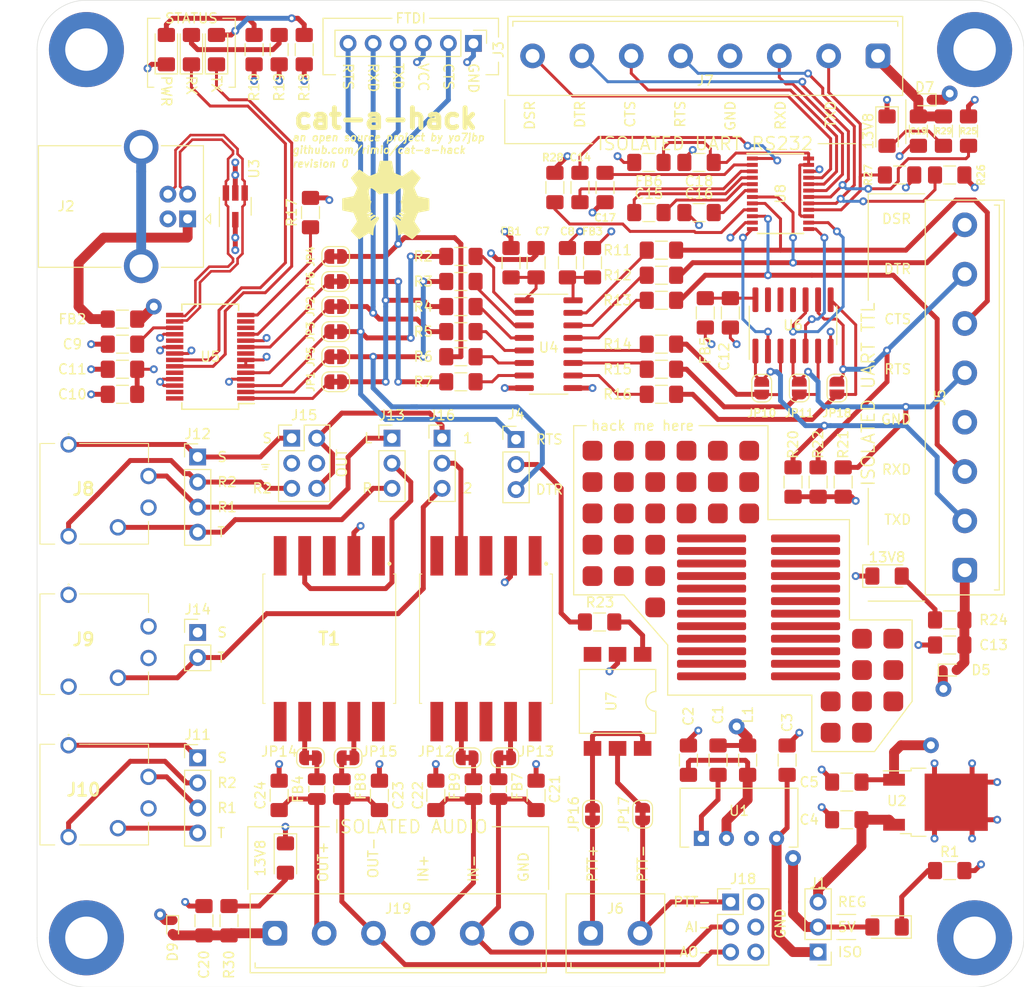
<source format=kicad_pcb>
(kicad_pcb (version 20171130) (host pcbnew "(5.1.5)-3")
  (title_block (title cat-a-hack) (rev 0) (company YO7JBP))
  (layers (0 F.Cu signal) (1 In1.Cu power hide) (2 In2.Cu power hide) (31 B.Cu signal) (35 F.Paste user) (36 B.SilkS user) (37 F.SilkS user) (39 F.Mask user) (44 Edge.Cuts user))
  (net 0 "")
  (net 1 VCC)
  (net 2 GND)
  (net 3 "Net-(C2-Pad2)")
  (net 4 XCVR_GND)
  (net 5 "Net-(C3-Pad2)")
  (net 6 "Net-(C4-Pad1)")
  (net 7 XCVR_13V8)
  (net 8 "Net-(C7-Pad2)")
  (net 9 "Net-(C8-Pad1)")
  (net 10 "Net-(C9-Pad1)")
  (net 11 "Net-(C12-Pad2)")
  (net 12 "Net-(C13-Pad1)")
  (net 13 "Net-(C14-Pad2)")
  (net 14 "Net-(C14-Pad1)")
  (net 15 "Net-(C15-Pad1)")
  (net 16 "Net-(C15-Pad2)")
  (net 17 "Net-(C16-Pad1)")
  (net 18 "Net-(C17-Pad1)")
  (net 19 "Net-(C18-Pad2)")
  (net 20 "Net-(C19-Pad1)")
  (net 21 "Net-(C20-Pad1)")
  (net 22 "Net-(D2-Pad2)")
  (net 23 "Net-(D3-Pad2)")
  (net 24 TXLED)
  (net 25 RXLED)
  (net 26 "Net-(D4-Pad2)")
  (net 27 "Net-(D6-Pad2)")
  (net 28 "Net-(D8-Pad2)")
  (net 29 "Net-(D10-Pad2)")
  (net 30 XCVR_5V)
  (net 31 USB_D+)
  (net 32 USB_D-)
  (net 33 "Net-(J2-Pad5)")
  (net 34 /data/CTS)
  (net 35 /data/TXD)
  (net 36 /data/RXD)
  (net 37 /data/RTS)
  (net 38 /data/DTR)
  (net 39 "Net-(J4-Pad2)")
  (net 40 /data/XCVR_TXD_CON)
  (net 41 /data/XCVR_RTS_CON)
  (net 42 /data/XCVR_DTR_CON)
  (net 43 "Net-(J6-Pad1)")
  (net 44 XCVR_PTT-)
  (net 45 /data/rs232/RS232_DSR)
  (net 46 /data/rs232/RS232_DTR)
  (net 47 /data/rs232/RS232_CTS)
  (net 48 /data/rs232/RS232_RTS)
  (net 49 /data/rs232/RS232_RXD)
  (net 50 /data/rs232/RS232_TXD)
  (net 51 "Net-(J10-PadS)")
  (net 52 "Net-(J10-PadR2)")
  (net 53 "Net-(J10-PadR1)")
  (net 54 "Net-(J10-PadT)")
  (net 55 "Net-(J12-Pad4)")
  (net 56 "Net-(J12-Pad3)")
  (net 57 "Net-(J12-Pad2)")
  (net 58 "Net-(J12-Pad1)")
  (net 59 PC_AUDIO_GND)
  (net 60 "Net-(J15-Pad4)")
  (net 61 /data/DSR)
  (net 62 /audio/AUDIO_IN)
  (net 63 /audio/AUDIO_OUT)
  (net 64 /audio/XCVR_AUDIO_IN+)
  (net 65 /audio/XCVR_AUDIO_IN-)
  (net 66 /audio/XCVR_AUDIO_OUT+)
  (net 67 /audio/XCVR_AUDIO_OUT-)
  (net 68 "Net-(JP16-Pad1)")
  (net 69 "Net-(JP17-Pad1)")
  (net 70 "Net-(R2-Pad1)")
  (net 71 "Net-(R3-Pad1)")
  (net 72 "Net-(R4-Pad1)")
  (net 73 "Net-(R5-Pad1)")
  (net 74 "Net-(R6-Pad1)")
  (net 75 "Net-(R7-Pad1)")
  (net 76 "Net-(R11-Pad2)")
  (net 77 "Net-(R12-Pad2)")
  (net 78 "Net-(R13-Pad2)")
  (net 79 /data/XCVR_TXD)
  (net 80 "Net-(R14-Pad2)")
  (net 81 "Net-(R15-Pad2)")
  (net 82 /data/XCVR_RTS)
  (net 83 /data/XCVR_DTR)
  (net 84 "Net-(R16-Pad2)")
  (net 85 "Net-(R17-Pad2)")
  (net 86 "Net-(R23-Pad1)")
  (net 87 "Net-(R28-Pad2)")
  (net 88 "Net-(T1-Pad10)")
  (net 89 "Net-(T1-Pad8)")
  (net 90 "Net-(T1-Pad6)")
  (net 91 "Net-(T1-Pad5)")
  (net 92 "Net-(T1-Pad3)")
  (net 93 "Net-(T1-Pad1)")
  (net 94 "Net-(T2-Pad1)")
  (net 95 "Net-(T2-Pad3)")
  (net 96 "Net-(T2-Pad5)")
  (net 97 "Net-(T2-Pad6)")
  (net 98 "Net-(T2-Pad8)")
  (net 99 "Net-(T2-Pad10)")
  (net 100 "Net-(U3-Pad1)")
  (net 101 "Net-(U3-Pad3)")
  (net 102 "Net-(U5-Pad12)")
  (net 103 "Net-(U5-Pad13)")
  (net 104 "Net-(U5-Pad19)")
  (net 105 "Net-(U5-Pad27)")
  (net 106 "Net-(U5-Pad28)")
  (net 107 "Net-(U6-Pad11)")
  (net 108 "Net-(U6-Pad12)")
  (net 109 "Net-(U6-Pad13)")
  (net 110 "Net-(U7-Pad3)")
  (net 111 "Net-(J9-PadR2)")
  (net 112 "Net-(J9-PadR1)")
  (net 113 "Net-(J15-Pad2)")
  (net 114 "Net-(D1-Pad1)")
  (net 115 "Net-(J14-Pad2)")
  (net 116 XCVR_TXD_DRV)
  (net 117 XCVR_RTS_DRV)
  (net 118 XCVR_DTR_DRV)
  (net 119 "Net-(JP1-Pad1)")
  (net 120 "Net-(JP2-Pad1)")
  (net 121 "Net-(JP3-Pad1)")
  (net 122 "Net-(JP4-Pad1)")
  (net 123 "Net-(JP5-Pad1)")
  (net 124 "Net-(JP6-Pad1)")
  (net 125 XCVR_RXD)
  (net 126 XCVR_CTS)
  (net 127 XCVR_DSR)
  (net 128 "Net-(C21-Pad1)")
  (net 129 "Net-(C22-Pad1)")
  (net 130 "Net-(C23-Pad1)")
  (net 131 "Net-(C24-Pad1)")
  (net 132 "Net-(FB4-Pad2)")
  (net 133 "Net-(FB7-Pad2)")
  (net 134 "Net-(FB8-Pad2)")
  (net 135 "Net-(FB9-Pad2)")
  (net 136 "Net-(FB2-Pad2)")
  (module custom:Generic_Pad_SOP_7x0.8mm (layer F.Cu) (at 93.345 103.505)
    (fp_text reference REF** hide)
    (fp_text value Generic_Pad_SOP_7x0.8mm)
    (pad 1 smd roundrect (at 0 0) (size 7 0.8) (layers F.Cu F.Paste F.Mask))
  )
  (module custom:Generic_Pad_SOP_7x0.8mm (layer F.Cu) (at 102.87 103.505)
    (fp_text reference REF** hide)
    (fp_text value Generic_Pad_SOP_7x0.8mm)
    (pad 1 smd roundrect (at 0 0) (size 7 0.8) (layers F.Cu F.Paste F.Mask))
  )
  (module custom:Generic_Pad_SOP_7x0.8mm (layer F.Cu) (at 93.345 102.235)
    (fp_text reference REF** hide)
    (fp_text value Generic_Pad_SOP_7x0.8mm)
    (pad 1 smd roundrect (at 0 0) (size 7 0.8) (layers F.Cu F.Paste F.Mask))
  )
  (module custom:Generic_Pad_SOP_7x0.8mm (layer F.Cu) (at 102.87 102.235)
    (fp_text reference REF** hide)
    (fp_text value Generic_Pad_SOP_7x0.8mm)
    (pad 1 smd roundrect (at 0 0) (size 7 0.8) (layers F.Cu F.Paste F.Mask))
  )
  (module custom:Generic_Pad_SOP_7x0.8mm (layer F.Cu) (at 93.345 100.965)
    (fp_text reference REF** hide)
    (fp_text value Generic_Pad_SOP_7x0.8mm)
    (pad 1 smd roundrect (at 0 0) (size 7 0.8) (layers F.Cu F.Paste F.Mask))
  )
  (module custom:Generic_Pad_SOP_7x0.8mm (layer F.Cu) (at 102.87 100.965)
    (fp_text reference REF** hide)
    (fp_text value Generic_Pad_SOP_7x0.8mm)
    (pad 1 smd roundrect (at 0 0) (size 7 0.8) (layers F.Cu F.Paste F.Mask))
  )
  (module custom:Generic_Pad_SOP_7x0.8mm (layer F.Cu) (at 93.345 99.695)
    (fp_text reference REF** hide)
    (fp_text value Generic_Pad_SOP_7x0.8mm)
    (pad 1 smd roundrect (at 0 0) (size 7 0.8) (layers F.Cu F.Paste F.Mask))
  )
  (module custom:Generic_Pad_SOP_7x0.8mm (layer F.Cu) (at 102.87 99.695)
    (fp_text reference REF** hide)
    (fp_text value Generic_Pad_SOP_7x0.8mm)
    (pad 1 smd roundrect (at 0 0) (size 7 0.8) (layers F.Cu F.Paste F.Mask))
  )
  (module custom:Generic_Pad_SOP_7x0.8mm (layer F.Cu) (at 93.345 98.425)
    (fp_text reference REF** hide)
    (fp_text value Generic_Pad_SOP_7x0.8mm)
    (pad 1 smd roundrect (at 0 0) (size 7 0.8) (layers F.Cu F.Paste F.Mask))
  )
  (module custom:Generic_Pad_SOP_7x0.8mm (layer F.Cu) (at 102.87 98.425)
    (fp_text reference REF** hide)
    (fp_text value Generic_Pad_SOP_7x0.8mm)
    (pad 1 smd roundrect (at 0 0) (size 7 0.8) (layers F.Cu F.Paste F.Mask))
  )
  (module custom:Generic_Pad_SOP_7x0.8mm (layer F.Cu) (at 93.345 97.155)
    (fp_text reference REF** hide)
    (fp_text value Generic_Pad_SOP_7x0.8mm)
    (pad 1 smd roundrect (at 0 0) (size 7 0.8) (layers F.Cu F.Paste F.Mask))
  )
  (module custom:Generic_Pad_SOP_7x0.8mm (layer F.Cu) (at 102.87 97.155)
    (fp_text reference REF** hide)
    (fp_text value Generic_Pad_SOP_7x0.8mm)
    (pad 1 smd roundrect (at 0 0) (size 7 0.8) (layers F.Cu F.Paste F.Mask))
  )
  (module custom:Generic_Pad_SOP_7x0.8mm (layer F.Cu) (at 93.345 95.885)
    (fp_text reference REF** hide)
    (fp_text value Generic_Pad_SOP_7x0.8mm)
    (pad 1 smd roundrect (at 0 0) (size 7 0.8) (layers F.Cu F.Paste F.Mask))
  )
  (module custom:Generic_Pad_SOP_7x0.8mm (layer F.Cu) (at 102.87 95.885)
    (fp_text reference REF** hide)
    (fp_text value Generic_Pad_SOP_7x0.8mm)
    (pad 1 smd roundrect (at 0 0) (size 7 0.8) (layers F.Cu F.Paste F.Mask))
  )
  (module custom:Generic_Pad_SOP_7x0.8mm (layer F.Cu) (at 93.345 94.615)
    (fp_text reference REF** hide)
    (fp_text value Generic_Pad_SOP_7x0.8mm)
    (pad 1 smd roundrect (at 0 0) (size 7 0.8) (layers F.Cu F.Paste F.Mask))
  )
  (module custom:Generic_Pad_SOP_7x0.8mm (layer F.Cu) (at 102.87 94.615)
    (fp_text reference REF** hide)
    (fp_text value Generic_Pad_SOP_7x0.8mm)
    (pad 1 smd roundrect (at 0 0) (size 7 0.8) (layers F.Cu F.Paste F.Mask))
  )
  (module custom:Generic_Pad_SOP_7x0.8mm (layer F.Cu) (at 93.345 93.345)
    (fp_text reference REF** hide)
    (fp_text value Generic_Pad_SOP_7x0.8mm)
    (pad 1 smd roundrect (at 0 0) (size 7 0.8) (layers F.Cu F.Paste F.Mask))
  )
  (module custom:Generic_Pad_SOP_7x0.8mm (layer F.Cu) (at 102.87 93.345)
    (fp_text reference REF** hide)
    (fp_text value Generic_Pad_SOP_7x0.8mm)
    (pad 1 smd roundrect (at 0 0) (size 7 0.8) (layers F.Cu F.Paste F.Mask))
  )
  (module custom:Generic_Pad_SOP_7x0.8mm (layer F.Cu) (at 93.345 92.075)
    (fp_text reference REF** hide)
    (fp_text value Generic_Pad_SOP_7x0.8mm)
    (pad 1 smd roundrect (at 0 0) (size 7 0.8) (layers F.Cu F.Paste F.Mask))
  )
  (module custom:Generic_Pad_SOP_7x0.8mm (layer F.Cu) (at 102.87 92.075)
    (fp_text reference REF** hide)
    (fp_text value Generic_Pad_SOP_7x0.8mm)
    (pad 1 smd roundrect (at 0 0) (size 7 0.8) (layers F.Cu F.Paste F.Mask))
  )
  (module custom:Generic_Pad_SOP_7x0.8mm (layer F.Cu) (at 93.345 90.805)
    (fp_text reference REF** hide)
    (fp_text value Generic_Pad_SOP_7x0.8mm)
    (pad 1 smd roundrect (at 0 0) (size 7 0.8) (layers F.Cu F.Paste F.Mask))
  )
  (module custom:Generic_Pad_SOP_7x0.8mm (layer F.Cu) (at 102.87 90.805)
    (fp_text reference REF** hide)
    (fp_text value Generic_Pad_SOP_7x0.8mm)
    (pad 1 smd roundrect (at 0 0) (size 7 0.8) (layers F.Cu F.Paste F.Mask))
  )
  (module custom:Generic_Pad_SOP_7x0.8mm (layer F.Cu) (at 102.87 89.535)
    (fp_text reference REF** hide)
    (fp_text value Generic_Pad_SOP_7x0.8mm)
    (pad 1 smd roundrect (at 0 0) (size 7 0.8) (layers F.Cu F.Paste F.Mask))
  )
  (module custom:Generic_Pad_SOP_7x0.8mm (layer F.Cu) (at 93.345 89.535)
    (fp_text reference REF** hide)
    (fp_text value Generic_Pad_SOP_7x0.8mm)
    (pad 1 smd roundrect (at 0 0) (size 7 0.8) (layers F.Cu F.Paste F.Mask))
  )
  (module custom:Generic_Pad_2mm (layer F.Cu) (at 105.41 106.045)
    (fp_text reference REF** hide)
    (fp_text value Generic_Pad_2mm hide)
    (pad 1 smd roundrect (at 0 0) (size 2 2) (layers F.Cu F.Paste F.Mask))
  )
  (module custom:Generic_Pad_2mm (layer F.Cu) (at 87.63 96.52)
    (fp_text reference REF** hide)
    (fp_text value Generic_Pad_2mm hide)
    (pad 1 smd roundrect (at 0 0) (size 2 2) (layers F.Cu F.Paste F.Mask))
  )
  (module custom:Generic_Pad_2mm (layer F.Cu) (at 108.585 102.87)
    (fp_text reference REF** hide)
    (fp_text value Generic_Pad_2mm hide)
    (pad 1 smd roundrect (at 0 0) (size 2 2) (layers F.Cu F.Paste F.Mask))
  )
  (module custom:Generic_Pad_2mm (layer F.Cu) (at 108.585 106.045)
    (fp_text reference REF** hide)
    (fp_text value Generic_Pad_2mm hide)
    (pad 1 smd roundrect (at 0 0) (size 2 2) (layers F.Cu F.Paste F.Mask))
  )
  (module custom:Generic_Pad_2mm (layer F.Cu) (at 108.585 99.695)
    (fp_text reference REF** hide)
    (fp_text value Generic_Pad_2mm hide)
    (pad 1 smd roundrect (at 0 0) (size 2 2) (layers F.Cu F.Paste F.Mask))
  )
  (module custom:Generic_Pad_2mm (layer F.Cu) (at 111.76 99.695)
    (fp_text reference REF** hide)
    (fp_text value Generic_Pad_2mm hide)
    (pad 1 smd roundrect (at 0 0) (size 2 2) (layers F.Cu F.Paste F.Mask))
  )
  (module custom:Generic_Pad_2mm (layer F.Cu) (at 105.41 109.22)
    (fp_text reference REF** hide)
    (fp_text value Generic_Pad_2mm hide)
    (pad 1 smd roundrect (at 0 0) (size 2 2) (layers F.Cu F.Paste F.Mask))
  )
  (module custom:Generic_Pad_2mm (layer F.Cu) (at 111.76 106.045)
    (fp_text reference REF** hide)
    (fp_text value Generic_Pad_2mm hide)
    (pad 1 smd roundrect (at 0 0) (size 2 2) (layers F.Cu F.Paste F.Mask))
  )
  (module custom:Generic_Pad_2mm (layer F.Cu) (at 111.76 102.87)
    (fp_text reference REF** hide)
    (fp_text value Generic_Pad_2mm hide)
    (pad 1 smd roundrect (at 0 0) (size 2 2) (layers F.Cu F.Paste F.Mask))
  )
  (module custom:Generic_Pad_2mm (layer F.Cu) (at 108.585 109.22)
    (fp_text reference REF** hide)
    (fp_text value Generic_Pad_2mm hide)
    (pad 1 smd roundrect (at 0 0) (size 2 2) (layers F.Cu F.Paste F.Mask))
  )
  (module custom:Generic_Pad_2mm (layer F.Cu) (at 81.28 90.17)
    (fp_text reference REF** hide)
    (fp_text value Generic_Pad_2mm hide)
    (pad 1 smd roundrect (at 0 0) (size 2 2) (layers F.Cu F.Paste F.Mask))
  )
  (module custom:Generic_Pad_2mm (layer F.Cu) (at 87.63 93.345)
    (fp_text reference REF** hide)
    (fp_text value Generic_Pad_2mm hide)
    (pad 1 smd roundrect (at 0 0) (size 2 2) (layers F.Cu F.Paste F.Mask))
  )
  (module custom:Generic_Pad_2mm (layer F.Cu) (at 87.63 90.17)
    (fp_text reference REF** hide)
    (fp_text value Generic_Pad_2mm hide)
    (pad 1 smd roundrect (at 0 0) (size 2 2) (layers F.Cu F.Paste F.Mask))
  )
  (module custom:Generic_Pad_2mm (layer F.Cu) (at 84.455 90.17)
    (fp_text reference REF** hide)
    (fp_text value Generic_Pad_2mm hide)
    (pad 1 smd roundrect (at 0 0) (size 2 2) (layers F.Cu F.Paste F.Mask))
  )
  (module custom:Generic_Pad_2mm (layer F.Cu) (at 84.455 93.345)
    (fp_text reference REF** hide)
    (fp_text value Generic_Pad_2mm hide)
    (pad 1 smd roundrect (at 0 0) (size 2 2) (layers F.Cu F.Paste F.Mask))
  )
  (module custom:Generic_Pad_2mm (layer F.Cu) (at 81.28 93.345)
    (fp_text reference REF** hide)
    (fp_text value Generic_Pad_2mm hide)
    (pad 1 smd roundrect (at 0 0) (size 2 2) (layers F.Cu F.Paste F.Mask))
  )
  (module custom:Generic_Pad_2mm (layer F.Cu) (at 81.28 86.995)
    (fp_text reference REF** hide)
    (fp_text value Generic_Pad_2mm hide)
    (pad 1 smd roundrect (at 0 0) (size 2 2) (layers F.Cu F.Paste F.Mask))
  )
  (module custom:Generic_Pad_2mm (layer F.Cu) (at 97.155 86.995)
    (fp_text reference REF** hide)
    (fp_text value Generic_Pad_2mm hide)
    (pad 1 smd roundrect (at 0 0) (size 2 2) (layers F.Cu F.Paste F.Mask))
  )
  (module custom:Generic_Pad_2mm (layer F.Cu) (at 87.63 86.995)
    (fp_text reference REF** hide)
    (fp_text value Generic_Pad_2mm hide)
    (pad 1 smd roundrect (at 0 0) (size 2 2) (layers F.Cu F.Paste F.Mask))
  )
  (module custom:Generic_Pad_2mm (layer F.Cu) (at 84.455 86.995)
    (fp_text reference REF** hide)
    (fp_text value Generic_Pad_2mm hide)
    (pad 1 smd roundrect (at 0 0) (size 2 2) (layers F.Cu F.Paste F.Mask))
  )
  (module custom:Generic_Pad_2mm (layer F.Cu) (at 93.98 86.995)
    (fp_text reference REF** hide)
    (fp_text value Generic_Pad_2mm hide)
    (pad 1 smd roundrect (at 0 0) (size 2 2) (layers F.Cu F.Paste F.Mask))
  )
  (module custom:Generic_Pad_2mm (layer F.Cu) (at 90.805 86.995)
    (fp_text reference REF** hide)
    (fp_text value Generic_Pad_2mm hide)
    (pad 1 smd roundrect (at 0 0) (size 2 2) (layers F.Cu F.Paste F.Mask))
  )
  (module custom:Generic_Pad_2mm (layer F.Cu) (at 81.28 83.82)
    (fp_text reference REF** hide)
    (fp_text value Generic_Pad_2mm hide)
    (pad 1 smd roundrect (at 0 0) (size 2 2) (layers F.Cu F.Paste F.Mask))
  )
  (module custom:Generic_Pad_2mm (layer F.Cu) (at 97.155 83.82)
    (fp_text reference REF** hide)
    (fp_text value Generic_Pad_2mm hide)
    (pad 1 smd roundrect (at 0 0) (size 2 2) (layers F.Cu F.Paste F.Mask))
  )
  (module custom:Generic_Pad_2mm (layer F.Cu) (at 87.63 83.82)
    (fp_text reference REF** hide)
    (fp_text value Generic_Pad_2mm hide)
    (pad 1 smd roundrect (at 0 0) (size 2 2) (layers F.Cu F.Paste F.Mask))
  )
  (module custom:Generic_Pad_2mm (layer F.Cu) (at 84.455 83.82)
    (fp_text reference REF** hide)
    (fp_text value Generic_Pad_2mm hide)
    (pad 1 smd roundrect (at 0 0) (size 2 2) (layers F.Cu F.Paste F.Mask))
  )
  (module custom:Generic_Pad_2mm (layer F.Cu) (at 93.98 83.82)
    (fp_text reference REF** hide)
    (fp_text value Generic_Pad_2mm hide)
    (pad 1 smd roundrect (at 0 0) (size 2 2) (layers F.Cu F.Paste F.Mask))
  )
  (module custom:Generic_Pad_2mm (layer F.Cu) (at 90.805 83.82)
    (fp_text reference REF** hide)
    (fp_text value Generic_Pad_2mm hide)
    (pad 1 smd roundrect (at 0 0) (size 2 2) (layers F.Cu F.Paste F.Mask))
  )
  (module custom:Generic_Pad_2mm (layer F.Cu) (at 97.155 80.645)
    (fp_text reference REF** hide)
    (fp_text value Generic_Pad_2mm hide)
    (pad 1 smd roundrect (at 0 0) (size 2 2) (layers F.Cu F.Paste F.Mask))
  )
  (module custom:Generic_Pad_2mm (layer F.Cu) (at 93.98 80.645)
    (fp_text reference REF** hide)
    (fp_text value Generic_Pad_2mm hide)
    (pad 1 smd roundrect (at 0 0) (size 2 2) (layers F.Cu F.Paste F.Mask))
  )
  (module custom:Generic_Pad_2mm (layer F.Cu) (at 90.805 80.645)
    (fp_text reference REF** hide)
    (fp_text value Generic_Pad_2mm hide)
    (pad 1 smd roundrect (at 0 0) (size 2 2) (layers F.Cu F.Paste F.Mask))
  )
  (module custom:Generic_Pad_2mm (layer F.Cu) (at 87.63 80.645)
    (fp_text reference REF** hide)
    (fp_text value Generic_Pad_2mm hide)
    (pad 1 smd roundrect (at 0 0) (size 2 2) (layers F.Cu F.Paste F.Mask))
  )
  (module custom:Generic_Pad_2mm (layer F.Cu) (at 84.455 80.645)
    (fp_text reference REF** hide)
    (fp_text value Generic_Pad_2mm hide)
    (pad 1 smd roundrect (at 0 0) (size 2 2) (layers F.Cu F.Paste F.Mask))
  )
  (module custom:Generic_Pad_2mm (layer F.Cu) (at 81.28 80.645)
    (fp_text reference REF** hide)
    (fp_text value Generic_Pad_2mm hide)
    (pad 1 smd roundrect (at 0 0) (size 2 2) (layers F.Cu F.Paste F.Mask))
  )
  (module logo:logo (layer F.Cu) (at 60.325 55.245)
    (fp_text reference G*** hide)
    (fp_text value LOGO hide)
  )
  (module custom:TB003-500-P06BE (layer F.Cu) (at 61.595 129.54)
    (fp_text reference J19 (at 0 -2.5) (layer F.SilkS))
    (fp_text value XCVR_Audio)
    (pad 1 thru_hole roundrect (at -12.5 0) (size 2.5 2.5) (drill 1.4) (layers *.Cu *.Mask) (net 21 "Net-(C20-Pad1)"))
    (pad 2 thru_hole circle (at -7.5 0) (size 2.5 2.5) (drill 1.4) (layers *.Cu *.Mask) (net 131 "Net-(C24-Pad1)"))
    (pad 3 thru_hole circle (at -2.5 0) (size 2.5 2.5) (drill 1.4) (layers *.Cu *.Mask) (net 130 "Net-(C23-Pad1)"))
    (pad 4 thru_hole circle (at 2.5 0) (size 2.5 2.5) (drill 1.4) (layers *.Cu *.Mask) (net 129 "Net-(C22-Pad1)"))
    (pad 5 thru_hole circle (at 7.5 0) (size 2.5 2.5) (drill 1.4) (layers *.Cu *.Mask) (net 128 "Net-(C21-Pad1)"))
    (pad 6 thru_hole circle (at 12.5 0) (size 2.5 2.5) (drill 1.4) (layers *.Cu *.Mask) (net 4 XCVR_GND))
  )
  (module Capacitor_SMD:C_1206_3216Metric_Pad1.42x1.75mm_HandSolder (layer F.Cu) (at 75.565 115.57 90)
    (fp_text reference C21 (at 0.635 1.905 270) (layer F.SilkS))
    (fp_text value 27n)
    (pad 2 smd roundrect (at 1.4875 0 90) (size 1.425 1.75) (layers F.Cu F.Paste F.Mask) (roundrect_rratio 0.175439) (net 4 XCVR_GND))
    (pad 1 smd roundrect (at -1.4875 0 90) (size 1.425 1.75) (layers F.Cu F.Paste F.Mask) (roundrect_rratio 0.175439) (net 128 "Net-(C21-Pad1)"))
  )
  (module custom:NFZ2MSD101SZ10L_0806_Handsolder (layer F.Cu) (at 71.755 114.935 90)
    (fp_text reference FB7 (at 0.3 1.905 90) (layer F.SilkS))
    (fp_text value NFZ2MSD101SZ10L)
    (pad 2 smd roundrect (at 1 0 90) (size 1.2 1.8) (layers F.Cu F.Paste F.Mask) (net 133 "Net-(FB7-Pad2)"))
    (pad 1 smd roundrect (at -1 0 90) (size 1.2 1.8) (layers F.Cu F.Paste F.Mask) (net 128 "Net-(C21-Pad1)"))
  )
  (module Inductor_SMD:L_1206_3216Metric_Pad1.42x1.75mm_HandSolder (layer F.Cu) (at 73.025 61.595 270)
    (fp_text reference FB1 (at -3.175 0) (layer F.SilkS) (effects (font (size 0.75 0.75))))
    (fp_text value BLM31KN102SH1L)
    (pad 2 smd roundrect (at 1.4875 0 270) (size 1.425 1.75) (layers F.Cu F.Paste F.Mask) (roundrect_rratio 0.175439) (net 8 "Net-(C7-Pad2)"))
    (pad 1 smd roundrect (at -1.4875 0 270) (size 1.425 1.75) (layers F.Cu F.Paste F.Mask) (roundrect_rratio 0.175439) (net 1 VCC))
  )
  (module Inductor_SMD:L_1206_3216Metric_Pad1.42x1.75mm_HandSolder (layer F.Cu) (at 33.655 67.31 180)
    (fp_text reference FB2 (at 5.08 0 180) (layer F.SilkS))
    (fp_text value BLM31KN102SH1L)
    (pad 2 smd roundrect (at 1.4875 0 180) (size 1.425 1.75) (layers F.Cu F.Paste F.Mask) (roundrect_rratio 0.175439) (net 136 "Net-(FB2-Pad2)"))
    (pad 1 smd roundrect (at -1.4875 0 180) (size 1.425 1.75) (layers F.Cu F.Paste F.Mask) (roundrect_rratio 0.175439) (net 1 VCC))
  )
  (module Inductor_SMD:L_1206_3216Metric_Pad1.42x1.75mm_HandSolder (layer F.Cu) (at 81.28 61.595 90)
    (fp_text reference FB3 (at 3.175 0) (layer F.SilkS) (effects (font (size 0.75 0.75))))
    (fp_text value BLM31KN102SH1L)
    (pad 2 smd roundrect (at 1.4875 0 90) (size 1.425 1.75) (layers F.Cu F.Paste F.Mask) (roundrect_rratio 0.175439) (net 30 XCVR_5V))
    (pad 1 smd roundrect (at -1.4875 0 90) (size 1.425 1.75) (layers F.Cu F.Paste F.Mask) (roundrect_rratio 0.175439) (net 9 "Net-(C8-Pad1)"))
  )
  (module Inductor_SMD:L_1206_3216Metric_Pad1.42x1.75mm_HandSolder (layer F.Cu) (at 92.71 66.675 90)
    (fp_text reference FB5 (at -3.81 0 90) (layer F.SilkS))
    (fp_text value BLM31KN102SH1L)
    (pad 2 smd roundrect (at 1.4875 0 90) (size 1.425 1.75) (layers F.Cu F.Paste F.Mask) (roundrect_rratio 0.175439) (net 11 "Net-(C12-Pad2)"))
    (pad 1 smd roundrect (at -1.4875 0 90) (size 1.425 1.75) (layers F.Cu F.Paste F.Mask) (roundrect_rratio 0.175439) (net 30 XCVR_5V))
  )
  (module Inductor_SMD:L_1206_3216Metric_Pad1.42x1.75mm_HandSolder (layer F.Cu) (at 86.995 51.435 180)
    (fp_text reference FB6 (at 0 -1.905 180) (layer F.SilkS))
    (fp_text value BLM31KN102SH1L)
    (pad 2 smd roundrect (at 1.4875 0 180) (size 1.425 1.75) (layers F.Cu F.Paste F.Mask) (roundrect_rratio 0.175439) (net 30 XCVR_5V))
    (pad 1 smd roundrect (at -1.4875 0 180) (size 1.425 1.75) (layers F.Cu F.Paste F.Mask) (roundrect_rratio 0.175439) (net 19 "Net-(C18-Pad2)"))
  )
  (module custom:NFZ2MSD101SZ10L_0806_Handsolder (layer F.Cu) (at 53.34 114.935 90)
    (fp_text reference FB4 (at 0 -1.905 270) (layer F.SilkS))
    (fp_text value NFZ2MSD101SZ10L)
    (pad 2 smd roundrect (at 1 0 90) (size 1.2 1.8) (layers F.Cu F.Paste F.Mask) (net 132 "Net-(FB4-Pad2)"))
    (pad 1 smd roundrect (at -1 0 90) (size 1.2 1.8) (layers F.Cu F.Paste F.Mask) (net 131 "Net-(C24-Pad1)"))
  )
  (module custom:NFZ2MSD101SZ10L_0806_Handsolder (layer F.Cu) (at 55.88 114.935 90)
    (fp_text reference FB8 (at 0.3 1.905 270) (layer F.SilkS))
    (fp_text value NFZ2MSD101SZ10L)
    (pad 2 smd roundrect (at 1 0 90) (size 1.2 1.8) (layers F.Cu F.Paste F.Mask) (net 134 "Net-(FB8-Pad2)"))
    (pad 1 smd roundrect (at -1 0 90) (size 1.2 1.8) (layers F.Cu F.Paste F.Mask) (net 130 "Net-(C23-Pad1)"))
  )
  (module custom:NFZ2MSD101SZ10L_0806_Handsolder (layer F.Cu) (at 69.215 114.935 90)
    (fp_text reference FB9 (at 0.3 -1.905 90) (layer F.SilkS))
    (fp_text value NFZ2MSD101SZ10L)
    (pad 2 smd roundrect (at 1 0 90) (size 1.2 1.8) (layers F.Cu F.Paste F.Mask) (net 135 "Net-(FB9-Pad2)"))
    (pad 1 smd roundrect (at -1 0 90) (size 1.2 1.8) (layers F.Cu F.Paste F.Mask) (net 129 "Net-(C22-Pad1)"))
  )
  (module MountingHole:MountingHole_4.3mm_M4_ISO7380_Pad (layer F.Cu) (at 120 130)
    (fp_text reference H4 hide)
    (fp_text value MountingHole)
    (pad 1 thru_hole circle (at 0 0) (size 7.6 7.6) (drill 4.3) (layers *.Cu *.Mask))
  )
  (module MountingHole:MountingHole_4.3mm_M4_ISO7380_Pad (layer F.Cu) (at 120 40)
    (fp_text reference H3 hide)
    (fp_text value MountingHole)
    (pad 1 thru_hole circle (at 0 0) (size 7.6 7.6) (drill 4.3) (layers *.Cu *.Mask))
  )
  (module MountingHole:MountingHole_4.3mm_M4_ISO7380_Pad (layer F.Cu) (at 30 130)
    (fp_text reference H2 hide)
    (fp_text value MountingHole)
    (pad 1 thru_hole circle (at 0 0) (size 7.6 7.6) (drill 4.3) (layers *.Cu *.Mask))
  )
  (module MountingHole:MountingHole_4.3mm_M4_ISO7380_Pad (layer F.Cu) (at 30 40)
    (fp_text reference H1 hide)
    (fp_text value MountingHole)
    (pad 1 thru_hole circle (at 0 0) (size 7.6 7.6) (drill 4.3) (layers *.Cu *.Mask))
  )
  (module Connector_PinHeader_2.54mm:PinHeader_2x03_P2.54mm_Vertical (layer F.Cu) (at 50.8 79.375)
    (fp_text reference J15 (at 1.27 -2.33) (layer F.SilkS))
    (fp_text value "CITA/OMTP choice")
    (pad 1 thru_hole rect (at 0 0) (size 1.7 1.7) (drill 1) (layers *.Cu *.Mask) (net 58 "Net-(J12-Pad1)"))
    (pad 2 thru_hole oval (at 2.54 0) (size 1.7 1.7) (drill 1) (layers *.Cu *.Mask) (net 113 "Net-(J15-Pad2)"))
    (pad 3 thru_hole oval (at 0 2.54) (size 1.7 1.7) (drill 1) (layers *.Cu *.Mask) (net 59 PC_AUDIO_GND))
    (pad 4 thru_hole oval (at 2.54 2.54) (size 1.7 1.7) (drill 1) (layers *.Cu *.Mask) (net 60 "Net-(J15-Pad4)"))
    (pad 5 thru_hole oval (at 0 5.08) (size 1.7 1.7) (drill 1) (layers *.Cu *.Mask) (net 57 "Net-(J12-Pad2)"))
    (pad 6 thru_hole oval (at 2.54 5.08) (size 1.7 1.7) (drill 1) (layers *.Cu *.Mask) (net 113 "Net-(J15-Pad2)"))
  )
  (module Package_DIP:SMDIP-6_W9.53mm_Clearance8mm (layer F.Cu) (at 83.82 106.045 270)
    (fp_text reference U7 (at 0 0.635 90) (layer F.SilkS))
    (fp_text value VOR1121B6T)
    (pad 1 smd rect (at -4.765 -2.54 270) (size 1.5 1.78) (layers F.Cu F.Paste F.Mask) (net 86 "Net-(R23-Pad1)"))
    (pad 4 smd rect (at 4.765 2.54 270) (size 1.5 1.78) (layers F.Cu F.Paste F.Mask) (net 68 "Net-(JP16-Pad1)"))
    (pad 2 smd rect (at -4.765 0 270) (size 1.5 1.78) (layers F.Cu F.Paste F.Mask) (net 2 GND))
    (pad 5 smd rect (at 4.765 0 270) (size 1.5 1.78) (layers F.Cu F.Paste F.Mask) (net 69 "Net-(JP17-Pad1)"))
    (pad 3 smd rect (at -4.765 2.54 270) (size 1.5 1.78) (layers F.Cu F.Paste F.Mask) (net 110 "Net-(U7-Pad3)"))
    (pad 6 smd rect (at 4.765 -2.54 270) (size 1.5 1.78) (layers F.Cu F.Paste F.Mask) (net 68 "Net-(JP16-Pad1)"))
  )
  (module custom:SIP-4_PQS075-S5-S5-S (layer F.Cu) (at 96.125 119.925)
    (fp_text reference U1 (at 0 -2.794) (layer F.SilkS))
    (fp_text value PQS075-S5-S5-S)
    (pad 1 thru_hole rect (at -3.81 0) (size 1.524 1.524) (drill 0.762) (layers *.Cu *.Mask) (net 2 GND))
    (pad 2 thru_hole circle (at -1.27 0) (size 1.524 1.524) (drill 0.762) (layers *.Cu *.Mask) (net 3 "Net-(C2-Pad2)"))
    (pad 3 thru_hole circle (at 1.27 0) (size 1.524 1.524) (drill 0.762) (layers *.Cu *.Mask) (net 4 XCVR_GND))
    (pad 4 thru_hole circle (at 3.81 0) (size 1.524 1.524) (drill 0.762) (layers *.Cu *.Mask) (net 5 "Net-(C3-Pad2)"))
  )
  (module custom:T6003NL_HandSolder (layer F.Cu) (at 54.61 99.695 180)
    (fp_text reference T1 (at 0 0) (layer F.SilkS) (effects (font (size 1.27 1.27) (thickness 0.254))))
    (fp_text value T6003NL hide)
    (pad 10 smd rect (at -4.98 -8.4 180) (size 1.3 4) (layers F.Cu F.Paste F.Mask) (net 88 "Net-(T1-Pad10)"))
    (pad 9 smd rect (at -2.49 -8.4 180) (size 1.3 4) (layers F.Cu F.Paste F.Mask) (net 67 /audio/XCVR_AUDIO_OUT-))
    (pad 8 smd rect (at 0 -8.4 180) (size 1.3 4) (layers F.Cu F.Paste F.Mask) (net 89 "Net-(T1-Pad8)"))
    (pad 7 smd rect (at 2.49 -8.4 180) (size 1.3 4) (layers F.Cu F.Paste F.Mask) (net 66 /audio/XCVR_AUDIO_OUT+))
    (pad 6 smd rect (at 4.98 -8.4 180) (size 1.3 4) (layers F.Cu F.Paste F.Mask) (net 90 "Net-(T1-Pad6)"))
    (pad 5 smd rect (at 4.98 8.4 180) (size 1.3 4) (layers F.Cu F.Paste F.Mask) (net 91 "Net-(T1-Pad5)"))
    (pad 4 smd rect (at 2.49 8.4 180) (size 1.3 4) (layers F.Cu F.Paste F.Mask) (net 62 /audio/AUDIO_IN))
    (pad 3 smd rect (at 0 8.4 180) (size 1.3 4) (layers F.Cu F.Paste F.Mask) (net 92 "Net-(T1-Pad3)"))
    (pad 2 smd rect (at -2.49 8.4 180) (size 1.3 4) (layers F.Cu F.Paste F.Mask) (net 59 PC_AUDIO_GND))
    (pad 1 smd rect (at -4.98 8.4 180) (size 1.3 4) (layers F.Cu F.Paste F.Mask) (net 93 "Net-(T1-Pad1)"))
  )
  (module Resistor_SMD:R_1206_3216Metric_Pad1.42x1.75mm_HandSolder (layer F.Cu) (at 44.45 128.27 90)
    (fp_text reference R30 (at -4.445 0 90) (layer F.SilkS))
    (fp_text value 2.2k)
    (pad 1 smd roundrect (at -1.4875 0 90) (size 1.425 1.75) (layers F.Cu F.Paste F.Mask) (roundrect_rratio 0.175439) (net 21 "Net-(C20-Pad1)"))
    (pad 2 smd roundrect (at 1.4875 0 90) (size 1.425 1.75) (layers F.Cu F.Paste F.Mask) (roundrect_rratio 0.175439) (net 29 "Net-(D10-Pad2)"))
  )
  (module Resistor_SMD:R_1206_3216Metric_Pad1.42x1.75mm_HandSolder (layer F.Cu) (at 116.84 48.26 270)
    (fp_text reference R29 (at 0 0 180) (layer F.SilkS) (effects (font (size 0.6 0.6))))
    (fp_text value 2.2k)
    (pad 1 smd roundrect (at -1.4875 0 270) (size 1.425 1.75) (layers F.Cu F.Paste F.Mask) (roundrect_rratio 0.175439) (net 20 "Net-(C19-Pad1)"))
    (pad 2 smd roundrect (at 1.4875 0 270) (size 1.425 1.75) (layers F.Cu F.Paste F.Mask) (roundrect_rratio 0.175439) (net 28 "Net-(D8-Pad2)"))
  )
  (module Resistor_SMD:R_1206_3216Metric_Pad1.42x1.75mm_HandSolder (layer F.Cu) (at 112.395 52.705)
    (fp_text reference R27 (at -3.175 0 270) (layer F.SilkS) (effects (font (size 0.75 0.75))))
    (fp_text value 1k)
    (pad 2 smd roundrect (at 1.4875 0) (size 1.425 1.75) (layers F.Cu F.Paste F.Mask) (roundrect_rratio 0.175439) (net 4 XCVR_GND))
    (pad 1 smd roundrect (at -1.4875 0) (size 1.425 1.75) (layers F.Cu F.Paste F.Mask) (roundrect_rratio 0.175439) (net 50 /data/rs232/RS232_TXD))
  )
  (module Resistor_SMD:R_1206_3216Metric_Pad1.42x1.75mm_HandSolder (layer F.Cu) (at 119.38 48.26 90)
    (fp_text reference R25 (at 0 0 180) (layer F.SilkS) (effects (font (size 0.6 0.6))))
    (fp_text value 1k)
    (pad 2 smd roundrect (at 1.4875 0 90) (size 1.425 1.75) (layers F.Cu F.Paste F.Mask) (roundrect_rratio 0.175439) (net 4 XCVR_GND))
    (pad 1 smd roundrect (at -1.4875 0 90) (size 1.425 1.75) (layers F.Cu F.Paste F.Mask) (roundrect_rratio 0.175439) (net 46 /data/rs232/RS232_DTR))
  )
  (module Resistor_SMD:R_1206_3216Metric_Pad1.42x1.75mm_HandSolder (layer F.Cu) (at 117.475 97.79 180)
    (fp_text reference R24 (at -4.445 0) (layer F.SilkS))
    (fp_text value 2.2k)
    (pad 1 smd roundrect (at -1.4875 0 180) (size 1.425 1.75) (layers F.Cu F.Paste F.Mask) (roundrect_rratio 0.175439) (net 12 "Net-(C13-Pad1)"))
    (pad 2 smd roundrect (at 1.4875 0 180) (size 1.425 1.75) (layers F.Cu F.Paste F.Mask) (roundrect_rratio 0.175439) (net 27 "Net-(D6-Pad2)"))
  )
  (module Resistor_SMD:R_1206_3216Metric_Pad1.42x1.75mm_HandSolder (layer F.Cu) (at 104.14 83.82 90)
    (fp_text reference R22 (at 3.81 0 270) (layer F.SilkS))
    (fp_text value 1k)
    (pad 2 smd roundrect (at 1.4875 0 90) (size 1.425 1.75) (layers F.Cu F.Paste F.Mask) (roundrect_rratio 0.175439) (net 42 /data/XCVR_DTR_CON))
    (pad 1 smd roundrect (at -1.4875 0 90) (size 1.425 1.75) (layers F.Cu F.Paste F.Mask) (roundrect_rratio 0.175439) (net 4 XCVR_GND))
  )
  (module Resistor_SMD:R_1206_3216Metric_Pad1.42x1.75mm_HandSolder (layer F.Cu) (at 106.68 83.82 90)
    (fp_text reference R21 (at 3.81 0 90) (layer F.SilkS))
    (fp_text value 1k)
    (pad 1 smd roundrect (at -1.4875 0 90) (size 1.425 1.75) (layers F.Cu F.Paste F.Mask) (roundrect_rratio 0.175439) (net 4 XCVR_GND))
    (pad 2 smd roundrect (at 1.4875 0 90) (size 1.425 1.75) (layers F.Cu F.Paste F.Mask) (roundrect_rratio 0.175439) (net 41 /data/XCVR_RTS_CON))
  )
  (module Resistor_SMD:R_1206_3216Metric_Pad1.42x1.75mm_HandSolder (layer F.Cu) (at 101.6 83.82 90)
    (fp_text reference R20 (at 3.81 0 90) (layer F.SilkS))
    (fp_text value 1k)
    (pad 2 smd roundrect (at 1.4875 0 90) (size 1.425 1.75) (layers F.Cu F.Paste F.Mask) (roundrect_rratio 0.175439) (net 40 /data/XCVR_TXD_CON))
    (pad 1 smd roundrect (at -1.4875 0 90) (size 1.425 1.75) (layers F.Cu F.Paste F.Mask) (roundrect_rratio 0.175439) (net 4 XCVR_GND))
  )
  (module Resistor_SMD:R_1206_3216Metric_Pad1.42x1.75mm_HandSolder (layer F.Cu) (at 49.53 40.005 90)
    (fp_text reference R19 (at -3.81 0 90) (layer F.SilkS))
    (fp_text value 470)
    (pad 1 smd roundrect (at -1.4875 0 90) (size 1.425 1.75) (layers F.Cu F.Paste F.Mask) (roundrect_rratio 0.175439) (net 1 VCC))
    (pad 2 smd roundrect (at 1.4875 0 90) (size 1.425 1.75) (layers F.Cu F.Paste F.Mask) (roundrect_rratio 0.175439) (net 26 "Net-(D4-Pad2)"))
  )
  (module Resistor_SMD:R_1206_3216Metric_Pad1.42x1.75mm_HandSolder (layer F.Cu) (at 52.07 40.005 90)
    (fp_text reference R18 (at -3.81 0 270) (layer F.SilkS))
    (fp_text value 560)
    (pad 1 smd roundrect (at -1.4875 0 90) (size 1.425 1.75) (layers F.Cu F.Paste F.Mask) (roundrect_rratio 0.175439) (net 1 VCC))
    (pad 2 smd roundrect (at 1.4875 0 90) (size 1.425 1.75) (layers F.Cu F.Paste F.Mask) (roundrect_rratio 0.175439) (net 23 "Net-(D3-Pad2)"))
  )
  (module Resistor_SMD:R_1206_3216Metric_Pad1.42x1.75mm_HandSolder (layer F.Cu) (at 46.99 40.005 90)
    (fp_text reference R10 (at -3.81 0 90) (layer F.SilkS))
    (fp_text value 470)
    (pad 1 smd roundrect (at -1.4875 0 90) (size 1.425 1.75) (layers F.Cu F.Paste F.Mask) (roundrect_rratio 0.175439) (net 1 VCC))
    (pad 2 smd roundrect (at 1.4875 0 90) (size 1.425 1.75) (layers F.Cu F.Paste F.Mask) (roundrect_rratio 0.175439) (net 22 "Net-(D2-Pad2)"))
  )
  (module Resistor_SMD:R_1206_3216Metric_Pad1.42x1.75mm_HandSolder (layer F.Cu) (at 117.475 123.19)
    (fp_text reference R1 (at 0 -1.905 180) (layer F.SilkS))
    (fp_text value 470)
    (pad 1 smd roundrect (at -1.4875 0) (size 1.425 1.75) (layers F.Cu F.Paste F.Mask) (roundrect_rratio 0.175439) (net 114 "Net-(D1-Pad1)"))
    (pad 2 smd roundrect (at 1.4875 0) (size 1.425 1.75) (layers F.Cu F.Paste F.Mask) (roundrect_rratio 0.175439) (net 4 XCVR_GND))
  )
  (module Jumper:SolderJumper-2_P1.3mm_Bridged_RoundedPad1.0x1.5mm (layer F.Cu) (at 86.36 117.475 270)
    (fp_text reference JP17 (at 0 1.905 90) (layer F.SilkS))
    (fp_text value SolderJumper_2_Bridged)
    (fp_poly (pts (xy 0.25 -0.3) (xy -0.25 -0.3) (xy -0.25 0.3) (xy 0.25 0.3)) (layer F.Cu) (width 0))
    (pad 2 smd custom (at 0.65 0 270) (size 1 0.5) (layers F.Cu F.Mask) (net 44 XCVR_PTT-) (options (clearance outline) (anchor rect)) (primitives (gr_circle (center 0 0.25) (end 0.5 0.25) (width 0)) (gr_circle (center 0 -0.25) (end 0.5 -0.25) (width 0)) (gr_poly (pts (xy 0 -0.75) (xy -0.5 -0.75) (xy -0.5 0.75) (xy 0 0.75)) (width 0))))
    (pad 1 smd custom (at -0.65 0 270) (size 1 0.5) (layers F.Cu F.Mask) (net 69 "Net-(JP17-Pad1)") (options (clearance outline) (anchor rect)) (primitives (gr_circle (center 0 0.25) (end 0.5 0.25) (width 0)) (gr_circle (center 0 -0.25) (end 0.5 -0.25) (width 0)) (gr_poly (pts (xy 0 -0.75) (xy 0.5 -0.75) (xy 0.5 0.75) (xy 0 0.75)) (width 0))))
  )
  (module Jumper:SolderJumper-2_P1.3mm_Bridged_RoundedPad1.0x1.5mm (layer F.Cu) (at 81.28 117.475 270)
    (fp_text reference JP16 (at 0 1.905 90) (layer F.SilkS))
    (fp_text value SolderJumper_2_Bridged)
    (fp_poly (pts (xy 0.25 -0.3) (xy -0.25 -0.3) (xy -0.25 0.3) (xy 0.25 0.3)) (layer F.Cu) (width 0))
    (pad 1 smd custom (at -0.65 0 270) (size 1 0.5) (layers F.Cu F.Mask) (net 68 "Net-(JP16-Pad1)") (options (clearance outline) (anchor rect)) (primitives (gr_circle (center 0 0.25) (end 0.5 0.25) (width 0)) (gr_circle (center 0 -0.25) (end 0.5 -0.25) (width 0)) (gr_poly (pts (xy 0 -0.75) (xy 0.5 -0.75) (xy 0.5 0.75) (xy 0 0.75)) (width 0))))
    (pad 2 smd custom (at 0.65 0 270) (size 1 0.5) (layers F.Cu F.Mask) (net 43 "Net-(J6-Pad1)") (options (clearance outline) (anchor rect)) (primitives (gr_circle (center 0 0.25) (end 0.5 0.25) (width 0)) (gr_circle (center 0 -0.25) (end 0.5 -0.25) (width 0)) (gr_poly (pts (xy 0 -0.75) (xy -0.5 -0.75) (xy -0.5 0.75) (xy 0 0.75)) (width 0))))
  )
  (module Jumper:SolderJumper-2_P1.3mm_Bridged_RoundedPad1.0x1.5mm (layer F.Cu) (at 56.515 111.76 180)
    (fp_text reference JP15 (at -3.175 0.635) (layer F.SilkS))
    (fp_text value SolderJumper_2_Bridged)
    (fp_poly (pts (xy 0.25 -0.3) (xy -0.25 -0.3) (xy -0.25 0.3) (xy 0.25 0.3)) (layer F.Cu) (width 0))
    (pad 1 smd custom (at -0.65 0 180) (size 1 0.5) (layers F.Cu F.Mask) (net 67 /audio/XCVR_AUDIO_OUT-) (options (clearance outline) (anchor rect)) (primitives (gr_circle (center 0 0.25) (end 0.5 0.25) (width 0)) (gr_circle (center 0 -0.25) (end 0.5 -0.25) (width 0)) (gr_poly (pts (xy 0 -0.75) (xy 0.5 -0.75) (xy 0.5 0.75) (xy 0 0.75)) (width 0))))
    (pad 2 smd custom (at 0.65 0 180) (size 1 0.5) (layers F.Cu F.Mask) (net 134 "Net-(FB8-Pad2)") (options (clearance outline) (anchor rect)) (primitives (gr_circle (center 0 0.25) (end 0.5 0.25) (width 0)) (gr_circle (center 0 -0.25) (end 0.5 -0.25) (width 0)) (gr_poly (pts (xy 0 -0.75) (xy -0.5 -0.75) (xy -0.5 0.75) (xy 0 0.75)) (width 0))))
  )
  (module Jumper:SolderJumper-2_P1.3mm_Bridged_RoundedPad1.0x1.5mm (layer F.Cu) (at 52.705 111.76)
    (fp_text reference JP14 (at -3.175 -0.635) (layer F.SilkS))
    (fp_text value SolderJumper_2_Bridged)
    (fp_poly (pts (xy 0.25 -0.3) (xy -0.25 -0.3) (xy -0.25 0.3) (xy 0.25 0.3)) (layer F.Cu) (width 0))
    (pad 2 smd custom (at 0.65 0) (size 1 0.5) (layers F.Cu F.Mask) (net 132 "Net-(FB4-Pad2)") (options (clearance outline) (anchor rect)) (primitives (gr_circle (center 0 0.25) (end 0.5 0.25) (width 0)) (gr_circle (center 0 -0.25) (end 0.5 -0.25) (width 0)) (gr_poly (pts (xy 0 -0.75) (xy -0.5 -0.75) (xy -0.5 0.75) (xy 0 0.75)) (width 0))))
    (pad 1 smd custom (at -0.65 0) (size 1 0.5) (layers F.Cu F.Mask) (net 66 /audio/XCVR_AUDIO_OUT+) (options (clearance outline) (anchor rect)) (primitives (gr_circle (center 0 0.25) (end 0.5 0.25) (width 0)) (gr_circle (center 0 -0.25) (end 0.5 -0.25) (width 0)) (gr_poly (pts (xy 0 -0.75) (xy 0.5 -0.75) (xy 0.5 0.75) (xy 0 0.75)) (width 0))))
  )
  (module Jumper:SolderJumper-2_P1.3mm_Bridged_RoundedPad1.0x1.5mm (layer F.Cu) (at 72.39 111.76 180)
    (fp_text reference JP13 (at -3.175 0.635) (layer F.SilkS))
    (fp_text value SolderJumper_2_Bridged)
    (fp_poly (pts (xy 0.25 -0.3) (xy -0.25 -0.3) (xy -0.25 0.3) (xy 0.25 0.3)) (layer F.Cu) (width 0))
    (pad 2 smd custom (at 0.65 0 180) (size 1 0.5) (layers F.Cu F.Mask) (net 133 "Net-(FB7-Pad2)") (options (clearance outline) (anchor rect)) (primitives (gr_circle (center 0 0.25) (end 0.5 0.25) (width 0)) (gr_circle (center 0 -0.25) (end 0.5 -0.25) (width 0)) (gr_poly (pts (xy 0 -0.75) (xy -0.5 -0.75) (xy -0.5 0.75) (xy 0 0.75)) (width 0))))
    (pad 1 smd custom (at -0.65 0 180) (size 1 0.5) (layers F.Cu F.Mask) (net 65 /audio/XCVR_AUDIO_IN-) (options (clearance outline) (anchor rect)) (primitives (gr_circle (center 0 0.25) (end 0.5 0.25) (width 0)) (gr_circle (center 0 -0.25) (end 0.5 -0.25) (width 0)) (gr_poly (pts (xy 0 -0.75) (xy 0.5 -0.75) (xy 0.5 0.75) (xy 0 0.75)) (width 0))))
  )
  (module Jumper:SolderJumper-2_P1.3mm_Bridged_RoundedPad1.0x1.5mm (layer F.Cu) (at 68.58 111.76)
    (fp_text reference JP12 (at -3.175 -0.635) (layer F.SilkS))
    (fp_text value SolderJumper_2_Bridged)
    (fp_poly (pts (xy 0.25 -0.3) (xy -0.25 -0.3) (xy -0.25 0.3) (xy 0.25 0.3)) (layer F.Cu) (width 0))
    (pad 1 smd custom (at -0.65 0) (size 1 0.5) (layers F.Cu F.Mask) (net 64 /audio/XCVR_AUDIO_IN+) (options (clearance outline) (anchor rect)) (primitives (gr_circle (center 0 0.25) (end 0.5 0.25) (width 0)) (gr_circle (center 0 -0.25) (end 0.5 -0.25) (width 0)) (gr_poly (pts (xy 0 -0.75) (xy 0.5 -0.75) (xy 0.5 0.75) (xy 0 0.75)) (width 0))))
    (pad 2 smd custom (at 0.65 0) (size 1 0.5) (layers F.Cu F.Mask) (net 135 "Net-(FB9-Pad2)") (options (clearance outline) (anchor rect)) (primitives (gr_circle (center 0 0.25) (end 0.5 0.25) (width 0)) (gr_circle (center 0 -0.25) (end 0.5 -0.25) (width 0)) (gr_poly (pts (xy 0 -0.75) (xy -0.5 -0.75) (xy -0.5 0.75) (xy 0 0.75)) (width 0))))
  )
  (module Jumper:SolderJumper-2_P1.3mm_Bridged_RoundedPad1.0x1.5mm (layer F.Cu) (at 55.245 63.5)
    (fp_text reference JP6 (at -2.54 0 90) (layer F.SilkS) (effects (font (size 0.75 0.75))))
    (fp_text value SolderJumper_2_Bridged)
    (fp_poly (pts (xy 0.25 -0.3) (xy -0.25 -0.3) (xy -0.25 0.3) (xy 0.25 0.3)) (layer F.Cu) (width 0))
    (pad 2 smd custom (at 0.65 0) (size 1 0.5) (layers F.Cu F.Mask) (net 61 /data/DSR) (options (clearance outline) (anchor rect)) (primitives (gr_circle (center 0 0.25) (end 0.5 0.25) (width 0)) (gr_circle (center 0 -0.25) (end 0.5 -0.25) (width 0)) (gr_poly (pts (xy 0 -0.75) (xy -0.5 -0.75) (xy -0.5 0.75) (xy 0 0.75)) (width 0))))
    (pad 1 smd custom (at -0.65 0) (size 1 0.5) (layers F.Cu F.Mask) (net 124 "Net-(JP6-Pad1)") (options (clearance outline) (anchor rect)) (primitives (gr_circle (center 0 0.25) (end 0.5 0.25) (width 0)) (gr_circle (center 0 -0.25) (end 0.5 -0.25) (width 0)) (gr_poly (pts (xy 0 -0.75) (xy 0.5 -0.75) (xy 0.5 0.75) (xy 0 0.75)) (width 0))))
  )
  (module Jumper:SolderJumper-2_P1.3mm_Bridged_RoundedPad1.0x1.5mm (layer F.Cu) (at 55.26 71.12)
    (fp_text reference JP5 (at -2.54 0 90) (layer F.SilkS) (effects (font (size 0.75 0.75))))
    (fp_text value SolderJumper_2_Bridged)
    (fp_poly (pts (xy 0.25 -0.3) (xy -0.25 -0.3) (xy -0.25 0.3) (xy 0.25 0.3)) (layer F.Cu) (width 0))
    (pad 2 smd custom (at 0.65 0) (size 1 0.5) (layers F.Cu F.Mask) (net 38 /data/DTR) (options (clearance outline) (anchor rect)) (primitives (gr_circle (center 0 0.25) (end 0.5 0.25) (width 0)) (gr_circle (center 0 -0.25) (end 0.5 -0.25) (width 0)) (gr_poly (pts (xy 0 -0.75) (xy -0.5 -0.75) (xy -0.5 0.75) (xy 0 0.75)) (width 0))))
    (pad 1 smd custom (at -0.65 0) (size 1 0.5) (layers F.Cu F.Mask) (net 123 "Net-(JP5-Pad1)") (options (clearance outline) (anchor rect)) (primitives (gr_circle (center 0 0.25) (end 0.5 0.25) (width 0)) (gr_circle (center 0 -0.25) (end 0.5 -0.25) (width 0)) (gr_poly (pts (xy 0 -0.75) (xy 0.5 -0.75) (xy 0.5 0.75) (xy 0 0.75)) (width 0))))
  )
  (module Jumper:SolderJumper-2_P1.3mm_Bridged_RoundedPad1.0x1.5mm (layer F.Cu) (at 55.26 60.96)
    (fp_text reference JP4 (at -2.54 0 90) (layer F.SilkS) (effects (font (size 0.75 0.75))))
    (fp_text value SolderJumper_2_Bridged)
    (fp_poly (pts (xy 0.25 -0.3) (xy -0.25 -0.3) (xy -0.25 0.3) (xy 0.25 0.3)) (layer F.Cu) (width 0))
    (pad 1 smd custom (at -0.65 0) (size 1 0.5) (layers F.Cu F.Mask) (net 122 "Net-(JP4-Pad1)") (options (clearance outline) (anchor rect)) (primitives (gr_circle (center 0 0.25) (end 0.5 0.25) (width 0)) (gr_circle (center 0 -0.25) (end 0.5 -0.25) (width 0)) (gr_poly (pts (xy 0 -0.75) (xy 0.5 -0.75) (xy 0.5 0.75) (xy 0 0.75)) (width 0))))
    (pad 2 smd custom (at 0.65 0) (size 1 0.5) (layers F.Cu F.Mask) (net 34 /data/CTS) (options (clearance outline) (anchor rect)) (primitives (gr_circle (center 0 0.25) (end 0.5 0.25) (width 0)) (gr_circle (center 0 -0.25) (end 0.5 -0.25) (width 0)) (gr_poly (pts (xy 0 -0.75) (xy -0.5 -0.75) (xy -0.5 0.75) (xy 0 0.75)) (width 0))))
  )
  (module Jumper:SolderJumper-2_P1.3mm_Bridged_RoundedPad1.0x1.5mm (layer F.Cu) (at 55.26 68.58)
    (fp_text reference JP3 (at -2.555 0 270) (layer F.SilkS) (effects (font (size 0.75 0.75))))
    (fp_text value SolderJumper_2_Bridged)
    (fp_poly (pts (xy 0.25 -0.3) (xy -0.25 -0.3) (xy -0.25 0.3) (xy 0.25 0.3)) (layer F.Cu) (width 0))
    (pad 2 smd custom (at 0.65 0) (size 1 0.5) (layers F.Cu F.Mask) (net 37 /data/RTS) (options (clearance outline) (anchor rect)) (primitives (gr_circle (center 0 0.25) (end 0.5 0.25) (width 0)) (gr_circle (center 0 -0.25) (end 0.5 -0.25) (width 0)) (gr_poly (pts (xy 0 -0.75) (xy -0.5 -0.75) (xy -0.5 0.75) (xy 0 0.75)) (width 0))))
    (pad 1 smd custom (at -0.65 0) (size 1 0.5) (layers F.Cu F.Mask) (net 121 "Net-(JP3-Pad1)") (options (clearance outline) (anchor rect)) (primitives (gr_circle (center 0 0.25) (end 0.5 0.25) (width 0)) (gr_circle (center 0 -0.25) (end 0.5 -0.25) (width 0)) (gr_poly (pts (xy 0 -0.75) (xy 0.5 -0.75) (xy 0.5 0.75) (xy 0 0.75)) (width 0))))
  )
  (module Jumper:SolderJumper-2_P1.3mm_Bridged_RoundedPad1.0x1.5mm (layer F.Cu) (at 55.26 66.04)
    (fp_text reference JP2 (at -2.555 0 90) (layer F.SilkS) (effects (font (size 0.75 0.75))))
    (fp_text value SolderJumper_2_Bridged)
    (fp_poly (pts (xy 0.25 -0.3) (xy -0.25 -0.3) (xy -0.25 0.3) (xy 0.25 0.3)) (layer F.Cu) (width 0))
    (pad 1 smd custom (at -0.65 0) (size 1 0.5) (layers F.Cu F.Mask) (net 120 "Net-(JP2-Pad1)") (options (clearance outline) (anchor rect)) (primitives (gr_circle (center 0 0.25) (end 0.5 0.25) (width 0)) (gr_circle (center 0 -0.25) (end 0.5 -0.25) (width 0)) (gr_poly (pts (xy 0 -0.75) (xy 0.5 -0.75) (xy 0.5 0.75) (xy 0 0.75)) (width 0))))
    (pad 2 smd custom (at 0.65 0) (size 1 0.5) (layers F.Cu F.Mask) (net 36 /data/RXD) (options (clearance outline) (anchor rect)) (primitives (gr_circle (center 0 0.25) (end 0.5 0.25) (width 0)) (gr_circle (center 0 -0.25) (end 0.5 -0.25) (width 0)) (gr_poly (pts (xy 0 -0.75) (xy -0.5 -0.75) (xy -0.5 0.75) (xy 0 0.75)) (width 0))))
  )
  (module Jumper:SolderJumper-2_P1.3mm_Bridged_RoundedPad1.0x1.5mm (layer F.Cu) (at 55.26 73.66)
    (fp_text reference JP1 (at -2.54 0 90) (layer F.SilkS) (effects (font (size 0.75 0.75))))
    (fp_text value SolderJumper_2_Bridged)
    (fp_poly (pts (xy 0.25 -0.3) (xy -0.25 -0.3) (xy -0.25 0.3) (xy 0.25 0.3)) (layer F.Cu) (width 0))
    (pad 2 smd custom (at 0.65 0) (size 1 0.5) (layers F.Cu F.Mask) (net 35 /data/TXD) (options (clearance outline) (anchor rect)) (primitives (gr_circle (center 0 0.25) (end 0.5 0.25) (width 0)) (gr_circle (center 0 -0.25) (end 0.5 -0.25) (width 0)) (gr_poly (pts (xy 0 -0.75) (xy -0.5 -0.75) (xy -0.5 0.75) (xy 0 0.75)) (width 0))))
    (pad 1 smd custom (at -0.65 0) (size 1 0.5) (layers F.Cu F.Mask) (net 119 "Net-(JP1-Pad1)") (options (clearance outline) (anchor rect)) (primitives (gr_circle (center 0 0.25) (end 0.5 0.25) (width 0)) (gr_circle (center 0 -0.25) (end 0.5 -0.25) (width 0)) (gr_poly (pts (xy 0 -0.75) (xy 0.5 -0.75) (xy 0.5 0.75) (xy 0 0.75)) (width 0))))
  )
  (module Connector_PinHeader_2.54mm:PinHeader_1x03_P2.54mm_Vertical (layer F.Cu) (at 66.04 79.375)
    (fp_text reference J16 (at 0 -2.33) (layer F.SilkS))
    (fp_text value "TRRS/TRS+TS choice")
    (pad 1 thru_hole rect (at 0 0) (size 1.7 1.7) (drill 1) (layers *.Cu *.Mask) (net 113 "Net-(J15-Pad2)"))
    (pad 2 thru_hole oval (at 0 2.54) (size 1.7 1.7) (drill 1) (layers *.Cu *.Mask) (net 63 /audio/AUDIO_OUT))
    (pad 3 thru_hole oval (at 0 5.08) (size 1.7 1.7) (drill 1) (layers *.Cu *.Mask) (net 115 "Net-(J14-Pad2)"))
  )
  (module Connector_PinHeader_2.54mm:PinHeader_1x02_P2.54mm_Vertical (layer F.Cu) (at 41.275 99.06)
    (fp_text reference J14 (at 0 -2.33) (layer F.SilkS))
    (fp_text value "Jack header")
    (pad 2 thru_hole oval (at 0 2.54) (size 1.7 1.7) (drill 1) (layers *.Cu *.Mask) (net 115 "Net-(J14-Pad2)"))
    (pad 1 thru_hole rect (at 0 0) (size 1.7 1.7) (drill 1) (layers *.Cu *.Mask) (net 59 PC_AUDIO_GND))
  )
  (module Connector_PinHeader_2.54mm:PinHeader_1x04_P2.54mm_Vertical (layer F.Cu) (at 41.275 81.28)
    (fp_text reference J12 (at 0 -2.33) (layer F.SilkS))
    (fp_text value "Jack header")
    (pad 4 thru_hole oval (at 0 7.62) (size 1.7 1.7) (drill 1) (layers *.Cu *.Mask) (net 55 "Net-(J12-Pad4)"))
    (pad 3 thru_hole oval (at 0 5.08) (size 1.7 1.7) (drill 1) (layers *.Cu *.Mask) (net 56 "Net-(J12-Pad3)"))
    (pad 2 thru_hole oval (at 0 2.54) (size 1.7 1.7) (drill 1) (layers *.Cu *.Mask) (net 57 "Net-(J12-Pad2)"))
    (pad 1 thru_hole rect (at 0 0) (size 1.7 1.7) (drill 1) (layers *.Cu *.Mask) (net 58 "Net-(J12-Pad1)"))
  )
  (module Connector_PinHeader_2.54mm:PinHeader_1x04_P2.54mm_Vertical (layer F.Cu) (at 41.275 111.76)
    (fp_text reference J11 (at 0 -2.33) (layer F.SilkS))
    (fp_text value "Jack header")
    (pad 1 thru_hole rect (at 0 0) (size 1.7 1.7) (drill 1) (layers *.Cu *.Mask) (net 51 "Net-(J10-PadS)"))
    (pad 2 thru_hole oval (at 0 2.54) (size 1.7 1.7) (drill 1) (layers *.Cu *.Mask) (net 52 "Net-(J10-PadR2)"))
    (pad 3 thru_hole oval (at 0 5.08) (size 1.7 1.7) (drill 1) (layers *.Cu *.Mask) (net 53 "Net-(J10-PadR1)"))
    (pad 4 thru_hole oval (at 0 7.62) (size 1.7 1.7) (drill 1) (layers *.Cu *.Mask) (net 54 "Net-(J10-PadT)"))
  )
  (module custom:TB003-500-P02BE (layer F.Cu) (at 83.6 129.54)
    (fp_text reference J6 (at 0 -2.5) (layer F.SilkS))
    (fp_text value XCVR_PTT)
    (pad 1 thru_hole roundrect (at -2.5 0) (size 2.5 2.5) (drill 1.4) (layers *.Cu *.Mask) (net 43 "Net-(J6-Pad1)"))
    (pad 2 thru_hole circle (at 2.5 0) (size 2.5 2.5) (drill 1.4) (layers *.Cu *.Mask) (net 44 XCVR_PTT-))
  )
  (module Connector_PinHeader_2.54mm:PinHeader_1x03_P2.54mm_Vertical (layer F.Cu) (at 73.533 79.502)
    (fp_text reference J4 (at 0 -2.54 180) (layer F.SilkS))
    (fp_text value "PTT choice")
    (pad 3 thru_hole oval (at 0 5.08) (size 1.7 1.7) (drill 1) (layers *.Cu *.Mask) (net 38 /data/DTR))
    (pad 2 thru_hole oval (at 0 2.54) (size 1.7 1.7) (drill 1) (layers *.Cu *.Mask) (net 39 "Net-(J4-Pad2)"))
    (pad 1 thru_hole rect (at 0 0) (size 1.7 1.7) (drill 1) (layers *.Cu *.Mask) (net 37 /data/RTS))
  )
  (module Connector_PinHeader_2.54mm:PinHeader_1x06_P2.54mm_Vertical (layer F.Cu) (at 69.215 39.37 270)
    (fp_text reference J3 (at 0.635 -2.54 90) (layer F.SilkS))
    (fp_text value "FTDI header")
    (pad 1 thru_hole rect (at 0 0 270) (size 1.7 1.7) (drill 1) (layers *.Cu *.Mask) (net 2 GND))
    (pad 2 thru_hole oval (at 0 2.54 270) (size 1.7 1.7) (drill 1) (layers *.Cu *.Mask) (net 34 /data/CTS))
    (pad 3 thru_hole oval (at 0 5.08 270) (size 1.7 1.7) (drill 1) (layers *.Cu *.Mask) (net 1 VCC))
    (pad 4 thru_hole oval (at 0 7.62 270) (size 1.7 1.7) (drill 1) (layers *.Cu *.Mask) (net 35 /data/TXD))
    (pad 5 thru_hole oval (at 0 10.16 270) (size 1.7 1.7) (drill 1) (layers *.Cu *.Mask) (net 36 /data/RXD))
    (pad 6 thru_hole oval (at 0 12.7 270) (size 1.7 1.7) (drill 1) (layers *.Cu *.Mask) (net 37 /data/RTS))
  )
  (module Connector_PinHeader_2.54mm:PinHeader_1x03_P2.54mm_Vertical (layer F.Cu) (at 104.14 131.445 180)
    (fp_text reference J1 (at 0 6.985) (layer F.SilkS))
    (fp_text value "XCVR power choice")
    (pad 1 thru_hole rect (at 0 0 180) (size 1.7 1.7) (drill 1) (layers *.Cu *.Mask) (net 5 "Net-(C3-Pad2)"))
    (pad 2 thru_hole oval (at 0 2.54 180) (size 1.7 1.7) (drill 1) (layers *.Cu *.Mask) (net 30 XCVR_5V))
    (pad 3 thru_hole oval (at 0 5.08 180) (size 1.7 1.7) (drill 1) (layers *.Cu *.Mask) (net 6 "Net-(C4-Pad1)"))
  )
  (module LED_SMD:LED_1206_3216Metric_Pad1.42x1.75mm_HandSolder (layer F.Cu) (at 50.165 121.92 270)
    (fp_text reference D10 hide)
    (fp_text value BG1102W-TR)
    (pad 2 smd roundrect (at 1.4875 0 270) (size 1.425 1.75) (layers F.Cu F.Paste F.Mask) (roundrect_rratio 0.175439) (net 29 "Net-(D10-Pad2)"))
    (pad 1 smd roundrect (at -1.4875 0 270) (size 1.425 1.75) (layers F.Cu F.Paste F.Mask) (roundrect_rratio 0.175439) (net 4 XCVR_GND))
  )
  (module LED_SMD:LED_1206_3216Metric_Pad1.42x1.75mm_HandSolder (layer F.Cu) (at 111.125 48.26 270)
    (fp_text reference D8 hide)
    (fp_text value BG1102W-TR)
    (pad 1 smd roundrect (at -1.4875 0 270) (size 1.425 1.75) (layers F.Cu F.Paste F.Mask) (roundrect_rratio 0.175439) (net 4 XCVR_GND))
    (pad 2 smd roundrect (at 1.4875 0 270) (size 1.425 1.75) (layers F.Cu F.Paste F.Mask) (roundrect_rratio 0.175439) (net 28 "Net-(D8-Pad2)"))
  )
  (module LED_SMD:LED_1206_3216Metric_Pad1.42x1.75mm_HandSolder (layer F.Cu) (at 111.125 93.345)
    (fp_text reference D6 hide)
    (fp_text value BG1102W-TR)
    (pad 2 smd roundrect (at 1.4875 0) (size 1.425 1.75) (layers F.Cu F.Paste F.Mask) (roundrect_rratio 0.175439) (net 27 "Net-(D6-Pad2)"))
    (pad 1 smd roundrect (at -1.4875 0) (size 1.425 1.75) (layers F.Cu F.Paste F.Mask) (roundrect_rratio 0.175439) (net 4 XCVR_GND))
  )
  (module LED_SMD:LED_1206_3216Metric_Pad1.42x1.75mm_HandSolder (layer F.Cu) (at 40.64 40.005 90)
    (fp_text reference D4 hide)
    (fp_text value RAY1102W-745-TR)
    (pad 1 smd roundrect (at -1.4875 0 90) (size 1.425 1.75) (layers F.Cu F.Paste F.Mask) (roundrect_rratio 0.175439) (net 25 RXLED))
    (pad 2 smd roundrect (at 1.4875 0 90) (size 1.425 1.75) (layers F.Cu F.Paste F.Mask) (roundrect_rratio 0.175439) (net 26 "Net-(D4-Pad2)"))
  )
  (module LED_SMD:LED_1206_3216Metric_Pad1.42x1.75mm_HandSolder (layer F.Cu) (at 43.18 40.005 90)
    (fp_text reference D3 hide)
    (fp_text value BR1101W-TR)
    (pad 2 smd roundrect (at 1.4875 0 90) (size 1.425 1.75) (layers F.Cu F.Paste F.Mask) (roundrect_rratio 0.175439) (net 23 "Net-(D3-Pad2)"))
    (pad 1 smd roundrect (at -1.4875 0 90) (size 1.425 1.75) (layers F.Cu F.Paste F.Mask) (roundrect_rratio 0.175439) (net 24 TXLED))
  )
  (module LED_SMD:LED_1206_3216Metric_Pad1.42x1.75mm_HandSolder (layer F.Cu) (at 38.1 40.005 90)
    (fp_text reference D2 hide)
    (fp_text value BG1102W-TR)
    (pad 1 smd roundrect (at -1.4875 0 90) (size 1.425 1.75) (layers F.Cu F.Paste F.Mask) (roundrect_rratio 0.175439) (net 2 GND))
    (pad 2 smd roundrect (at 1.4875 0 90) (size 1.425 1.75) (layers F.Cu F.Paste F.Mask) (roundrect_rratio 0.175439) (net 22 "Net-(D2-Pad2)"))
  )
  (module LED_SMD:LED_1206_3216Metric_Pad1.42x1.75mm_HandSolder (layer F.Cu) (at 111.125 128.905 180)
    (fp_text reference D1 hide)
    (fp_text value BG1102W-TR)
    (pad 1 smd roundrect (at -1.4875 0 180) (size 1.425 1.75) (layers F.Cu F.Paste F.Mask) (roundrect_rratio 0.175439) (net 114 "Net-(D1-Pad1)"))
    (pad 2 smd roundrect (at 1.4875 0 180) (size 1.425 1.75) (layers F.Cu F.Paste F.Mask) (roundrect_rratio 0.175439) (net 30 XCVR_5V))
  )
  (module Capacitor_SMD:C_1206_3216Metric_Pad1.42x1.75mm_HandSolder (layer F.Cu) (at 114.3 48.26 270)
    (fp_text reference C19 (at 0 0) (layer F.SilkS) (effects (font (size 0.6 0.6))))
    (fp_text value 100n)
    (pad 2 smd roundrect (at 1.4875 0 270) (size 1.425 1.75) (layers F.Cu F.Paste F.Mask) (roundrect_rratio 0.175439) (net 4 XCVR_GND))
    (pad 1 smd roundrect (at -1.4875 0 270) (size 1.425 1.75) (layers F.Cu F.Paste F.Mask) (roundrect_rratio 0.175439) (net 20 "Net-(C19-Pad1)"))
  )
  (module Capacitor_SMD:C_1206_3216Metric_Pad1.42x1.75mm_HandSolder (layer F.Cu) (at 92.075 51.435)
    (fp_text reference C18 (at 0 1.905 180) (layer F.SilkS))
    (fp_text value 100n)
    (pad 1 smd roundrect (at -1.4875 0) (size 1.425 1.75) (layers F.Cu F.Paste F.Mask) (roundrect_rratio 0.175439) (net 4 XCVR_GND))
    (pad 2 smd roundrect (at 1.4875 0) (size 1.425 1.75) (layers F.Cu F.Paste F.Mask) (roundrect_rratio 0.175439) (net 19 "Net-(C18-Pad2)"))
  )
  (module Capacitor_SMD:C_1206_3216Metric_Pad1.42x1.75mm_HandSolder (layer F.Cu) (at 92.075 56.515 180)
    (fp_text reference C16 (at 0 1.905 180) (layer F.SilkS))
    (fp_text value 100n)
    (pad 1 smd roundrect (at -1.4875 0 180) (size 1.425 1.75) (layers F.Cu F.Paste F.Mask) (roundrect_rratio 0.175439) (net 17 "Net-(C16-Pad1)"))
    (pad 2 smd roundrect (at 1.4875 0 180) (size 1.425 1.75) (layers F.Cu F.Paste F.Mask) (roundrect_rratio 0.175439) (net 4 XCVR_GND))
  )
  (module Capacitor_SMD:C_1206_3216Metric_Pad1.42x1.75mm_HandSolder (layer F.Cu) (at 117.475 100.33 180)
    (fp_text reference C13 (at -4.445 0) (layer F.SilkS))
    (fp_text value 100n)
    (pad 2 smd roundrect (at 1.4875 0 180) (size 1.425 1.75) (layers F.Cu F.Paste F.Mask) (roundrect_rratio 0.175439) (net 4 XCVR_GND))
    (pad 1 smd roundrect (at -1.4875 0 180) (size 1.425 1.75) (layers F.Cu F.Paste F.Mask) (roundrect_rratio 0.175439) (net 12 "Net-(C13-Pad1)"))
  )
  (module Capacitor_SMD:C_1206_3216Metric_Pad1.42x1.75mm_HandSolder (layer F.Cu) (at 33.655 72.39 180)
    (fp_text reference C11 (at 5.08 0) (layer F.SilkS))
    (fp_text value 100n)
    (pad 2 smd roundrect (at 1.4875 0 180) (size 1.425 1.75) (layers F.Cu F.Paste F.Mask) (roundrect_rratio 0.175439) (net 2 GND))
    (pad 1 smd roundrect (at -1.4875 0 180) (size 1.425 1.75) (layers F.Cu F.Paste F.Mask) (roundrect_rratio 0.175439) (net 1 VCC))
  )
  (module Capacitor_SMD:C_1206_3216Metric_Pad1.42x1.75mm_HandSolder (layer F.Cu) (at 33.655 74.93)
    (fp_text reference C10 (at -5.08 0) (layer F.SilkS))
    (fp_text value 4.7u)
    (pad 2 smd roundrect (at 1.4875 0) (size 1.425 1.75) (layers F.Cu F.Paste F.Mask) (roundrect_rratio 0.175439) (net 1 VCC))
    (pad 1 smd roundrect (at -1.4875 0) (size 1.425 1.75) (layers F.Cu F.Paste F.Mask) (roundrect_rratio 0.175439) (net 2 GND))
  )
  (module Capacitor_SMD:C_1206_3216Metric_Pad1.42x1.75mm_HandSolder (layer F.Cu) (at 33.655 69.85 180)
    (fp_text reference C9 (at 5.08 0 180) (layer F.SilkS))
    (fp_text value 100n)
    (pad 1 smd roundrect (at -1.4875 0 180) (size 1.425 1.75) (layers F.Cu F.Paste F.Mask) (roundrect_rratio 0.175439) (net 10 "Net-(C9-Pad1)"))
    (pad 2 smd roundrect (at 1.4875 0 180) (size 1.425 1.75) (layers F.Cu F.Paste F.Mask) (roundrect_rratio 0.175439) (net 2 GND))
  )
  (module Capacitor_SMD:C_1206_3216Metric_Pad1.42x1.75mm_HandSolder (layer F.Cu) (at 78.74 61.595 90)
    (fp_text reference C8 (at 3.175 0 180) (layer F.SilkS) (effects (font (size 0.75 0.75))))
    (fp_text value 100n)
    (pad 1 smd roundrect (at -1.4875 0 90) (size 1.425 1.75) (layers F.Cu F.Paste F.Mask) (roundrect_rratio 0.175439) (net 9 "Net-(C8-Pad1)"))
    (pad 2 smd roundrect (at 1.4875 0 90) (size 1.425 1.75) (layers F.Cu F.Paste F.Mask) (roundrect_rratio 0.175439) (net 4 XCVR_GND))
  )
  (module Capacitor_SMD:C_1206_3216Metric_Pad1.42x1.75mm_HandSolder (layer F.Cu) (at 101 112 270)
    (fp_text reference C3 (at -3.81 0 90) (layer F.SilkS))
    (fp_text value 10u)
    (pad 1 smd roundrect (at -1.4875 0 270) (size 1.425 1.75) (layers F.Cu F.Paste F.Mask) (roundrect_rratio 0.175439) (net 4 XCVR_GND))
    (pad 2 smd roundrect (at 1.4875 0 270) (size 1.425 1.75) (layers F.Cu F.Paste F.Mask) (roundrect_rratio 0.175439) (net 5 "Net-(C3-Pad2)"))
  )
  (module Capacitor_SMD:C_1206_3216Metric_Pad1.42x1.75mm_HandSolder (layer F.Cu) (at 91 112 270)
    (fp_text reference C2 (at -4.445 0 270) (layer F.SilkS))
    (fp_text value 4.7u)
    (pad 2 smd roundrect (at 1.4875 0 270) (size 1.425 1.75) (layers F.Cu F.Paste F.Mask) (roundrect_rratio 0.175439) (net 3 "Net-(C2-Pad2)"))
    (pad 1 smd roundrect (at -1.4875 0 270) (size 1.425 1.75) (layers F.Cu F.Paste F.Mask) (roundrect_rratio 0.175439) (net 2 GND))
  )
  (module Capacitor_SMD:C_1206_3216Metric_Pad1.42x1.75mm_HandSolder (layer F.Cu) (at 94 112 90)
    (fp_text reference C1 (at 4.6 0 90) (layer F.SilkS))
    (fp_text value 4.7u)
    (pad 2 smd roundrect (at 1.4875 0 90) (size 1.425 1.75) (layers F.Cu F.Paste F.Mask) (roundrect_rratio 0.175439) (net 1 VCC))
    (pad 1 smd roundrect (at -1.4875 0 90) (size 1.425 1.75) (layers F.Cu F.Paste F.Mask) (roundrect_rratio 0.175439) (net 2 GND))
  )
  (module custom:TB003-500-P08BE (layer F.Cu) (at 92.71 40.64 180)
    (fp_text reference J7 (at 0 -2.5) (layer F.SilkS))
    (fp_text value XCVR_CAT_RS232)
    (pad 8 thru_hole circle (at 17.5 0 180) (size 2.5 2.5) (drill 1.4) (layers *.Cu *.Mask) (net 45 /data/rs232/RS232_DSR))
    (pad 7 thru_hole circle (at 12.5 0 180) (size 2.5 2.5) (drill 1.4) (layers *.Cu *.Mask) (net 46 /data/rs232/RS232_DTR))
    (pad 6 thru_hole circle (at 7.5 0 180) (size 2.5 2.5) (drill 1.4) (layers *.Cu *.Mask) (net 47 /data/rs232/RS232_CTS))
    (pad 5 thru_hole circle (at 2.5 0 180) (size 2.5 2.5) (drill 1.4) (layers *.Cu *.Mask) (net 48 /data/rs232/RS232_RTS))
    (pad 4 thru_hole circle (at -2.5 0 180) (size 2.5 2.5) (drill 1.4) (layers *.Cu *.Mask) (net 4 XCVR_GND))
    (pad 3 thru_hole circle (at -7.5 0 180) (size 2.5 2.5) (drill 1.4) (layers *.Cu *.Mask) (net 49 /data/rs232/RS232_RXD))
    (pad 2 thru_hole circle (at -12.5 0 180) (size 2.5 2.5) (drill 1.4) (layers *.Cu *.Mask) (net 50 /data/rs232/RS232_TXD))
    (pad 1 thru_hole roundrect (at -17.5 0 180) (size 2.5 2.5) (drill 1.4) (layers *.Cu *.Mask) (net 20 "Net-(C19-Pad1)"))
  )
  (module custom:TB003-500-P08BE (layer F.Cu) (at 119 75.255 90)
    (fp_text reference J5 (at 0 -2.5 90) (layer F.SilkS))
    (fp_text value XCVR_CAT_TTL)
    (pad 1 thru_hole roundrect (at -17.5 0 90) (size 2.5 2.5) (drill 1.4) (layers *.Cu *.Mask) (net 12 "Net-(C13-Pad1)"))
    (pad 2 thru_hole circle (at -12.5 0 90) (size 2.5 2.5) (drill 1.4) (layers *.Cu *.Mask) (net 40 /data/XCVR_TXD_CON))
    (pad 3 thru_hole circle (at -7.5 0 90) (size 2.5 2.5) (drill 1.4) (layers *.Cu *.Mask) (net 125 XCVR_RXD))
    (pad 4 thru_hole circle (at -2.5 0 90) (size 2.5 2.5) (drill 1.4) (layers *.Cu *.Mask) (net 4 XCVR_GND))
    (pad 5 thru_hole circle (at 2.5 0 90) (size 2.5 2.5) (drill 1.4) (layers *.Cu *.Mask) (net 41 /data/XCVR_RTS_CON))
    (pad 6 thru_hole circle (at 7.5 0 90) (size 2.5 2.5) (drill 1.4) (layers *.Cu *.Mask) (net 126 XCVR_CTS))
    (pad 7 thru_hole circle (at 12.5 0 90) (size 2.5 2.5) (drill 1.4) (layers *.Cu *.Mask) (net 42 /data/XCVR_DTR_CON))
    (pad 8 thru_hole circle (at 17.5 0 90) (size 2.5 2.5) (drill 1.4) (layers *.Cu *.Mask) (net 127 XCVR_DSR))
  )
  (module Connector_PinHeader_2.54mm:PinHeader_2x03_P2.54mm_Vertical (layer F.Cu) (at 95.28 126.365)
    (fp_text reference J18 (at 1.27 -2.33) (layer F.SilkS))
    (fp_text value "Xcvr grounding jumpers")
    (pad 6 thru_hole oval (at 2.54 5.08) (size 1.7 1.7) (drill 1) (layers *.Cu *.Mask) (net 4 XCVR_GND))
    (pad 5 thru_hole oval (at 0 5.08) (size 1.7 1.7) (drill 1) (layers *.Cu *.Mask) (net 130 "Net-(C23-Pad1)"))
    (pad 4 thru_hole oval (at 2.54 2.54) (size 1.7 1.7) (drill 1) (layers *.Cu *.Mask) (net 4 XCVR_GND))
    (pad 3 thru_hole oval (at 0 2.54) (size 1.7 1.7) (drill 1) (layers *.Cu *.Mask) (net 128 "Net-(C21-Pad1)"))
    (pad 2 thru_hole oval (at 2.54 0) (size 1.7 1.7) (drill 1) (layers *.Cu *.Mask) (net 4 XCVR_GND))
    (pad 1 thru_hole rect (at 0 0) (size 1.7 1.7) (drill 1) (layers *.Cu *.Mask) (net 44 XCVR_PTT-))
  )
  (module custom:SJ43514 (layer F.Cu) (at 28.194 80.01)
    (fp_text reference J8 (at 1.512 4.512) (layer F.SilkS) (effects (font (size 1.27 1.27) (thickness 0.254))))
    (fp_text value PC_AUDIO_IO hide)
    (pad MH2 np_thru_hole circle (at 5 4.8) (size 1.1 0) (drill 1.1) (layers *.Cu *.Mask))
    (pad MH1 np_thru_hole circle (at 0 4.8) (size 1.1 0) (drill 1.1) (layers *.Cu *.Mask))
    (pad 5 thru_hole circle (at 8.1 6.4) (size 1.65 1.65) (drill 1.1) (layers *.Cu *.Mask))
    (pad R2 thru_hole circle (at 0 9.3) (size 1.65 1.65) (drill 1.1) (layers *.Cu *.Mask) (net 57 "Net-(J12-Pad2)"))
    (pad R1 thru_hole circle (at 8.1 3.2) (size 1.65 1.65) (drill 1.1) (layers *.Cu B.Mask) (net 56 "Net-(J12-Pad3)"))
    (pad T thru_hole circle (at 5 8.4) (size 1.65 1.65) (drill 1.1) (layers *.Cu *.Mask) (net 55 "Net-(J12-Pad4)"))
    (pad S thru_hole circle (at 0 0) (size 1.65 1.65) (drill 1.1) (layers *.Cu *.Mask) (net 58 "Net-(J12-Pad1)"))
  )
  (module custom:SJ43514 (layer F.Cu) (at 28.194 95.25)
    (fp_text reference J9 (at 1.512 4.512) (layer F.SilkS) (effects (font (size 1.27 1.27) (thickness 0.254))))
    (fp_text value PC_AUDIO_OUT hide)
    (pad MH2 np_thru_hole circle (at 5 4.8) (size 1.1 0) (drill 1.1) (layers *.Cu *.Mask))
    (pad MH1 np_thru_hole circle (at 0 4.8) (size 1.1 0) (drill 1.1) (layers *.Cu *.Mask))
    (pad 5 thru_hole circle (at 8.1 6.4) (size 1.65 1.65) (drill 1.1) (layers *.Cu *.Mask))
    (pad R2 thru_hole circle (at 0 9.3) (size 1.65 1.65) (drill 1.1) (layers *.Cu *.Mask) (net 111 "Net-(J9-PadR2)"))
    (pad R1 thru_hole circle (at 8.1 3.2) (size 1.65 1.65) (drill 1.1) (layers *.Cu B.Mask) (net 112 "Net-(J9-PadR1)"))
    (pad T thru_hole circle (at 5 8.4) (size 1.65 1.65) (drill 1.1) (layers *.Cu *.Mask) (net 115 "Net-(J14-Pad2)"))
    (pad S thru_hole circle (at 0 0) (size 1.65 1.65) (drill 1.1) (layers *.Cu *.Mask) (net 59 PC_AUDIO_GND))
  )
  (module custom:SJ43514 (layer F.Cu) (at 28.194 110.49)
    (fp_text reference J10 (at 1.512 4.512) (layer F.SilkS) (effects (font (size 1.27 1.27) (thickness 0.254))))
    (fp_text value PC_AUDIO_EXTRA hide)
    (pad MH2 np_thru_hole circle (at 5 4.8) (size 1.1 0) (drill 1.1) (layers *.Cu *.Mask))
    (pad MH1 np_thru_hole circle (at 0 4.8) (size 1.1 0) (drill 1.1) (layers *.Cu *.Mask))
    (pad 5 thru_hole circle (at 8.1 6.4) (size 1.65 1.65) (drill 1.1) (layers *.Cu *.Mask))
    (pad R2 thru_hole circle (at 0 9.3) (size 1.65 1.65) (drill 1.1) (layers *.Cu *.Mask) (net 52 "Net-(J10-PadR2)"))
    (pad R1 thru_hole circle (at 8.1 3.2) (size 1.65 1.65) (drill 1.1) (layers *.Cu B.Mask) (net 53 "Net-(J10-PadR1)"))
    (pad T thru_hole circle (at 5 8.4) (size 1.65 1.65) (drill 1.1) (layers *.Cu *.Mask) (net 54 "Net-(J10-PadT)"))
    (pad S thru_hole circle (at 0 0) (size 1.65 1.65) (drill 1.1) (layers *.Cu *.Mask) (net 51 "Net-(J10-PadS)"))
  )
  (module Inductor_SMD:L_1206_3216Metric_Pad1.42x1.75mm_HandSolder (layer F.Cu) (at 97 112 90)
    (fp_text reference L1 (at 4.6 0.02 90) (layer F.SilkS))
    (fp_text value 6.8u)
    (pad 2 smd roundrect (at 1.4875 0 90) (size 1.425 1.75) (layers F.Cu F.Paste F.Mask) (roundrect_rratio 0.175439) (net 1 VCC))
    (pad 1 smd roundrect (at -1.4875 0 90) (size 1.425 1.75) (layers F.Cu F.Paste F.Mask) (roundrect_rratio 0.175439) (net 3 "Net-(C2-Pad2)"))
  )
  (module Diode_SMD:D_SOD-523 (layer F.Cu) (at 117.475 102.87)
    (fp_text reference D5 (at 3.175 0) (layer F.SilkS))
    (fp_text value 1N4148X-TP)
    (pad 1 smd rect (at -0.7 0 180) (size 0.6 0.7) (layers F.Cu F.Paste F.Mask) (net 7 XCVR_13V8))
    (pad 2 smd rect (at 0.7 0 180) (size 0.6 0.7) (layers F.Cu F.Paste F.Mask) (net 12 "Net-(C13-Pad1)"))
  )
  (module Diode_SMD:D_SOD-523 (layer F.Cu) (at 114.935 45.085 180)
    (fp_text reference D7 (at 0 1.27) (layer F.SilkS))
    (fp_text value 1N4148X-TP)
    (pad 2 smd rect (at 0.7 0) (size 0.6 0.7) (layers F.Cu F.Paste F.Mask) (net 20 "Net-(C19-Pad1)"))
    (pad 1 smd rect (at -0.7 0) (size 0.6 0.7) (layers F.Cu F.Paste F.Mask) (net 7 XCVR_13V8))
  )
  (module Diode_SMD:D_SOD-523 (layer F.Cu) (at 38.735 128.905 270)
    (fp_text reference D9 (at 2.54 0 90) (layer F.SilkS))
    (fp_text value 1N4148X-TP)
    (pad 2 smd rect (at 0.7 0 90) (size 0.6 0.7) (layers F.Cu F.Paste F.Mask) (net 21 "Net-(C20-Pad1)"))
    (pad 1 smd rect (at -0.7 0 90) (size 0.6 0.7) (layers F.Cu F.Paste F.Mask) (net 7 XCVR_13V8))
  )
  (module Package_TO_SOT_SMD:SOT-23-6_Handsoldering (layer F.Cu) (at 45.085 55.88 90)
    (fp_text reference U3 (at 3.81 1.905 90) (layer F.SilkS))
    (fp_text value SN65220)
    (pad 2 smd rect (at -1.35 0 90) (size 1.56 0.65) (layers F.Cu F.Paste F.Mask) (net 2 GND))
    (pad 4 smd rect (at 1.35 0.95 90) (size 1.56 0.65) (layers F.Cu F.Paste F.Mask) (net 32 USB_D-))
    (pad 6 smd rect (at 1.35 -0.95 90) (size 1.56 0.65) (layers F.Cu F.Paste F.Mask) (net 31 USB_D+))
    (pad 5 smd rect (at 1.35 0 90) (size 1.56 0.65) (layers F.Cu F.Paste F.Mask) (net 2 GND))
  )
  (module Capacitor_SMD:C_1206_3216Metric_Pad1.42x1.75mm_HandSolder (layer F.Cu) (at 41.91 128.27 90)
    (fp_text reference C20 (at -4.445 0 90) (layer F.SilkS))
    (fp_text value 100n)
    (pad 1 smd roundrect (at -1.4875 0 90) (size 1.425 1.75) (layers F.Cu F.Paste F.Mask) (roundrect_rratio 0.175439) (net 21 "Net-(C20-Pad1)"))
    (pad 2 smd roundrect (at 1.4875 0 90) (size 1.425 1.75) (layers F.Cu F.Paste F.Mask) (roundrect_rratio 0.175439) (net 4 XCVR_GND))
  )
  (module Capacitor_SMD:C_1206_3216Metric_Pad1.42x1.75mm_HandSolder (layer F.Cu) (at 75.565 61.595 270)
    (fp_text reference C7 (at -3.175 -0.635 180) (layer F.SilkS) (effects (font (size 0.75 0.75))))
    (fp_text value 100n)
    (pad 1 smd roundrect (at -1.4875 0 270) (size 1.425 1.75) (layers F.Cu F.Paste F.Mask) (roundrect_rratio 0.175439) (net 2 GND))
    (pad 2 smd roundrect (at 1.4875 0 270) (size 1.425 1.75) (layers F.Cu F.Paste F.Mask) (roundrect_rratio 0.175439) (net 8 "Net-(C7-Pad2)"))
  )
  (module Capacitor_SMD:C_1206_3216Metric_Pad1.42x1.75mm_HandSolder (layer F.Cu) (at 86.995 56.515)
    (fp_text reference C15 (at 0 -1.905) (layer F.SilkS))
    (fp_text value 100n)
    (pad 2 smd roundrect (at 1.4875 0) (size 1.425 1.75) (layers F.Cu F.Paste F.Mask) (roundrect_rratio 0.175439) (net 16 "Net-(C15-Pad2)"))
    (pad 1 smd roundrect (at -1.4875 0) (size 1.425 1.75) (layers F.Cu F.Paste F.Mask) (roundrect_rratio 0.175439) (net 15 "Net-(C15-Pad1)"))
  )
  (module custom:T6003NL_HandSolder (layer F.Cu) (at 70.485 99.695 180)
    (fp_text reference T2 (at 0 0) (layer F.SilkS) (effects (font (size 1.27 1.27) (thickness 0.254))))
    (fp_text value T6003NL hide)
    (pad 1 smd rect (at -4.98 8.4 180) (size 1.3 4) (layers F.Cu F.Paste F.Mask) (net 94 "Net-(T2-Pad1)"))
    (pad 2 smd rect (at -2.49 8.4 180) (size 1.3 4) (layers F.Cu F.Paste F.Mask) (net 59 PC_AUDIO_GND))
    (pad 3 smd rect (at 0 8.4 180) (size 1.3 4) (layers F.Cu F.Paste F.Mask) (net 95 "Net-(T2-Pad3)"))
    (pad 4 smd rect (at 2.49 8.4 180) (size 1.3 4) (layers F.Cu F.Paste F.Mask) (net 63 /audio/AUDIO_OUT))
    (pad 5 smd rect (at 4.98 8.4 180) (size 1.3 4) (layers F.Cu F.Paste F.Mask) (net 96 "Net-(T2-Pad5)"))
    (pad 6 smd rect (at 4.98 -8.4 180) (size 1.3 4) (layers F.Cu F.Paste F.Mask) (net 97 "Net-(T2-Pad6)"))
    (pad 7 smd rect (at 2.49 -8.4 180) (size 1.3 4) (layers F.Cu F.Paste F.Mask) (net 64 /audio/XCVR_AUDIO_IN+))
    (pad 8 smd rect (at 0 -8.4 180) (size 1.3 4) (layers F.Cu F.Paste F.Mask) (net 98 "Net-(T2-Pad8)"))
    (pad 9 smd rect (at -2.49 -8.4 180) (size 1.3 4) (layers F.Cu F.Paste F.Mask) (net 65 /audio/XCVR_AUDIO_IN-))
    (pad 10 smd rect (at -4.98 -8.4 180) (size 1.3 4) (layers F.Cu F.Paste F.Mask) (net 99 "Net-(T2-Pad10)"))
  )
  (module Connector_USB:USB_B_OST_USB-B1HSxx_Horizontal (layer F.Cu) (at 40.259 57.15 180)
    (fp_text reference J2 (at 12.319 1.27) (layer F.SilkS))
    (fp_text value USB_B)
    (pad 1 thru_hole rect (at 0 0 180) (size 1.7 1.7) (drill 0.92) (layers *.Cu *.Mask) (net 136 "Net-(FB2-Pad2)"))
    (pad 2 thru_hole circle (at 0 2.5 180) (size 1.7 1.7) (drill 0.92) (layers *.Cu *.Mask) (net 31 USB_D+))
    (pad 3 thru_hole circle (at 2 2.5 180) (size 1.7 1.7) (drill 0.92) (layers *.Cu *.Mask) (net 32 USB_D-))
    (pad 4 thru_hole circle (at 2 0 180) (size 1.7 1.7) (drill 0.92) (layers *.Cu *.Mask) (net 2 GND))
    (pad 5 thru_hole circle (at 4.71 -4.77 180) (size 3.5 3.5) (drill 2.33) (layers *.Cu *.Mask) (net 33 "Net-(J2-Pad5)"))
    (pad 5 thru_hole circle (at 4.71 7.27 180) (size 3.5 3.5) (drill 2.33) (layers *.Cu *.Mask) (net 33 "Net-(J2-Pad5)"))
  )
  (module Jumper:SolderJumper-2_P1.3mm_Open_RoundedPad1.0x1.5mm (layer F.Cu) (at 98.425 74.31 90)
    (fp_text reference JP10 (at -2.525 0 180) (layer F.SilkS) (effects (font (size 0.8 0.8))))
    (fp_text value SolderJumper_2_Open)
    (pad 2 smd custom (at 0.65 0 90) (size 1 0.5) (layers F.Cu F.Mask) (net 40 /data/XCVR_TXD_CON) (options (clearance outline) (anchor rect)) (primitives (gr_circle (center 0 0.25) (end 0.5 0.25) (width 0)) (gr_circle (center 0 -0.25) (end 0.5 -0.25) (width 0)) (gr_poly (pts (xy 0 -0.75) (xy -0.5 -0.75) (xy -0.5 0.75) (xy 0 0.75)) (width 0))))
    (pad 1 smd custom (at -0.65 0 90) (size 1 0.5) (layers F.Cu F.Mask) (net 79 /data/XCVR_TXD) (options (clearance outline) (anchor rect)) (primitives (gr_circle (center 0 0.25) (end 0.5 0.25) (width 0)) (gr_circle (center 0 -0.25) (end 0.5 -0.25) (width 0)) (gr_poly (pts (xy 0 -0.75) (xy 0.5 -0.75) (xy 0.5 0.75) (xy 0 0.75)) (width 0))))
  )
  (module Jumper:SolderJumper-2_P1.3mm_Open_RoundedPad1.0x1.5mm (layer F.Cu) (at 106.045 74.295 90)
    (fp_text reference JP18 (at -2.54 0 180) (layer F.SilkS) (effects (font (size 0.8 0.8))))
    (fp_text value SolderJumper_2_Open)
    (pad 2 smd custom (at 0.65 0 90) (size 1 0.5) (layers F.Cu F.Mask) (net 42 /data/XCVR_DTR_CON) (options (clearance outline) (anchor rect)) (primitives (gr_circle (center 0 0.25) (end 0.5 0.25) (width 0)) (gr_circle (center 0 -0.25) (end 0.5 -0.25) (width 0)) (gr_poly (pts (xy 0 -0.75) (xy -0.5 -0.75) (xy -0.5 0.75) (xy 0 0.75)) (width 0))))
    (pad 1 smd custom (at -0.65 0 90) (size 1 0.5) (layers F.Cu F.Mask) (net 83 /data/XCVR_DTR) (options (clearance outline) (anchor rect)) (primitives (gr_circle (center 0 0.25) (end 0.5 0.25) (width 0)) (gr_circle (center 0 -0.25) (end 0.5 -0.25) (width 0)) (gr_poly (pts (xy 0 -0.75) (xy 0.5 -0.75) (xy 0.5 0.75) (xy 0 0.75)) (width 0))))
  )
  (module custom:SOIC-14_P1.27mm_Handsolder (layer F.Cu) (at 101.6 67.945 90)
    (fp_text reference U6 (at 0 0) (layer F.SilkS))
    (fp_text value SN74HCT32D)
    (pad 1 smd roundrect (at -2.6 -3.81 90) (size 2.5 0.6) (layers F.Cu F.Paste F.Mask) (net 40 /data/XCVR_TXD_CON))
    (pad 2 smd roundrect (at -2.6 -2.54 90) (size 2.5 0.6) (layers F.Cu F.Paste F.Mask) (net 116 XCVR_TXD_DRV))
    (pad 3 smd roundrect (at -2.6 -1.27 90) (size 2.5 0.6) (layers F.Cu F.Paste F.Mask) (net 79 /data/XCVR_TXD))
    (pad 4 smd roundrect (at -2.6 0 90) (size 2.5 0.6) (layers F.Cu F.Paste F.Mask) (net 41 /data/XCVR_RTS_CON))
    (pad 5 smd roundrect (at -2.6 1.27 90) (size 2.5 0.6) (layers F.Cu F.Paste F.Mask) (net 117 XCVR_RTS_DRV))
    (pad 6 smd roundrect (at -2.6 2.54 90) (size 2.5 0.6) (layers F.Cu F.Paste F.Mask) (net 82 /data/XCVR_RTS))
    (pad 7 smd roundrect (at -2.6 3.81 90) (size 2.5 0.6) (layers F.Cu F.Paste F.Mask) (net 4 XCVR_GND))
    (pad 8 smd roundrect (at 2.6 3.81 90) (size 2.5 0.6) (layers F.Cu F.Paste F.Mask) (net 83 /data/XCVR_DTR))
    (pad 9 smd roundrect (at 2.6 2.54 90) (size 2.5 0.6) (layers F.Cu F.Paste F.Mask) (net 42 /data/XCVR_DTR_CON))
    (pad 10 smd roundrect (at 2.6 1.27 90) (size 2.5 0.6) (layers F.Cu F.Paste F.Mask) (net 118 XCVR_DTR_DRV))
    (pad 11 smd roundrect (at 2.6 0 90) (size 2.5 0.6) (layers F.Cu F.Paste F.Mask) (net 107 "Net-(U6-Pad11)"))
    (pad 12 smd roundrect (at 2.6 -1.27 90) (size 2.5 0.6) (layers F.Cu F.Paste F.Mask) (net 108 "Net-(U6-Pad12)"))
    (pad 13 smd roundrect (at 2.6 -2.54 90) (size 2.5 0.6) (layers F.Cu F.Paste F.Mask) (net 109 "Net-(U6-Pad13)"))
    (pad 14 smd roundrect (at 2.6 -3.81 90) (size 2.5 0.6) (layers F.Cu F.Paste F.Mask) (net 11 "Net-(C12-Pad2)"))
  )
  (module Resistor_SMD:R_1206_3216Metric_Pad1.42x1.75mm_HandSolder (layer F.Cu) (at 88.265 69.85 180)
    (fp_text reference R14 (at 4.445 0) (layer F.SilkS))
    (fp_text value 270)
    (pad 1 smd roundrect (at -1.4875 0 180) (size 1.425 1.75) (layers F.Cu F.Paste F.Mask) (roundrect_rratio 0.175439) (net 79 /data/XCVR_TXD))
    (pad 2 smd roundrect (at 1.4875 0 180) (size 1.425 1.75) (layers F.Cu F.Paste F.Mask) (roundrect_rratio 0.175439) (net 80 "Net-(R14-Pad2)"))
  )
  (module Resistor_SMD:R_1206_3216Metric_Pad1.42x1.75mm_HandSolder (layer F.Cu) (at 88.265 65.405 180)
    (fp_text reference R13 (at 4.445 0) (layer F.SilkS))
    (fp_text value 270)
    (pad 2 smd roundrect (at 1.4875 0 180) (size 1.425 1.75) (layers F.Cu F.Paste F.Mask) (roundrect_rratio 0.175439) (net 78 "Net-(R13-Pad2)"))
    (pad 1 smd roundrect (at -1.4875 0 180) (size 1.425 1.75) (layers F.Cu F.Paste F.Mask) (roundrect_rratio 0.175439) (net 125 XCVR_RXD))
  )
  (module Resistor_SMD:R_1206_3216Metric_Pad1.42x1.75mm_HandSolder (layer F.Cu) (at 88.265 60.325 180)
    (fp_text reference R11 (at 4.445 0) (layer F.SilkS))
    (fp_text value 270)
    (pad 2 smd roundrect (at 1.4875 0 180) (size 1.425 1.75) (layers F.Cu F.Paste F.Mask) (roundrect_rratio 0.175439) (net 76 "Net-(R11-Pad2)"))
    (pad 1 smd roundrect (at -1.4875 0 180) (size 1.425 1.75) (layers F.Cu F.Paste F.Mask) (roundrect_rratio 0.175439) (net 126 XCVR_CTS))
  )
  (module Resistor_SMD:R_1206_3216Metric_Pad1.42x1.75mm_HandSolder (layer F.Cu) (at 88.265 62.865 180)
    (fp_text reference R12 (at 4.445 0 180) (layer F.SilkS))
    (fp_text value 270)
    (pad 1 smd roundrect (at -1.4875 0 180) (size 1.425 1.75) (layers F.Cu F.Paste F.Mask) (roundrect_rratio 0.175439) (net 127 XCVR_DSR))
    (pad 2 smd roundrect (at 1.4875 0 180) (size 1.425 1.75) (layers F.Cu F.Paste F.Mask) (roundrect_rratio 0.175439) (net 77 "Net-(R12-Pad2)"))
  )
  (module Resistor_SMD:R_1206_3216Metric_Pad1.42x1.75mm_HandSolder (layer F.Cu) (at 82 98 180)
    (fp_text reference R23 (at -0.042 1.988 180) (layer F.SilkS))
    (fp_text value 1k)
    (pad 1 smd roundrect (at -1.4875 0 180) (size 1.425 1.75) (layers F.Cu F.Paste F.Mask) (roundrect_rratio 0.175439) (net 86 "Net-(R23-Pad1)"))
    (pad 2 smd roundrect (at 1.4875 0 180) (size 1.425 1.75) (layers F.Cu F.Paste F.Mask) (roundrect_rratio 0.175439) (net 39 "Net-(J4-Pad2)"))
  )
  (module Package_SO:SOIC-16_3.9x9.9mm_P1.27mm (layer F.Cu) (at 76.835 69.85)
    (fp_text reference U4 (at 0 0.34) (layer F.SilkS))
    (fp_text value Si8663AB-B-IS1)
    (pad 1 smd roundrect (at -2.475 -4.445) (size 1.95 0.6) (layers F.Cu F.Paste F.Mask) (net 8 "Net-(C7-Pad2)"))
    (pad 2 smd roundrect (at -2.475 -3.175) (size 1.95 0.6) (layers F.Cu F.Paste F.Mask) (net 70 "Net-(R2-Pad1)"))
    (pad 3 smd roundrect (at -2.475 -1.905) (size 1.95 0.6) (layers F.Cu F.Paste F.Mask) (net 71 "Net-(R3-Pad1)"))
    (pad 4 smd roundrect (at -2.475 -0.635) (size 1.95 0.6) (layers F.Cu F.Paste F.Mask) (net 72 "Net-(R4-Pad1)"))
    (pad 5 smd roundrect (at -2.475 0.635) (size 1.95 0.6) (layers F.Cu F.Paste F.Mask) (net 73 "Net-(R5-Pad1)"))
    (pad 6 smd roundrect (at -2.475 1.905) (size 1.95 0.6) (layers F.Cu F.Paste F.Mask) (net 74 "Net-(R6-Pad1)"))
    (pad 7 smd roundrect (at -2.475 3.175) (size 1.95 0.6) (layers F.Cu F.Paste F.Mask) (net 75 "Net-(R7-Pad1)"))
    (pad 8 smd roundrect (at -2.475 4.445) (size 1.95 0.6) (layers F.Cu F.Paste F.Mask) (net 2 GND))
    (pad 9 smd roundrect (at 2.475 4.445) (size 1.95 0.6) (layers F.Cu F.Paste F.Mask) (net 4 XCVR_GND))
    (pad 10 smd roundrect (at 2.475 3.175) (size 1.95 0.6) (layers F.Cu F.Paste F.Mask) (net 84 "Net-(R16-Pad2)"))
    (pad 11 smd roundrect (at 2.475 1.905) (size 1.95 0.6) (layers F.Cu F.Paste F.Mask) (net 81 "Net-(R15-Pad2)"))
    (pad 12 smd roundrect (at 2.475 0.635) (size 1.95 0.6) (layers F.Cu F.Paste F.Mask) (net 80 "Net-(R14-Pad2)"))
    (pad 13 smd roundrect (at 2.475 -0.635) (size 1.95 0.6) (layers F.Cu F.Paste F.Mask) (net 78 "Net-(R13-Pad2)"))
    (pad 14 smd roundrect (at 2.475 -1.905) (size 1.95 0.6) (layers F.Cu F.Paste F.Mask) (net 77 "Net-(R12-Pad2)"))
    (pad 15 smd roundrect (at 2.475 -3.175) (size 1.95 0.6) (layers F.Cu F.Paste F.Mask) (net 76 "Net-(R11-Pad2)"))
    (pad 16 smd roundrect (at 2.475 -4.445) (size 1.95 0.6) (layers F.Cu F.Paste F.Mask) (net 9 "Net-(C8-Pad1)"))
  )
  (module Connector_PinHeader_2.54mm:PinHeader_1x03_P2.54mm_Vertical (layer F.Cu) (at 60.96 79.375)
    (fp_text reference J13 (at 0 -2.33) (layer F.SilkS))
    (fp_text value "L/R channel choice")
    (pad 1 thru_hole rect (at 0 0) (size 1.7 1.7) (drill 1) (layers *.Cu *.Mask) (net 56 "Net-(J12-Pad3)"))
    (pad 2 thru_hole oval (at 0 2.54) (size 1.7 1.7) (drill 1) (layers *.Cu *.Mask) (net 62 /audio/AUDIO_IN))
    (pad 3 thru_hole oval (at 0 5.08) (size 1.7 1.7) (drill 1) (layers *.Cu *.Mask) (net 55 "Net-(J12-Pad4)"))
  )
  (module Package_SO:SSOP-28_5.3x10.2mm_P0.65mm (layer F.Cu) (at 42.545 71.12 180)
    (fp_text reference U5 (at 0 0) (layer F.SilkS))
    (fp_text value FT232RL)
    (pad 28 smd rect (at 3.6 -4.225 180) (size 1.75 0.45) (layers F.Cu F.Paste F.Mask) (net 106 "Net-(U5-Pad28)"))
    (pad 27 smd rect (at 3.6 -3.575 180) (size 1.75 0.45) (layers F.Cu F.Paste F.Mask) (net 105 "Net-(U5-Pad27)"))
    (pad 26 smd rect (at 3.6 -2.925 180) (size 1.75 0.45) (layers F.Cu F.Paste F.Mask) (net 2 GND))
    (pad 25 smd rect (at 3.6 -2.275 180) (size 1.75 0.45) (layers F.Cu F.Paste F.Mask) (net 2 GND))
    (pad 24 smd rect (at 3.6 -1.625 180) (size 1.75 0.45) (layers F.Cu F.Paste F.Mask))
    (pad 23 smd rect (at 3.6 -0.975 180) (size 1.75 0.45) (layers F.Cu F.Paste F.Mask) (net 24 TXLED))
    (pad 22 smd rect (at 3.6 -0.325 180) (size 1.75 0.45) (layers F.Cu F.Paste F.Mask) (net 25 RXLED))
    (pad 21 smd rect (at 3.6 0.325 180) (size 1.75 0.45) (layers F.Cu F.Paste F.Mask) (net 2 GND))
    (pad 20 smd rect (at 3.6 0.975 180) (size 1.75 0.45) (layers F.Cu F.Paste F.Mask) (net 1 VCC))
    (pad 19 smd rect (at 3.6 1.625 180) (size 1.75 0.45) (layers F.Cu F.Paste F.Mask) (net 104 "Net-(U5-Pad19)"))
    (pad 18 smd rect (at 3.6 2.275 180) (size 1.75 0.45) (layers F.Cu F.Paste F.Mask) (net 2 GND))
    (pad 17 smd rect (at 3.6 2.925 180) (size 1.75 0.45) (layers F.Cu F.Paste F.Mask) (net 10 "Net-(C9-Pad1)"))
    (pad 16 smd rect (at 3.6 3.575 180) (size 1.75 0.45) (layers F.Cu F.Paste F.Mask) (net 32 USB_D-))
    (pad 15 smd rect (at 3.6 4.225 180) (size 1.75 0.45) (layers F.Cu F.Paste F.Mask) (net 31 USB_D+))
    (pad 14 smd rect (at -3.6 4.225 180) (size 1.75 0.45) (layers F.Cu F.Paste F.Mask) (net 85 "Net-(R17-Pad2)"))
    (pad 13 smd rect (at -3.6 3.575 180) (size 1.75 0.45) (layers F.Cu F.Paste F.Mask) (net 103 "Net-(U5-Pad13)"))
    (pad 12 smd rect (at -3.6 2.925 180) (size 1.75 0.45) (layers F.Cu F.Paste F.Mask) (net 102 "Net-(U5-Pad12)"))
    (pad 11 smd rect (at -3.6 2.275 180) (size 1.75 0.45) (layers F.Cu F.Paste F.Mask) (net 122 "Net-(JP4-Pad1)"))
    (pad 10 smd rect (at -3.6 1.625 180) (size 1.75 0.45) (layers F.Cu F.Paste F.Mask) (net 2 GND))
    (pad 9 smd rect (at -3.6 0.975 180) (size 1.75 0.45) (layers F.Cu F.Paste F.Mask) (net 124 "Net-(JP6-Pad1)"))
    (pad 8 smd rect (at -3.6 0.325 180) (size 1.75 0.45) (layers F.Cu F.Paste F.Mask))
    (pad 7 smd rect (at -3.6 -0.325 180) (size 1.75 0.45) (layers F.Cu F.Paste F.Mask) (net 2 GND))
    (pad 6 smd rect (at -3.6 -0.975 180) (size 1.75 0.45) (layers F.Cu F.Paste F.Mask) (net 2 GND))
    (pad 5 smd rect (at -3.6 -1.625 180) (size 1.75 0.45) (layers F.Cu F.Paste F.Mask) (net 120 "Net-(JP2-Pad1)"))
    (pad 4 smd rect (at -3.6 -2.275 180) (size 1.75 0.45) (layers F.Cu F.Paste F.Mask) (net 1 VCC))
    (pad 3 smd rect (at -3.6 -2.925 180) (size 1.75 0.45) (layers F.Cu F.Paste F.Mask) (net 121 "Net-(JP3-Pad1)"))
    (pad 2 smd rect (at -3.6 -3.575 180) (size 1.75 0.45) (layers F.Cu F.Paste F.Mask) (net 123 "Net-(JP5-Pad1)"))
    (pad 1 smd rect (at -3.6 -4.225 180) (size 1.75 0.45) (layers F.Cu F.Paste F.Mask) (net 119 "Net-(JP1-Pad1)"))
  )
  (module Capacitor_SMD:C_1206_3216Metric_Pad1.42x1.75mm_HandSolder (layer F.Cu) (at 95.25 66.675 90)
    (fp_text reference C12 (at -4.445 -0.635 90) (layer F.SilkS))
    (fp_text value 100n)
    (pad 1 smd roundrect (at -1.4875 0 90) (size 1.425 1.75) (layers F.Cu F.Paste F.Mask) (roundrect_rratio 0.175439) (net 4 XCVR_GND))
    (pad 2 smd roundrect (at 1.4875 0 90) (size 1.425 1.75) (layers F.Cu F.Paste F.Mask) (roundrect_rratio 0.175439) (net 11 "Net-(C12-Pad2)"))
  )
  (module Resistor_SMD:R_1206_3216Metric_Pad1.42x1.75mm_HandSolder (layer F.Cu) (at 88.265 72.39 180)
    (fp_text reference R15 (at 4.445 0) (layer F.SilkS))
    (fp_text value 270)
    (pad 2 smd roundrect (at 1.4875 0 180) (size 1.425 1.75) (layers F.Cu F.Paste F.Mask) (roundrect_rratio 0.175439) (net 81 "Net-(R15-Pad2)"))
    (pad 1 smd roundrect (at -1.4875 0 180) (size 1.425 1.75) (layers F.Cu F.Paste F.Mask) (roundrect_rratio 0.175439) (net 82 /data/XCVR_RTS))
  )
  (module Jumper:SolderJumper-2_P1.3mm_Open_RoundedPad1.0x1.5mm (layer F.Cu) (at 102.235 74.295 90)
    (fp_text reference JP11 (at -2.54 0) (layer F.SilkS) (effects (font (size 0.8 0.8))))
    (fp_text value SolderJumper_2_Open)
    (pad 1 smd custom (at -0.65 0 90) (size 1 0.5) (layers F.Cu F.Mask) (net 82 /data/XCVR_RTS) (options (clearance outline) (anchor rect)) (primitives (gr_circle (center 0 0.25) (end 0.5 0.25) (width 0)) (gr_circle (center 0 -0.25) (end 0.5 -0.25) (width 0)) (gr_poly (pts (xy 0 -0.75) (xy 0.5 -0.75) (xy 0.5 0.75) (xy 0 0.75)) (width 0))))
    (pad 2 smd custom (at 0.65 0 90) (size 1 0.5) (layers F.Cu F.Mask) (net 41 /data/XCVR_RTS_CON) (options (clearance outline) (anchor rect)) (primitives (gr_circle (center 0 0.25) (end 0.5 0.25) (width 0)) (gr_circle (center 0 -0.25) (end 0.5 -0.25) (width 0)) (gr_poly (pts (xy 0 -0.75) (xy -0.5 -0.75) (xy -0.5 0.75) (xy 0 0.75)) (width 0))))
  )
  (module Resistor_SMD:R_1206_3216Metric_Pad1.42x1.75mm_HandSolder (layer F.Cu) (at 88.265 74.93 180)
    (fp_text reference R16 (at 4.445 0) (layer F.SilkS))
    (fp_text value 270)
    (pad 1 smd roundrect (at -1.4875 0 180) (size 1.425 1.75) (layers F.Cu F.Paste F.Mask) (roundrect_rratio 0.175439) (net 83 /data/XCVR_DTR))
    (pad 2 smd roundrect (at 1.4875 0 180) (size 1.425 1.75) (layers F.Cu F.Paste F.Mask) (roundrect_rratio 0.175439) (net 84 "Net-(R16-Pad2)"))
  )
  (module Package_SO:TSSOP-24_4.4x7.8mm_P0.65mm (layer F.Cu) (at 100.33 54.61)
    (fp_text reference U8 (at 0 0 90) (layer F.SilkS))
    (fp_text value MAX3387ECUG+)
    (pad 1 smd rect (at -2.85 -3.575) (size 1.1 0.4) (layers F.Cu F.Paste F.Mask) (net 14 "Net-(C14-Pad1)"))
    (pad 2 smd rect (at -2.85 -2.925) (size 1.1 0.4) (layers F.Cu F.Paste F.Mask) (net 18 "Net-(C17-Pad1)"))
    (pad 3 smd rect (at -2.85 -2.275) (size 1.1 0.4) (layers F.Cu F.Paste F.Mask) (net 13 "Net-(C14-Pad2)"))
    (pad 4 smd rect (at -2.85 -1.625) (size 1.1 0.4) (layers F.Cu F.Paste F.Mask) (net 15 "Net-(C15-Pad1)"))
    (pad 5 smd rect (at -2.85 -0.975) (size 1.1 0.4) (layers F.Cu F.Paste F.Mask) (net 16 "Net-(C15-Pad2)"))
    (pad 6 smd rect (at -2.85 -0.325) (size 1.1 0.4) (layers F.Cu F.Paste F.Mask) (net 17 "Net-(C16-Pad1)"))
    (pad 7 smd rect (at -2.85 0.325) (size 1.1 0.4) (layers F.Cu F.Paste F.Mask) (net 127 XCVR_DSR))
    (pad 8 smd rect (at -2.85 0.975) (size 1.1 0.4) (layers F.Cu F.Paste F.Mask) (net 126 XCVR_CTS))
    (pad 9 smd rect (at -2.85 1.625) (size 1.1 0.4) (layers F.Cu F.Paste F.Mask) (net 87 "Net-(R28-Pad2)"))
    (pad 10 smd rect (at -2.85 2.275) (size 1.1 0.4) (layers F.Cu F.Paste F.Mask) (net 125 XCVR_RXD))
    (pad 11 smd rect (at -2.85 2.925) (size 1.1 0.4) (layers F.Cu F.Paste F.Mask) (net 4 XCVR_GND))
    (pad 12 smd rect (at -2.85 3.575) (size 1.1 0.4) (layers F.Cu F.Paste F.Mask) (net 116 XCVR_TXD_DRV))
    (pad 13 smd rect (at 2.85 3.575) (size 1.1 0.4) (layers F.Cu F.Paste F.Mask) (net 117 XCVR_RTS_DRV))
    (pad 14 smd rect (at 2.85 2.925) (size 1.1 0.4) (layers F.Cu F.Paste F.Mask) (net 118 XCVR_DTR_DRV))
    (pad 15 smd rect (at 2.85 2.275) (size 1.1 0.4) (layers F.Cu F.Paste F.Mask) (net 19 "Net-(C18-Pad2)"))
    (pad 16 smd rect (at 2.85 1.625) (size 1.1 0.4) (layers F.Cu F.Paste F.Mask) (net 50 /data/rs232/RS232_TXD))
    (pad 17 smd rect (at 2.85 0.975) (size 1.1 0.4) (layers F.Cu F.Paste F.Mask) (net 48 /data/rs232/RS232_RTS))
    (pad 18 smd rect (at 2.85 0.325) (size 1.1 0.4) (layers F.Cu F.Paste F.Mask) (net 46 /data/rs232/RS232_DTR))
    (pad 19 smd rect (at 2.85 -0.325) (size 1.1 0.4) (layers F.Cu F.Paste F.Mask) (net 49 /data/rs232/RS232_RXD))
    (pad 20 smd rect (at 2.85 -0.975) (size 1.1 0.4) (layers F.Cu F.Paste F.Mask) (net 47 /data/rs232/RS232_CTS))
    (pad 21 smd rect (at 2.85 -1.625) (size 1.1 0.4) (layers F.Cu F.Paste F.Mask) (net 45 /data/rs232/RS232_DSR))
    (pad 22 smd rect (at 2.85 -2.275) (size 1.1 0.4) (layers F.Cu F.Paste F.Mask) (net 4 XCVR_GND))
    (pad 23 smd rect (at 2.85 -2.925) (size 1.1 0.4) (layers F.Cu F.Paste F.Mask) (net 19 "Net-(C18-Pad2)"))
    (pad 24 smd rect (at 2.85 -3.575) (size 1.1 0.4) (layers F.Cu F.Paste F.Mask) (net 19 "Net-(C18-Pad2)"))
  )
  (module Resistor_SMD:R_1206_3216Metric_Pad1.42x1.75mm_HandSolder (layer F.Cu) (at 77.47 53.975 270)
    (fp_text reference R28 (at -3.036138 0.205484 180) (layer F.SilkS) (effects (font (size 0.75 0.75))))
    (fp_text value 10k)
    (pad 2 smd roundrect (at 1.4875 0 270) (size 1.425 1.75) (layers F.Cu F.Paste F.Mask) (roundrect_rratio 0.175439) (net 87 "Net-(R28-Pad2)"))
    (pad 1 smd roundrect (at -1.4875 0 270) (size 1.425 1.75) (layers F.Cu F.Paste F.Mask) (roundrect_rratio 0.175439) (net 4 XCVR_GND))
  )
  (module Capacitor_SMD:C_1206_3216Metric_Pad1.42x1.75mm_HandSolder (layer F.Cu) (at 80.01 53.975 270)
    (fp_text reference C14 (at -3.064407 -0.030126 180) (layer F.SilkS) (effects (font (size 0.75 0.75))))
    (fp_text value 100n)
    (pad 1 smd roundrect (at -1.4875 0 270) (size 1.425 1.75) (layers F.Cu F.Paste F.Mask) (roundrect_rratio 0.175439) (net 14 "Net-(C14-Pad1)"))
    (pad 2 smd roundrect (at 1.4875 0 270) (size 1.425 1.75) (layers F.Cu F.Paste F.Mask) (roundrect_rratio 0.175439) (net 13 "Net-(C14-Pad2)"))
  )
  (module Capacitor_SMD:C_1206_3216Metric_Pad1.42x1.75mm_HandSolder (layer F.Cu) (at 82.55 53.975 270)
    (fp_text reference C17 (at 3.063726 -0.007808 180) (layer F.SilkS) (effects (font (size 0.75 0.75))))
    (fp_text value 100n)
    (pad 2 smd roundrect (at 1.4875 0 270) (size 1.425 1.75) (layers F.Cu F.Paste F.Mask) (roundrect_rratio 0.175439) (net 4 XCVR_GND))
    (pad 1 smd roundrect (at -1.4875 0 270) (size 1.425 1.75) (layers F.Cu F.Paste F.Mask) (roundrect_rratio 0.175439) (net 18 "Net-(C17-Pad1)"))
  )
  (module Package_TO_SOT_SMD:TO-252-2 (layer F.Cu) (at 116.035 116.265)
    (fp_text reference U2 (at -3.91 -0.135) (layer F.SilkS))
    (fp_text value L78M05CDT-TR)
    (pad 2 smd rect (at 2.1 0) (size 6.4 5.8) (layers F.Cu F.Mask) (net 4 XCVR_GND))
    (pad 3 smd rect (at -4.2 2.28) (size 2.2 1.2) (layers F.Cu F.Paste F.Mask) (net 6 "Net-(C4-Pad1)"))
    (pad 1 smd rect (at -4.2 -2.28) (size 2.2 1.2) (layers F.Cu F.Paste F.Mask) (net 7 XCVR_13V8))
  )
  (module Capacitor_SMD:C_1206_3216Metric_Pad1.42x1.75mm_HandSolder (layer F.Cu) (at 107.045 118.035 180)
    (fp_text reference C4 (at 3.81 0) (layer F.SilkS))
    (fp_text value 100n)
    (pad 2 smd roundrect (at 1.4875 0 180) (size 1.425 1.75) (layers F.Cu F.Paste F.Mask) (roundrect_rratio 0.175439) (net 4 XCVR_GND))
    (pad 1 smd roundrect (at -1.4875 0 180) (size 1.425 1.75) (layers F.Cu F.Paste F.Mask) (roundrect_rratio 0.175439) (net 6 "Net-(C4-Pad1)"))
  )
  (module Capacitor_SMD:C_1206_3216Metric_Pad1.42x1.75mm_HandSolder (layer F.Cu) (at 107.045 114.225)
    (fp_text reference C5 (at -3.81 0) (layer F.SilkS))
    (fp_text value 330n)
    (pad 1 smd roundrect (at -1.4875 0) (size 1.425 1.75) (layers F.Cu F.Paste F.Mask) (roundrect_rratio 0.175439) (net 4 XCVR_GND))
    (pad 2 smd roundrect (at 1.4875 0) (size 1.425 1.75) (layers F.Cu F.Paste F.Mask) (roundrect_rratio 0.175439) (net 7 XCVR_13V8))
  )
  (module Resistor_SMD:R_1206_3216Metric_Pad1.42x1.75mm_HandSolder (layer F.Cu) (at 52.705 56.515 270)
    (fp_text reference R17 (at 0 1.905 90) (layer F.SilkS))
    (fp_text value 10k)
    (pad 2 smd roundrect (at 1.4875 0 270) (size 1.425 1.75) (layers F.Cu F.Paste F.Mask) (roundrect_rratio 0.175439) (net 85 "Net-(R17-Pad2)"))
    (pad 1 smd roundrect (at -1.4875 0 270) (size 1.425 1.75) (layers F.Cu F.Paste F.Mask) (roundrect_rratio 0.175439) (net 1 VCC))
  )
  (module Resistor_SMD:R_1206_3216Metric_Pad1.42x1.75mm_HandSolder (layer F.Cu) (at 67.945 71.12 180)
    (fp_text reference R6 (at 3.81 0) (layer F.SilkS))
    (fp_text value 270)
    (pad 2 smd roundrect (at 1.4875 0 180) (size 1.425 1.75) (layers F.Cu F.Paste F.Mask) (roundrect_rratio 0.175439) (net 34 /data/CTS))
    (pad 1 smd roundrect (at -1.4875 0 180) (size 1.425 1.75) (layers F.Cu F.Paste F.Mask) (roundrect_rratio 0.175439) (net 74 "Net-(R6-Pad1)"))
  )
  (module Resistor_SMD:R_1206_3216Metric_Pad1.42x1.75mm_HandSolder (layer F.Cu) (at 67.945 66.04 180)
    (fp_text reference R4 (at 3.81 0) (layer F.SilkS))
    (fp_text value 270)
    (pad 2 smd roundrect (at 1.4875 0 180) (size 1.425 1.75) (layers F.Cu F.Paste F.Mask) (roundrect_rratio 0.175439) (net 35 /data/TXD))
    (pad 1 smd roundrect (at -1.4875 0 180) (size 1.425 1.75) (layers F.Cu F.Paste F.Mask) (roundrect_rratio 0.175439) (net 72 "Net-(R4-Pad1)"))
  )
  (module Resistor_SMD:R_1206_3216Metric_Pad1.42x1.75mm_HandSolder (layer F.Cu) (at 67.945 68.58 180)
    (fp_text reference R5 (at 3.81 0) (layer F.SilkS))
    (fp_text value 270)
    (pad 1 smd roundrect (at -1.4875 0 180) (size 1.425 1.75) (layers F.Cu F.Paste F.Mask) (roundrect_rratio 0.175439) (net 73 "Net-(R5-Pad1)"))
    (pad 2 smd roundrect (at 1.4875 0 180) (size 1.425 1.75) (layers F.Cu F.Paste F.Mask) (roundrect_rratio 0.175439) (net 36 /data/RXD))
  )
  (module Resistor_SMD:R_1206_3216Metric_Pad1.42x1.75mm_HandSolder (layer F.Cu) (at 67.945 63.5 180)
    (fp_text reference R3 (at 3.81 0 180) (layer F.SilkS))
    (fp_text value 270)
    (pad 1 smd roundrect (at -1.4875 0 180) (size 1.425 1.75) (layers F.Cu F.Paste F.Mask) (roundrect_rratio 0.175439) (net 71 "Net-(R3-Pad1)"))
    (pad 2 smd roundrect (at 1.4875 0 180) (size 1.425 1.75) (layers F.Cu F.Paste F.Mask) (roundrect_rratio 0.175439) (net 38 /data/DTR))
  )
  (module Resistor_SMD:R_1206_3216Metric_Pad1.42x1.75mm_HandSolder (layer F.Cu) (at 67.945 60.96 180)
    (fp_text reference R2 (at 3.81 0) (layer F.SilkS))
    (fp_text value 270)
    (pad 2 smd roundrect (at 1.4875 0 180) (size 1.425 1.75) (layers F.Cu F.Paste F.Mask) (roundrect_rratio 0.175439) (net 37 /data/RTS))
    (pad 1 smd roundrect (at -1.4875 0 180) (size 1.425 1.75) (layers F.Cu F.Paste F.Mask) (roundrect_rratio 0.175439) (net 70 "Net-(R2-Pad1)"))
  )
  (module Resistor_SMD:R_1206_3216Metric_Pad1.42x1.75mm_HandSolder (layer F.Cu) (at 67.945 73.66 180)
    (fp_text reference R7 (at 3.81 0) (layer F.SilkS))
    (fp_text value 270)
    (pad 1 smd roundrect (at -1.4875 0 180) (size 1.425 1.75) (layers F.Cu F.Paste F.Mask) (roundrect_rratio 0.175439) (net 75 "Net-(R7-Pad1)"))
    (pad 2 smd roundrect (at 1.4875 0 180) (size 1.425 1.75) (layers F.Cu F.Paste F.Mask) (roundrect_rratio 0.175439) (net 61 /data/DSR))
  )
  (module Resistor_SMD:R_1206_3216Metric_Pad1.42x1.75mm_HandSolder (layer F.Cu) (at 117.475 52.705)
    (fp_text reference R26 (at 3.175 0 270) (layer F.SilkS) (effects (font (size 0.75 0.75))))
    (fp_text value 1k)
    (pad 1 smd roundrect (at -1.4875 0) (size 1.425 1.75) (layers F.Cu F.Paste F.Mask) (roundrect_rratio 0.175439) (net 48 /data/rs232/RS232_RTS))
    (pad 2 smd roundrect (at 1.4875 0) (size 1.425 1.75) (layers F.Cu F.Paste F.Mask) (roundrect_rratio 0.175439) (net 4 XCVR_GND))
  )
  (module Capacitor_SMD:C_1206_3216Metric_Pad1.42x1.75mm_HandSolder (layer F.Cu) (at 65.405 115.57 90)
    (fp_text reference C22 (at 0 -1.82 90) (layer F.SilkS))
    (fp_text value 27n)
    (pad 2 smd roundrect (at 1.4875 0 90) (size 1.425 1.75) (layers F.Cu F.Paste F.Mask) (roundrect_rratio 0.175439) (net 4 XCVR_GND))
    (pad 1 smd roundrect (at -1.4875 0 90) (size 1.425 1.75) (layers F.Cu F.Paste F.Mask) (roundrect_rratio 0.175439) (net 129 "Net-(C22-Pad1)"))
  )
  (module Capacitor_SMD:C_1206_3216Metric_Pad1.42x1.75mm_HandSolder (layer F.Cu) (at 59.69 115.57 90)
    (fp_text reference C23 (at 0 1.905 270) (layer F.SilkS))
    (fp_text value 27n)
    (pad 2 smd roundrect (at 1.4875 0 90) (size 1.425 1.75) (layers F.Cu F.Paste F.Mask) (roundrect_rratio 0.175439) (net 4 XCVR_GND))
    (pad 1 smd roundrect (at -1.4875 0 90) (size 1.425 1.75) (layers F.Cu F.Paste F.Mask) (roundrect_rratio 0.175439) (net 130 "Net-(C23-Pad1)"))
  )
  (module Capacitor_SMD:C_1206_3216Metric_Pad1.42x1.75mm_HandSolder (layer F.Cu) (at 49.53 115.57 90)
    (fp_text reference C24 (at 0 -1.905 90) (layer F.SilkS))
    (fp_text value 27n)
    (pad 2 smd roundrect (at 1.4875 0 90) (size 1.425 1.75) (layers F.Cu F.Paste F.Mask) (roundrect_rratio 0.175439) (net 4 XCVR_GND))
    (pad 1 smd roundrect (at -1.4875 0 90) (size 1.425 1.75) (layers F.Cu F.Paste F.Mask) (roundrect_rratio 0.175439) (net 131 "Net-(C24-Pad1)"))
  )
  (gr_line (start 84.455 95.25) (end 88.9 100.33) (layer F.SilkS) (width 0.12))
  (gr_line (start 109.855 111.125) (end 113.665 106.045) (layer F.SilkS) (width 0.12))
  (gr_line (start 103.505 111.125) (end 109.855 111.125) (layer F.SilkS) (width 0.12))
  (gr_line (start 103.505 105.41) (end 103.505 111.125) (layer F.SilkS) (width 0.12))
  (gr_line (start 79.375 78.105) (end 80.645 78.105) (layer F.SilkS) (width 0.12))
  (gr_text "hack me here" (at 86.36 78.105) (layer F.SilkS) (effects (font (size 1 1))))
  (gr_line (start 99.06 78.105) (end 92.075 78.105) (layer F.SilkS) (width 0.12))
  (gr_line (start 99.06 78.74) (end 99.06 78.105) (layer F.SilkS) (width 0.12))
  (gr_line (start 99.06 87.63) (end 99.06 78.74) (layer F.SilkS) (width 0.12))
  (gr_line (start 107.315 87.63) (end 99.06 87.63) (layer F.SilkS) (width 0.12))
  (gr_line (start 107.315 97.79) (end 107.315 87.63) (layer F.SilkS) (width 0.12))
  (gr_line (start 113.665 97.79) (end 107.315 97.79) (layer F.SilkS) (width 0.12))
  (gr_line (start 113.665 106.045) (end 113.665 97.79) (layer F.SilkS) (width 0.12))
  (gr_line (start 88.9 105.41) (end 103.505 105.41) (layer F.SilkS) (width 0.12))
  (gr_line (start 88.9 100.33) (end 88.9 105.41) (layer F.SilkS) (width 0.12))
  (gr_line (start 79.375 95.25) (end 84.455 95.25) (layer F.SilkS) (width 0.12))
  (gr_line (start 79.375 78.105) (end 79.375 95.25) (layer F.SilkS) (width 0.12))
  (gr_text "revision 0" (at 50.8 51.562) (layer F.SilkS) (effects (font (size 0.75 0.75) (thickness 0.15) italic) (justify left)))
  (gr_text github.com/rimio/cat-a-hack (at 50.8 50.165) (layer F.SilkS) (effects (font (size 0.75 0.75) (thickness 0.15) italic) (justify left)))
  (gr_text "an open source project by yo7jbp" (at 50.8 48.895) (layer F.SilkS) (effects (font (size 0.75 0.75) (thickness 0.15) italic) (justify left)))
  (gr_text cat-a-hack (at 50.8 46.99) (layer F.SilkS) (effects (font (size 2 2) (thickness 0.5)) (justify left)))
  (gr_text DTR (at 113.665 62.23) (layer F.SilkS) (effects (font (size 1 1)) (justify right)))
  (gr_text "ISOLATED UART RS232" (at 92.71 49.53) (layer F.SilkS) (effects (font (size 1.3 1.3))))
  (gr_text RTS (at 113.665 72.39) (layer F.SilkS) (effects (font (size 1 1)) (justify right)))
  (gr_line (start 109.22 54.61) (end 114.935 54.61) (layer F.SilkS) (width 0.12))
  (gr_text R (at 59.055 84.455) (layer F.SilkS) (effects (font (size 1 1)) (justify right)))
  (gr_text L (at 59.055 79.375) (layer F.SilkS) (effects (font (size 1 1)) (justify right)))
  (gr_line (start 46.355 118.745) (end 46.355 125.095) (layer F.SilkS) (width 0.12))
  (gr_line (start 54.61 118.745) (end 46.355 118.745) (layer F.SilkS) (width 0.12))
  (gr_line (start 76.835 118.745) (end 76.835 125.095) (layer F.SilkS) (width 0.12))
  (gr_line (start 71.12 118.745) (end 76.835 118.745) (layer F.SilkS) (width 0.12))
  (gr_text "ISOLATED AUDIO" (at 62.865 118.745) (layer F.SilkS) (effects (font (size 1.3 1.3))))
  (gr_line (start 114.935 95.885) (end 109.22 95.885) (layer F.SilkS) (width 0.12))
  (gr_line (start 109.22 84.455) (end 109.22 90.17) (layer F.SilkS) (width 0.12))
  (gr_line (start 109.22 65.405) (end 109.22 54.61) (layer F.SilkS) (width 0.12))
  (gr_line (start 113.03 49.53) (end 113.03 45.085) (layer F.SilkS) (width 0.12))
  (gr_line (start 104.14 49.53) (end 107.95 49.53) (layer F.SilkS) (width 0.12))
  (gr_line (start 72.39 49.53) (end 72.39 45.085) (layer F.SilkS) (width 0.12))
  (gr_line (start 81.28 49.53) (end 72.39 49.53) (layer F.SilkS) (width 0.12))
  (gr_text "ISOLATED UART TTL" (at 109.22 74.93 90) (layer F.SilkS) (effects (font (size 1.3 1.3))))
  (gr_text DSR (at 113.665 57.15) (layer F.SilkS) (effects (font (size 1 1)) (justify right)))
  (gr_text CTS (at 113.665 67.31) (layer F.SilkS) (effects (font (size 1 1)) (justify right)))
  (gr_text GND (at 113.665 77.47) (layer F.SilkS) (effects (font (size 1 1)) (justify right)))
  (gr_text RXD (at 113.665 82.55) (layer F.SilkS) (effects (font (size 1 1)) (justify right)))
  (gr_text TXD (at 113.665 87.63) (layer F.SilkS) (effects (font (size 1 1)) (justify right)))
  (gr_text DSR (at 74.93 45.085 90) (layer F.SilkS) (effects (font (size 1 1)) (justify right)))
  (gr_text DTR (at 80.01 45.085 90) (layer F.SilkS) (effects (font (size 1 1)) (justify right)))
  (gr_text CTS (at 85.09 45.085 90) (layer F.SilkS) (effects (font (size 1 1)) (justify right)))
  (gr_text RTS (at 90.17 45.085 90) (layer F.SilkS) (effects (font (size 1 1)) (justify right)))
  (gr_text GND (at 95.25 45.085 90) (layer F.SilkS) (effects (font (size 1 1)) (justify right)))
  (gr_text RXD (at 100.33 45.085 90) (layer F.SilkS) (effects (font (size 1 1)) (justify right)))
  (gr_text TXD (at 105.41 45.085 90) (layer F.SilkS) (effects (font (size 1 1)) (justify right)))
  (gr_text 13V8 (at 109.22 48.26 90) (layer F.SilkS) (effects (font (size 1 1))))
  (gr_line (start 71.755 41.275) (end 71.755 42.545) (layer F.SilkS) (width 0.12))
  (gr_line (start 71.755 36.83) (end 71.755 38.735) (layer F.SilkS) (width 0.12))
  (gr_line (start 71.755 42.545) (end 70.485 42.545) (layer F.SilkS) (width 0.12))
  (gr_line (start 53.975 42.545) (end 55.245 42.545) (layer F.SilkS) (width 0.12))
  (gr_line (start 53.975 38.1) (end 53.975 42.545) (layer F.SilkS) (width 0.12))
  (gr_line (start 45.085 43.815) (end 44.45 43.815) (layer F.SilkS) (width 0.12))
  (gr_line (start 45.085 36.83) (end 45.085 43.815) (layer F.SilkS) (width 0.12))
  (gr_line (start 43.815 36.83) (end 45.085 36.83) (layer F.SilkS) (width 0.12))
  (gr_line (start 36.195 43.815) (end 36.83 43.815) (layer F.SilkS) (width 0.12))
  (gr_line (start 36.195 43.18) (end 36.195 43.815) (layer F.SilkS) (width 0.12))
  (gr_line (start 36.195 36.83) (end 36.195 43.18) (layer F.SilkS) (width 0.12))
  (gr_line (start 37.465 36.83) (end 36.195 36.83) (layer F.SilkS) (width 0.12))
  (gr_text STATUS (at 40.64 36.83) (layer F.SilkS) (effects (font (size 1 1))))
  (gr_line (start 53.975 36.83) (end 53.975 38.1) (layer F.SilkS) (width 0.12))
  (gr_line (start 60.96 36.83) (end 53.975 36.83) (layer F.SilkS) (width 0.12))
  (gr_line (start 64.77 36.83) (end 71.755 36.83) (layer F.SilkS) (width 0.12))
  (gr_text FTDI (at 62.865 36.83) (layer F.SilkS) (effects (font (size 1 1))))
  (gr_text RTS (at 56.515 41.275 -90) (layer F.SilkS) (effects (font (size 1 1)) (justify left)))
  (gr_text RXD (at 59.055 41.275 -90) (layer F.SilkS) (effects (font (size 1 1)) (justify left)))
  (gr_text TXD (at 61.595 41.275 -90) (layer F.SilkS) (effects (font (size 1 1)) (justify left)))
  (gr_text VCC (at 64.135 41.275 -90) (layer F.SilkS) (effects (font (size 1 1)) (justify left)))
  (gr_text CTS (at 66.675 41.275 -90) (layer F.SilkS) (effects (font (size 1 1)) (justify left)))
  (gr_text GND (at 69.215 41.275 -90) (layer F.SilkS) (effects (font (size 1 1)) (justify left)))
  (gr_text PWR (at 38.1 42.545 270) (layer F.SilkS) (effects (font (size 1 1)) (justify left)))
  (gr_text TX (at 43.18 42.545 270) (layer F.SilkS) (effects (font (size 1 1)) (justify left)))
  (gr_text RX (at 40.64 42.545 270) (layer F.SilkS) (effects (font (size 1 1)) (justify left)))
  (gr_line (start 106.045 127.635) (end 107.95 127.635) (layer F.SilkS) (width 0.12))
  (gr_line (start 106.045 130.175) (end 107.95 130.175) (layer F.SilkS) (width 0.12))
  (gr_text 5V (at 106.045 128.905) (layer F.SilkS) (effects (font (size 1 1)) (justify left)))
  (gr_text ISO (at 106.045 131.445) (layer F.SilkS) (effects (font (size 1 1)) (justify left)))
  (gr_text REG (at 106.045 126.365) (layer F.SilkS) (effects (font (size 1 1)) (justify left)))
  (gr_text RTS (at 75.438 79.502) (layer F.SilkS) (effects (font (size 1 1)) (justify left)))
  (gr_text DTR (at 75.438 84.582) (layer F.SilkS) (effects (font (size 1 1)) (justify left)))
  (gr_text 13V8 (at 111.125 91.44) (layer F.SilkS) (effects (font (size 1 1))))
  (gr_text PTT- (at 86.36 124.46 90) (layer F.SilkS) (effects (font (size 1 1)) (justify left)))
  (gr_text PTT+ (at 81.28 124.46 90) (layer F.SilkS) (effects (font (size 1 1)) (justify left)))
  (gr_text GND (at 74.295 124.46 90) (layer F.SilkS) (effects (font (size 1 1)) (justify left)))
  (gr_text IN- (at 69.215 124.46 90) (layer F.SilkS) (effects (font (size 1 1)) (justify left)))
  (gr_text IN+ (at 64.135 124.46 90) (layer F.SilkS) (effects (font (size 1 1)) (justify left)))
  (gr_text OUT- (at 59.055 121.92 90) (layer F.SilkS) (effects (font (size 1 1))))
  (gr_text OUT+ (at 53.975 124.46 90) (layer F.SilkS) (effects (font (size 1 1)) (justify left)))
  (gr_text 13V8 (at 47.625 121.92 90) (layer F.SilkS) (effects (font (size 1 1))))
  (gr_text AO- (at 93.345 131.445) (layer F.SilkS) (effects (font (size 1 1)) (justify right)))
  (gr_text AI- (at 93.345 128.905) (layer F.SilkS) (effects (font (size 1 1)) (justify right)))
  (gr_text PTT- (at 93.345 126.365) (layer F.SilkS) (effects (font (size 1 1)) (justify right)))
  (gr_text GND (at 100.33 130.175 90) (layer F.SilkS) (effects (font (size 1 1)) (justify left)))
  (gr_text OUT (at 55.88 81.915 90) (layer F.SilkS) (effects (font (size 1 1))))
  (gr_line (start 47.752 82.042) (end 48.514 82.042) (layer F.SilkS) (width 0.12))
  (gr_line (start 47.879 82.296) (end 48.387 82.296) (layer F.SilkS) (width 0.12))
  (gr_line (start 48.006 82.55) (end 48.26 82.55) (layer F.SilkS) (width 0.12))
  (gr_text R2 (at 48.895 84.455) (layer F.SilkS) (effects (font (size 1 1)) (justify right)))
  (gr_text S (at 48.895 79.375) (layer F.SilkS) (effects (font (size 1 1)) (justify right)))
  (gr_text 2 (at 69.215 84.455) (layer F.SilkS) (effects (font (size 1 1)) (justify right)))
  (gr_text 1 (at 69.215 79.375) (layer F.SilkS) (effects (font (size 1 1)) (justify right)))
  (gr_text T (at 43.18 101.6) (layer F.SilkS) (effects (font (size 1 1)) (justify left)))
  (gr_text S (at 43.18 99.06) (layer F.SilkS) (effects (font (size 1 1)) (justify left)))
  (gr_text T (at 43.18 88.9) (layer F.SilkS) (effects (font (size 1 1)) (justify left)))
  (gr_text R2 (at 43.18 83.82) (layer F.SilkS) (effects (font (size 1 1)) (justify left)))
  (gr_text R1 (at 43.18 86.36) (layer F.SilkS) (effects (font (size 1 1)) (justify left)))
  (gr_text S (at 43.18 81.28) (layer F.SilkS) (effects (font (size 1 1)) (justify left)))
  (gr_text S (at 43.18 111.76) (layer F.SilkS) (effects (font (size 1 1)) (justify left)))
  (gr_text R2 (at 43.18 114.3) (layer F.SilkS) (effects (font (size 1 1)) (justify left)))
  (gr_text R1 (at 43.18 116.84) (layer F.SilkS) (effects (font (size 1 1)) (justify left)))
  (gr_text T (at 43.18 119.38) (layer F.SilkS) (effects (font (size 1 1)) (justify left)))
  (gr_line (start 25 130) (end 25 40) (layer Edge.Cuts) (width 0.05))
  (gr_arc (start 120 130) (end 120 135) (angle -90) (layer Edge.Cuts) (width 0.05))
  (gr_arc (start 30 130) (end 25 130) (angle -90) (layer Edge.Cuts) (width 0.05))
  (gr_arc (start 30 40) (end 30 35) (angle -90) (layer Edge.Cuts) (width 0.05))
  (gr_arc (start 120 40) (end 125 40) (angle -90) (layer Edge.Cuts) (width 0.05))
  (gr_line (start 30 35) (end 120 35) (layer Edge.Cuts) (width 0.05))
  (gr_line (start 125 130) (end 125 40) (layer Edge.Cuts) (width 0.05))
  (gr_line (start 30 135) (end 120 135) (layer Edge.Cuts) (width 0.05))
  (via (at 46.99 43.18) (size 0.8) (drill 0.4) (layers F.Cu B.Cu) (net 1))
  (segment (start 46.99 41.4925) (end 46.99 43.18) (width 0.5) (layer F.Cu) (net 1))
  (segment (start 49.53 41.4925) (end 49.53 43.18) (width 0.5) (layer F.Cu) (net 1))
  (via (at 49.53 43.18) (size 0.8) (drill 0.4) (layers F.Cu B.Cu) (net 1))
  (via (at 52.07 43.18) (size 0.8) (drill 0.4) (layers F.Cu B.Cu) (net 1))
  (segment (start 52.07 41.4925) (end 52.07 43.18) (width 0.5) (layer F.Cu) (net 1))
  (segment (start 97 110.5125) (end 94 110.5125) (width 0.5) (layer F.Cu) (net 1))
  (via (at 95.885 108.585) (size 1.6) (drill 0.8) (layers F.Cu B.Cu) (net 1))
  (segment (start 97 110.5125) (end 97 109.7) (width 1) (layer F.Cu) (net 1))
  (segment (start 97 109.7) (end 95.885 108.585) (width 1) (layer F.Cu) (net 1))
  (segment (start 64.135 39.37) (end 64.135 40.64) (width 0.5) (layer B.Cu) (net 1))
  (via (at 63.5 41.275) (size 0.8) (drill 0.4) (layers F.Cu B.Cu) (net 1))
  (segment (start 64.135 40.64) (end 63.5 41.275) (width 0.5) (layer B.Cu) (net 1))
  (via (at 72.39 58.42) (size 0.8) (drill 0.4) (layers F.Cu B.Cu) (net 1))
  (segment (start 73.025 60.1075) (end 73.025 59.055) (width 0.5) (layer F.Cu) (net 1))
  (segment (start 73.025 59.055) (end 72.39 58.42) (width 0.5) (layer F.Cu) (net 1))
  (segment (start 52.705 55.0275) (end 54.3925 55.0275) (width 0.5) (layer F.Cu) (net 1))
  (via (at 54.61 55.245) (size 0.8) (drill 0.4) (layers F.Cu B.Cu) (net 1))
  (segment (start 54.3925 55.0275) (end 54.61 55.245) (width 0.5) (layer F.Cu) (net 1))
  (via (at 30.48 72.39) (size 0.8) (drill 0.4) (layers F.Cu B.Cu) (net 2))
  (segment (start 32.1675 72.39) (end 30.48 72.39) (width 0.5) (layer F.Cu) (net 2))
  (via (at 30.48 74.93) (size 0.8) (drill 0.4) (layers F.Cu B.Cu) (net 2))
  (segment (start 32.1675 74.93) (end 30.48 74.93) (width 0.5) (layer F.Cu) (net 2))
  (via (at 30.48 69.85) (size 0.8) (drill 0.4) (layers F.Cu B.Cu) (net 2))
  (segment (start 32.1675 69.85) (end 30.48 69.85) (width 0.5) (layer F.Cu) (net 2))
  (via (at 45.085 52.705) (size 0.8) (drill 0.4) (layers F.Cu B.Cu) (net 2))
  (segment (start 45.085 54.53) (end 45.085 52.705) (width 0.5) (layer F.Cu) (net 2))
  (segment (start 45.085 57.23) (end 45.085 57.15) (width 0.5) (layer F.Cu) (net 2))
  (via (at 45.085 59.055) (size 0.8) (drill 0.4) (layers F.Cu B.Cu) (net 2))
  (segment (start 45.085 57.23) (end 45.085 59.055) (width 0.5) (layer F.Cu) (net 2))
  (via (at 45.085 60.325) (size 0.8) (drill 0.4) (layers F.Cu B.Cu) (net 2))
  (segment (start 45.085 59.055) (end 45.085 60.325) (width 0.5) (layer F.Cu) (net 2))
  (via (at 45.085 51.435) (size 0.8) (drill 0.4) (layers F.Cu B.Cu) (net 2))
  (segment (start 45.085 52.705) (end 45.085 51.435) (width 0.5) (layer F.Cu) (net 2))
  (via (at 48.26 71.12) (size 0.8) (drill 0.4) (layers F.Cu B.Cu) (net 2))
  (segment (start 46.145 71.445) (end 47.935 71.445) (width 0.3) (layer F.Cu) (net 2))
  (segment (start 47.935 71.445) (end 48.26 71.12) (width 0.3) (layer F.Cu) (net 2))
  (via (at 48.26 69.215) (size 0.8) (drill 0.4) (layers F.Cu B.Cu) (net 2))
  (segment (start 46.145 69.495) (end 47.98 69.495) (width 0.3) (layer F.Cu) (net 2))
  (segment (start 47.98 69.495) (end 48.26 69.215) (width 0.3) (layer F.Cu) (net 2))
  (segment (start 46.145 72.095) (end 46.145 71.445) (width 0.3) (layer F.Cu) (net 2))
  (segment (start 38.945 73.395) (end 37.73 73.395) (width 0.3) (layer F.Cu) (net 2))
  (via (at 37.465 73.66) (size 0.8) (drill 0.4) (layers F.Cu B.Cu) (net 2))
  (segment (start 37.73 73.395) (end 37.465 73.66) (width 0.3) (layer F.Cu) (net 2))
  (segment (start 37.85 74.045) (end 37.465 73.66) (width 0.3) (layer F.Cu) (net 2))
  (segment (start 38.945 74.045) (end 37.85 74.045) (width 0.3) (layer F.Cu) (net 2))
  (via (at 36.195 41.91) (size 0.8) (drill 0.4) (layers F.Cu B.Cu) (net 2))
  (segment (start 38.1 41.4925) (end 36.6125 41.4925) (width 0.5) (layer F.Cu) (net 2))
  (segment (start 36.6125 41.4925) (end 36.195 41.91) (width 0.5) (layer F.Cu) (net 2))
  (via (at 72.39 74.295) (size 0.8) (drill 0.4) (layers F.Cu B.Cu) (net 2))
  (segment (start 74.36 74.295) (end 72.39 74.295) (width 0.5) (layer F.Cu) (net 2))
  (via (at 83 103) (size 0.8) (drill 0.4) (layers F.Cu B.Cu) (net 2))
  (segment (start 83.82 101.28) (end 83.82 102.18) (width 0.5) (layer F.Cu) (net 2))
  (segment (start 83.82 102.18) (end 83 103) (width 0.5) (layer F.Cu) (net 2))
  (segment (start 94 113.4875) (end 94 116) (width 0.5) (layer F.Cu) (net 2))
  (segment (start 92.315 117.685) (end 92.315 119.925) (width 0.5) (layer F.Cu) (net 2))
  (segment (start 94 116) (end 92.315 117.685) (width 0.5) (layer F.Cu) (net 2))
  (via (at 92 109) (size 0.8) (drill 0.4) (layers F.Cu B.Cu) (net 2))
  (segment (start 91 110.5125) (end 91 110) (width 0.5) (layer F.Cu) (net 2))
  (segment (start 91 110) (end 92 109) (width 0.5) (layer F.Cu) (net 2))
  (via (at 68.58 41.275) (size 0.8) (drill 0.4) (layers F.Cu B.Cu) (net 2))
  (segment (start 69.215 39.37) (end 69.215 40.64) (width 0.5) (layer B.Cu) (net 2))
  (segment (start 69.215 40.64) (end 68.58 41.275) (width 0.5) (layer B.Cu) (net 2))
  (segment (start 75.11499 61.27001) (end 71.63501 61.27001) (width 0.5) (layer F.Cu) (net 2))
  (segment (start 71.63501 61.27001) (end 71 60.635) (width 0.5) (layer F.Cu) (net 2))
  (segment (start 75.565 60.1075) (end 75.565 60.82) (width 0.5) (layer F.Cu) (net 2))
  (via (at 71 60.635) (size 0.8) (drill 0.4) (layers F.Cu B.Cu) (net 2))
  (segment (start 75.565 60.82) (end 75.11499 61.27001) (width 0.5) (layer F.Cu) (net 2))
  (via (at 37.465 69.215) (size 0.8) (drill 0.4) (layers F.Cu B.Cu) (net 2))
  (segment (start 38.945 68.845) (end 37.835 68.845) (width 0.3) (layer F.Cu) (net 2))
  (segment (start 37.835 68.845) (end 37.465 69.215) (width 0.3) (layer F.Cu) (net 2))
  (segment (start 97 113.4875) (end 97 116) (width 1) (layer F.Cu) (net 3))
  (segment (start 94.855 118.145) (end 94.855 119.925) (width 1) (layer F.Cu) (net 3))
  (segment (start 97 116) (end 94.855 118.145) (width 1) (layer F.Cu) (net 3))
  (segment (start 91.186 112.014) (end 96.774 112.014) (width 0.5) (layer F.Cu) (net 3))
  (segment (start 97 112.24) (end 97 113.4875) (width 0.5) (layer F.Cu) (net 3))
  (segment (start 96.774 112.014) (end 97 112.24) (width 0.5) (layer F.Cu) (net 3))
  (segment (start 91 113.4875) (end 91 112.2) (width 0.5) (layer F.Cu) (net 3))
  (segment (start 91 112.2) (end 91.186 112.014) (width 0.5) (layer F.Cu) (net 3))
  (via (at 107.95 93.345) (size 0.8) (drill 0.4) (layers F.Cu B.Cu) (net 4))
  (segment (start 109.6375 93.345) (end 107.95 93.345) (width 0.5) (layer F.Cu) (net 4))
  (via (at 50.165 118.745) (size 0.8) (drill 0.4) (layers F.Cu B.Cu) (net 4))
  (segment (start 50.165 120.4325) (end 50.165 118.745) (width 0.5) (layer F.Cu) (net 4))
  (via (at 114.3 100.33) (size 0.8) (drill 0.4) (layers F.Cu B.Cu) (net 4))
  (segment (start 115.9875 100.33) (end 114.3 100.33) (width 0.5) (layer F.Cu) (net 4))
  (via (at 40.005 126.365) (size 0.8) (drill 0.4) (layers F.Cu B.Cu) (net 4))
  (segment (start 41.91 126.7825) (end 40.4225 126.7825) (width 0.5) (layer F.Cu) (net 4))
  (segment (start 40.4225 126.7825) (end 40.005 126.365) (width 0.5) (layer F.Cu) (net 4))
  (via (at 81.28 74.295) (size 0.8) (drill 0.4) (layers F.Cu B.Cu) (net 4))
  (segment (start 79.31 74.295) (end 81.28 74.295) (width 0.5) (layer F.Cu) (net 4))
  (via (at 95.885 69.85) (size 0.8) (drill 0.4) (layers F.Cu B.Cu) (net 4))
  (segment (start 95.25 68.1625) (end 95.25 69.215) (width 0.3) (layer F.Cu) (net 4))
  (segment (start 95.25 69.215) (end 95.885 69.85) (width 0.3) (layer F.Cu) (net 4))
  (via (at 105.41 68.58) (size 0.8) (drill 0.4) (layers F.Cu B.Cu) (net 4))
  (segment (start 105.41 70.545) (end 105.41 68.58) (width 0.3) (layer F.Cu) (net 4))
  (via (at 111.125 45.085) (size 0.8) (drill 0.4) (layers F.Cu B.Cu) (net 4))
  (segment (start 111.125 46.7725) (end 111.125 45.085) (width 0.5) (layer F.Cu) (net 4))
  (segment (start 78.74 60.1075) (end 78.74 59.69) (width 0.3) (layer F.Cu) (net 4))
  (via (at 80.01 58.42) (size 0.8) (drill 0.4) (layers F.Cu B.Cu) (net 4))
  (segment (start 78.74 59.69) (end 80.01 58.42) (width 0.3) (layer F.Cu) (net 4))
  (segment (start 97.48 57.535) (end 96.77 57.535) (width 0.3) (layer F.Cu) (net 4))
  (segment (start 96.77 57.535) (end 95.25 59.055) (width 0.3) (layer F.Cu) (net 4))
  (via (at 95.25 59.055) (size 0.8) (drill 0.4) (layers F.Cu B.Cu) (net 4))
  (via (at 91.44 50.165) (size 0.8) (drill 0.4) (layers F.Cu B.Cu) (net 4))
  (segment (start 90.5875 51.435) (end 90.5875 51.0175) (width 0.3) (layer F.Cu) (net 4))
  (segment (start 90.5875 51.0175) (end 91.44 50.165) (width 0.3) (layer F.Cu) (net 4))
  (segment (start 90.5875 56.515) (end 90.805 56.515) (width 0.3) (layer F.Cu) (net 4))
  (via (at 92.075 57.785) (size 0.8) (drill 0.4) (layers F.Cu B.Cu) (net 4))
  (segment (start 90.805 56.515) (end 92.075 57.785) (width 0.3) (layer F.Cu) (net 4))
  (via (at 119.745 112.32) (size 0.8) (drill 0.4) (layers F.Cu B.Cu) (net 4))
  (via (at 115.935 119.94) (size 0.8) (drill 0.4) (layers F.Cu B.Cu) (net 4))
  (via (at 122.285 118.035) (size 0.8) (drill 0.4) (layers F.Cu B.Cu) (net 4))
  (via (at 122.285 114.225) (size 0.8) (drill 0.4) (layers F.Cu B.Cu) (net 4))
  (via (at 115.935 112.32) (size 0.8) (drill 0.4) (layers F.Cu B.Cu) (net 4))
  (via (at 119.745 119.94) (size 0.8) (drill 0.4) (layers F.Cu B.Cu) (net 4))
  (via (at 104.505 112.955) (size 0.8) (drill 0.4) (layers F.Cu B.Cu) (net 4))
  (via (at 104.505 116.765) (size 0.8) (drill 0.4) (layers F.Cu B.Cu) (net 4))
  (segment (start 105.5575 117.8175) (end 104.505 116.765) (width 0.5) (layer F.Cu) (net 4))
  (segment (start 105.5575 118.035) (end 105.5575 117.8175) (width 0.5) (layer F.Cu) (net 4))
  (segment (start 105.5575 114.225) (end 105.5575 114.0075) (width 0.5) (layer F.Cu) (net 4))
  (segment (start 105.5575 114.0075) (end 104.505 112.955) (width 0.5) (layer F.Cu) (net 4))
  (segment (start 101 110.5125) (end 100.9875 110.5125) (width 0.5) (layer F.Cu) (net 4))
  (via (at 102.235 109.22) (size 0.8) (drill 0.4) (layers F.Cu B.Cu) (net 4))
  (segment (start 100.9875 110.5125) (end 102.235 109.265) (width 0.5) (layer F.Cu) (net 4))
  (segment (start 102.235 109.265) (end 102.235 109.22) (width 0.5) (layer F.Cu) (net 4))
  (via (at 81.28 56.515) (size 0.8) (drill 0.4) (layers F.Cu B.Cu) (net 4))
  (segment (start 82.55 55.4625) (end 82.3325 55.4625) (width 0.5) (layer F.Cu) (net 4))
  (segment (start 82.3325 55.4625) (end 81.28 56.515) (width 0.5) (layer F.Cu) (net 4))
  (segment (start 115.935 118.465) (end 118.135 116.265) (width 0.5) (layer F.Cu) (net 4))
  (segment (start 115.935 119.94) (end 115.935 118.465) (width 0.5) (layer F.Cu) (net 4))
  (segment (start 119.745 117.875) (end 118.135 116.265) (width 0.5) (layer F.Cu) (net 4))
  (segment (start 119.745 119.94) (end 119.745 117.875) (width 0.5) (layer F.Cu) (net 4))
  (segment (start 119.905 118.035) (end 118.135 116.265) (width 0.5) (layer F.Cu) (net 4))
  (segment (start 122.285 118.035) (end 119.905 118.035) (width 0.5) (layer F.Cu) (net 4))
  (segment (start 120.175 114.225) (end 118.135 116.265) (width 0.5) (layer F.Cu) (net 4))
  (segment (start 122.285 114.225) (end 120.175 114.225) (width 0.5) (layer F.Cu) (net 4))
  (segment (start 119.745 114.655) (end 118.135 116.265) (width 0.5) (layer F.Cu) (net 4))
  (segment (start 119.745 112.32) (end 119.745 114.655) (width 0.5) (layer F.Cu) (net 4))
  (segment (start 115.935 114.065) (end 118.135 116.265) (width 0.5) (layer F.Cu) (net 4))
  (segment (start 115.935 112.32) (end 115.935 114.065) (width 0.5) (layer F.Cu) (net 4))
  (segment (start 101.6 85.3075) (end 104.14 85.3075) (width 0.5) (layer F.Cu) (net 4))
  (segment (start 104.14 85.3075) (end 106.68 85.3075) (width 0.5) (layer F.Cu) (net 4))
  (segment (start 106.68 85.3075) (end 106.68 85.725) (width 0.5) (layer F.Cu) (net 4))
  (via (at 107.95 85.725) (size 0.8) (drill 0.4) (layers F.Cu B.Cu) (net 4))
  (segment (start 106.68 85.3075) (end 107.5325 85.3075) (width 0.5) (layer F.Cu) (net 4))
  (segment (start 107.5325 85.3075) (end 107.95 85.725) (width 0.5) (layer F.Cu) (net 4))
  (segment (start 113.8825 52.705) (end 113.8825 52.4875) (width 0.5) (layer F.Cu) (net 4))
  (via (at 78.74 50.8) (size 0.8) (drill 0.4) (layers F.Cu B.Cu) (net 4))
  (segment (start 77.47 52.4875) (end 77.47 52.07) (width 0.5) (layer F.Cu) (net 4))
  (segment (start 77.47 52.07) (end 78.74 50.8) (width 0.5) (layer F.Cu) (net 4))
  (via (at 104.276905 52.131774) (size 0.8) (drill 0.4) (layers F.Cu B.Cu) (net 4))
  (segment (start 103.18 52.335) (end 104.073679 52.335) (width 0.3) (layer F.Cu) (net 4))
  (segment (start 104.073679 52.335) (end 104.276905 52.131774) (width 0.3) (layer F.Cu) (net 4))
  (via (at 113.03 53.975) (size 0.8) (drill 0.4) (layers F.Cu B.Cu) (net 4))
  (segment (start 113.8825 52.705) (end 113.8825 53.1225) (width 0.3) (layer F.Cu) (net 4))
  (segment (start 113.8825 53.1225) (end 113.03 53.975) (width 0.3) (layer F.Cu) (net 4))
  (via (at 112.395 50.8) (size 0.8) (drill 0.4) (layers F.Cu B.Cu) (net 4))
  (segment (start 114.3 49.7475) (end 113.4475 49.7475) (width 0.3) (layer F.Cu) (net 4))
  (segment (start 113.4475 49.7475) (end 112.395 50.8) (width 0.3) (layer F.Cu) (net 4))
  (via (at 120.015 45.085) (size 0.8) (drill 0.4) (layers F.Cu B.Cu) (net 4))
  (via (at 120.015 53.975) (size 0.8) (drill 0.4) (layers F.Cu B.Cu) (net 4))
  (segment (start 118.9625 52.705) (end 118.9625 52.9225) (width 0.5) (layer F.Cu) (net 4))
  (segment (start 118.9625 52.9225) (end 120.015 53.975) (width 0.5) (layer F.Cu) (net 4))
  (segment (start 119.38 45.72) (end 120.015 45.085) (width 0.5) (layer F.Cu) (net 4))
  (segment (start 119.38 46.7725) (end 119.38 45.72) (width 0.5) (layer F.Cu) (net 4))
  (segment (start 118.9625 123.19) (end 120.015 123.19) (width 0.5) (layer F.Cu) (net 4))
  (via (at 120.65 122.555) (size 0.8) (drill 0.4) (layers F.Cu B.Cu) (net 4))
  (segment (start 120.015 123.19) (end 120.65 122.555) (width 0.5) (layer F.Cu) (net 4))
  (via (at 49.53 112.395) (size 0.8) (drill 0.4) (layers F.Cu B.Cu) (net 4))
  (via (at 59.69 112.395) (size 0.8) (drill 0.4) (layers F.Cu B.Cu) (net 4))
  (via (at 65.405 112.395) (size 0.8) (drill 0.4) (layers F.Cu B.Cu) (net 4))
  (via (at 75.565 112.395) (size 0.8) (drill 0.4) (layers F.Cu B.Cu) (net 4))
  (segment (start 75.565 114.0825) (end 75.565 112.395) (width 0.5) (layer F.Cu) (net 4))
  (segment (start 65.405 114.0825) (end 65.405 112.395) (width 0.5) (layer F.Cu) (net 4))
  (segment (start 49.53 114.0825) (end 49.53 112.395) (width 0.5) (layer F.Cu) (net 4))
  (segment (start 59.69 114.0825) (end 59.69 112.395) (width 0.5) (layer F.Cu) (net 4))
  (segment (start 101 118.86) (end 99.935 119.925) (width 0.5) (layer F.Cu) (net 5))
  (segment (start 101 113.4875) (end 101 118.86) (width 0.5) (layer F.Cu) (net 5))
  (segment (start 99.935 119.925) (end 99.935 129.78) (width 1) (layer F.Cu) (net 5))
  (segment (start 101.6 131.445) (end 104.14 131.445) (width 1) (layer F.Cu) (net 5))
  (segment (start 99.935 129.78) (end 101.6 131.445) (width 1) (layer F.Cu) (net 5))
  (segment (start 104.14 126.365) (end 104.14 125.095) (width 1) (layer F.Cu) (net 6))
  (segment (start 108.5325 120.7025) (end 108.5325 118.035) (width 1) (layer F.Cu) (net 6))
  (segment (start 104.14 125.095) (end 108.5325 120.7025) (width 1) (layer F.Cu) (net 6))
  (segment (start 111.325 118.035) (end 111.835 118.545) (width 1) (layer F.Cu) (net 6))
  (segment (start 108.5325 118.035) (end 111.325 118.035) (width 1) (layer F.Cu) (net 6))
  (segment (start 116.775 102.87) (end 116.775 104.71) (width 1) (layer F.Cu) (net 7))
  (via (at 116.84 104.775) (size 0.8) (drill 0.4) (layers F.Cu B.Cu) (net 7))
  (segment (start 116.775 104.71) (end 116.84 104.775) (width 1) (layer F.Cu) (net 7))
  (via (at 37.465 127.635) (size 0.8) (drill 0.4) (layers F.Cu B.Cu) (net 7))
  (segment (start 38.735 128.205) (end 38.035 128.205) (width 1) (layer F.Cu) (net 7))
  (segment (start 38.035 128.205) (end 37.465 127.635) (width 1) (layer F.Cu) (net 7))
  (segment (start 116.84 104.775) (end 116.84 104.775) (width 1) (layer F.Cu) (net 7))
  (via (at 116.84 104.775) (size 1.2) (drill 0.6) (layers F.Cu B.Cu) (net 7))
  (segment (start 37.465 127.635) (end 37.465 127.635) (width 1) (layer F.Cu) (net 7))
  (via (at 37.465 127.635) (size 1.2) (drill 0.6) (layers F.Cu B.Cu) (net 7))
  (segment (start 116.84 104.775) (end 116.84 104.775) (width 1) (layer F.Cu) (net 7))
  (via (at 116.84 104.775) (size 1.6) (drill 0.8) (layers F.Cu B.Cu) (net 7))
  (segment (start 108.7725 113.985) (end 108.5325 114.225) (width 0.5) (layer F.Cu) (net 7))
  (segment (start 111.835 113.985) (end 108.7725 113.985) (width 0.5) (layer F.Cu) (net 7))
  (segment (start 111.835 113.985) (end 111.835 111.2) (width 1) (layer F.Cu) (net 7))
  (via (at 115.57 110.49) (size 1.6) (drill 0.8) (layers F.Cu B.Cu) (net 7))
  (segment (start 111.835 111.2) (end 112.545 110.49) (width 1) (layer F.Cu) (net 7))
  (segment (start 112.545 110.49) (end 115.57 110.49) (width 1) (layer F.Cu) (net 7))
  (via (at 117.475 44.45) (size 1.6) (drill 0.8) (layers F.Cu B.Cu) (net 7))
  (segment (start 115.635 45.085) (end 116.84 45.085) (width 1) (layer F.Cu) (net 7))
  (segment (start 116.84 45.085) (end 117.475 44.45) (width 1) (layer F.Cu) (net 7))
  (segment (start 73.025 63.0825) (end 73.025 63.435) (width 0.3) (layer F.Cu) (net 8))
  (segment (start 73.025 63.0825) (end 75.565 63.0825) (width 0.3) (layer F.Cu) (net 8))
  (segment (start 75.565 64.2) (end 74.36 65.405) (width 0.3) (layer F.Cu) (net 8))
  (segment (start 75.565 63.0825) (end 75.565 64.2) (width 0.3) (layer F.Cu) (net 8))
  (segment (start 78.74 63.0825) (end 81.28 63.0825) (width 0.3) (layer F.Cu) (net 9))
  (segment (start 79.31 63.6525) (end 78.74 63.0825) (width 0.3) (layer F.Cu) (net 9))
  (segment (start 79.31 65.405) (end 79.31 63.6525) (width 0.3) (layer F.Cu) (net 9))
  (segment (start 92.71 65.1875) (end 95.25 65.1875) (width 0.3) (layer F.Cu) (net 11))
  (segment (start 97.6325 65.1875) (end 97.79 65.345) (width 0.3) (layer F.Cu) (net 11))
  (segment (start 95.25 65.1875) (end 97.6325 65.1875) (width 0.3) (layer F.Cu) (net 11))
  (segment (start 119 97.7525) (end 118.9625 97.79) (width 1) (layer F.Cu) (net 12))
  (segment (start 119 92.755) (end 119 97.7525) (width 1) (layer F.Cu) (net 12))
  (segment (start 118.9625 97.79) (end 118.9625 100.33) (width 1) (layer F.Cu) (net 12))
  (segment (start 118.9625 102.0825) (end 118.175 102.87) (width 1) (layer F.Cu) (net 12))
  (segment (start 118.9625 100.33) (end 118.9625 102.0825) (width 1) (layer F.Cu) (net 12))
  (segment (start 80.01 54.255) (end 80.01 55.4625) (width 0.3) (layer F.Cu) (net 13))
  (segment (start 80.15 54.115) (end 80.01 54.255) (width 0.3) (layer F.Cu) (net 13))
  (segment (start 96.33364 52.335) (end 94.55865 54.10999) (width 0.3) (layer F.Cu) (net 13))
  (segment (start 94.55865 54.10999) (end 87.91789 54.10999) (width 0.3) (layer F.Cu) (net 13))
  (segment (start 87.91288 54.115) (end 80.15 54.115) (width 0.3) (layer F.Cu) (net 13))
  (segment (start 97.48 52.335) (end 96.33364 52.335) (width 0.3) (layer F.Cu) (net 13))
  (segment (start 87.91789 54.10999) (end 87.91288 54.115) (width 0.3) (layer F.Cu) (net 13))
  (via (at 97 49.734999) (size 0.8) (drill 0.4) (layers F.Cu B.Cu) (net 14))
  (segment (start 93.914989 48.914989) (end 96.17999 48.914989) (width 0.3) (layer F.Cu) (net 14))
  (segment (start 96.17999 48.914989) (end 97 49.734999) (width 0.3) (layer F.Cu) (net 14))
  (via (at 100 51.234999) (size 0.8) (drill 0.4) (layers F.Cu B.Cu) (net 14))
  (segment (start 97 49.734999) (end 98.5 49.734999) (width 0.3) (layer B.Cu) (net 14))
  (segment (start 98.5 49.734999) (end 100 51.234999) (width 0.3) (layer B.Cu) (net 14))
  (segment (start 99.800001 51.035) (end 97.48 51.035) (width 0.3) (layer F.Cu) (net 14))
  (segment (start 100 51.234999) (end 99.800001 51.035) (width 0.3) (layer F.Cu) (net 14))
  (segment (start 83.187511 48.914989) (end 83.82 48.895) (width 0.3) (layer F.Cu) (net 14))
  (segment (start 83.82 48.895) (end 93.914989 48.914989) (width 0.3) (layer F.Cu) (net 14))
  (segment (start 81.915 48.895) (end 82.55 48.895) (width 0.3) (layer F.Cu) (net 14))
  (segment (start 80.01 50.8) (end 81.915 48.895) (width 0.3) (layer F.Cu) (net 14))
  (segment (start 80.01 52.4875) (end 80.01 50.8) (width 0.3) (layer F.Cu) (net 14))
  (segment (start 82.255 48.895) (end 82.55 48.895) (width 0.3) (layer F.Cu) (net 14))
  (segment (start 82.55 48.895) (end 83.82 48.895) (width 0.3) (layer F.Cu) (net 14))
  (segment (start 86.10099 54.61501) (end 85.5075 55.2085) (width 0.3) (layer F.Cu) (net 15))
  (segment (start 96.39076 52.985) (end 94.76576 54.61) (width 0.3) (layer F.Cu) (net 15))
  (segment (start 88.11999 54.61501) (end 86.10099 54.61501) (width 0.3) (layer F.Cu) (net 15))
  (segment (start 94.76576 54.61) (end 88.125 54.61) (width 0.3) (layer F.Cu) (net 15))
  (segment (start 85.5075 55.2085) (end 85.5075 56.515) (width 0.3) (layer F.Cu) (net 15))
  (segment (start 97.48 52.985) (end 96.39076 52.985) (width 0.3) (layer F.Cu) (net 15))
  (segment (start 88.125 54.61) (end 88.11999 54.61501) (width 0.3) (layer F.Cu) (net 15))
  (segment (start 89.789 55.245) (end 88.519 56.515) (width 0.3) (layer F.Cu) (net 16))
  (segment (start 88.519 56.515) (end 88.4825 56.515) (width 0.3) (layer F.Cu) (net 16))
  (segment (start 94.83788 55.245) (end 89.789 55.245) (width 0.3) (layer F.Cu) (net 16))
  (segment (start 97.48 53.635) (end 96.44788 53.635) (width 0.3) (layer F.Cu) (net 16))
  (segment (start 96.44788 53.635) (end 94.83788 55.245) (width 0.3) (layer F.Cu) (net 16))
  (segment (start 96.749998 54.285) (end 97.48 54.285) (width 0.3) (layer F.Cu) (net 17))
  (segment (start 94.519998 56.515) (end 96.749998 54.285) (width 0.3) (layer F.Cu) (net 17))
  (segment (start 93.5625 56.515) (end 94.519998 56.515) (width 0.3) (layer F.Cu) (net 17))
  (segment (start 82.72251 52.66001) (end 82.55 52.4875) (width 0.3) (layer F.Cu) (net 18))
  (segment (start 94.65999 52.66001) (end 82.72251 52.66001) (width 0.3) (layer F.Cu) (net 18))
  (segment (start 95.635 51.685) (end 94.65999 52.66001) (width 0.3) (layer F.Cu) (net 18))
  (segment (start 97.48 51.685) (end 95.635 51.685) (width 0.3) (layer F.Cu) (net 18))
  (segment (start 102.33 51.685) (end 103.18 51.685) (width 0.3) (layer F.Cu) (net 19))
  (segment (start 102.279999 51.735001) (end 102.33 51.685) (width 0.3) (layer F.Cu) (net 19))
  (segment (start 102.279999 56.715001) (end 102.279999 51.735001) (width 0.3) (layer F.Cu) (net 19))
  (segment (start 102.449998 56.885) (end 102.279999 56.715001) (width 0.3) (layer F.Cu) (net 19))
  (segment (start 103.18 56.885) (end 102.449998 56.885) (width 0.3) (layer F.Cu) (net 19))
  (segment (start 103.18 51.035) (end 103.18 51.685) (width 0.3) (layer F.Cu) (net 19))
  (segment (start 88.4825 51.435) (end 88.4825 49.9475) (width 0.3) (layer F.Cu) (net 19))
  (segment (start 88.4825 49.9475) (end 89.017386 49.412614) (width 0.3) (layer F.Cu) (net 19))
  (segment (start 89.017386 49.412614) (end 92.592614 49.412614) (width 0.3) (layer F.Cu) (net 19))
  (segment (start 92.592614 49.412614) (end 93.218 50.038) (width 0.3) (layer F.Cu) (net 19))
  (segment (start 93.218 51.0905) (end 93.5625 51.435) (width 0.3) (layer F.Cu) (net 19))
  (segment (start 93.218 50.038) (end 93.218 51.0905) (width 0.3) (layer F.Cu) (net 19))
  (segment (start 93.5625 51.435) (end 94.869 51.435) (width 0.3) (layer F.Cu) (net 19))
  (segment (start 103.18 50.535) (end 103.18 51.035) (width 0.3) (layer F.Cu) (net 19))
  (segment (start 103.129998 50.484998) (end 103.18 50.535) (width 0.3) (layer F.Cu) (net 19))
  (segment (start 99.639999 50.484998) (end 103.129998 50.484998) (width 0.3) (layer F.Cu) (net 19))
  (segment (start 99.639997 50.485) (end 99.639999 50.484998) (width 0.3) (layer F.Cu) (net 19))
  (segment (start 95.819 50.485) (end 99.639997 50.485) (width 0.3) (layer F.Cu) (net 19))
  (segment (start 94.869 51.435) (end 95.819 50.485) (width 0.3) (layer F.Cu) (net 19))
  (segment (start 110.21 40.64) (end 110.21 40.995) (width 1) (layer F.Cu) (net 20))
  (segment (start 114.3 45.085) (end 114.3 46.7725) (width 1) (layer F.Cu) (net 20))
  (segment (start 110.21 40.995) (end 114.3 45.085) (width 1) (layer F.Cu) (net 20))
  (segment (start 114.3 46.7725) (end 116.84 46.7725) (width 1) (layer F.Cu) (net 20))
  (segment (start 44.6675 129.54) (end 44.45 129.7575) (width 1) (layer F.Cu) (net 21))
  (segment (start 49.095 129.54) (end 44.6675 129.54) (width 1) (layer F.Cu) (net 21))
  (segment (start 44.45 129.7575) (end 41.91 129.7575) (width 1) (layer F.Cu) (net 21))
  (segment (start 38.8875 129.7575) (end 38.735 129.605) (width 1) (layer F.Cu) (net 21))
  (segment (start 41.91 129.7575) (end 38.8875 129.7575) (width 1) (layer F.Cu) (net 21))
  (segment (start 38.1 38.5175) (end 38.1 37.465) (width 0.5) (layer F.Cu) (net 22))
  (segment (start 38.1 37.465) (end 38.735 36.83) (width 0.5) (layer F.Cu) (net 22))
  (segment (start 38.735 36.83) (end 46.355 36.83) (width 0.5) (layer F.Cu) (net 22))
  (segment (start 46.355 36.83) (end 46.99 37.465) (width 0.5) (layer F.Cu) (net 22))
  (segment (start 46.99 37.465) (end 46.99 38.5175) (width 0.5) (layer F.Cu) (net 22))
  (via (at 45.085 38.1) (size 0.8) (drill 0.4) (layers F.Cu B.Cu) (net 23))
  (segment (start 43.18 38.5175) (end 44.6675 38.5175) (width 0.5) (layer F.Cu) (net 23))
  (segment (start 44.6675 38.5175) (end 45.085 38.1) (width 0.5) (layer F.Cu) (net 23))
  (segment (start 45.085 38.1) (end 46.355 36.83) (width 0.5) (layer B.Cu) (net 23))
  (segment (start 46.355 36.83) (end 50.8 36.83) (width 0.5) (layer B.Cu) (net 23))
  (via (at 50.8 36.83) (size 0.8) (drill 0.4) (layers F.Cu B.Cu) (net 23))
  (segment (start 50.8 36.83) (end 51.435 36.83) (width 0.5) (layer F.Cu) (net 23))
  (segment (start 52.07 37.465) (end 52.07 38.5175) (width 0.5) (layer F.Cu) (net 23))
  (segment (start 51.435 36.83) (end 52.07 37.465) (width 0.5) (layer F.Cu) (net 23))
  (segment (start 42.84 72.095) (end 44.069 70.866) (width 0.3) (layer F.Cu) (net 24))
  (segment (start 43.18 43.815) (end 43.18 41.4925) (width 0.3) (layer F.Cu) (net 24))
  (segment (start 48.12501 64.63501) (end 50.8 61.96002) (width 0.3) (layer F.Cu) (net 24))
  (segment (start 45.92711 64.63501) (end 48.12501 64.63501) (width 0.3) (layer F.Cu) (net 24))
  (segment (start 50.8 49.45788) (end 46.42712 45.085) (width 0.3) (layer F.Cu) (net 24))
  (segment (start 38.945 72.095) (end 42.84 72.095) (width 0.3) (layer F.Cu) (net 24))
  (segment (start 44.45 45.085) (end 43.18 43.815) (width 0.3) (layer F.Cu) (net 24))
  (segment (start 50.8 61.96002) (end 50.8 49.45788) (width 0.3) (layer F.Cu) (net 24))
  (segment (start 44.069 70.866) (end 44.069 66.49312) (width 0.3) (layer F.Cu) (net 24))
  (segment (start 44.069 66.49312) (end 45.92711 64.63501) (width 0.3) (layer F.Cu) (net 24))
  (segment (start 46.42712 45.085) (end 44.45 45.085) (width 0.3) (layer F.Cu) (net 24))
  (segment (start 50.165 49.53) (end 46.355 45.72) (width 0.3) (layer F.Cu) (net 25))
  (segment (start 40.64 43.815) (end 40.64 41.4925) (width 0.3) (layer F.Cu) (net 25))
  (segment (start 40.64 43.815) (end 42.545 45.72) (width 0.3) (layer F.Cu) (net 25))
  (segment (start 46.355 45.72) (end 42.545 45.72) (width 0.3) (layer F.Cu) (net 25))
  (segment (start 43.434 70.485) (end 43.434 66.421) (width 0.3) (layer F.Cu) (net 25))
  (segment (start 42.474 71.445) (end 43.434 70.485) (width 0.3) (layer F.Cu) (net 25))
  (segment (start 38.945 71.445) (end 42.474 71.445) (width 0.3) (layer F.Cu) (net 25))
  (segment (start 43.434 66.421) (end 45.72 64.135) (width 0.3) (layer F.Cu) (net 25))
  (segment (start 47.625 64.135) (end 50.165 61.595) (width 0.3) (layer F.Cu) (net 25))
  (segment (start 50.165 61.595) (end 50.165 49.53) (width 0.3) (layer F.Cu) (net 25))
  (segment (start 45.72 64.135) (end 47.625 64.135) (width 0.3) (layer F.Cu) (net 25))
  (segment (start 40.64 38.5175) (end 40.64 39.37) (width 0.5) (layer F.Cu) (net 26))
  (segment (start 40.64 39.37) (end 41.275 40.005) (width 0.5) (layer F.Cu) (net 26))
  (segment (start 41.275 40.005) (end 48.895 40.005) (width 0.5) (layer F.Cu) (net 26))
  (segment (start 48.895 40.005) (end 49.53 39.37) (width 0.5) (layer F.Cu) (net 26))
  (segment (start 49.53 39.37) (end 49.53 38.5175) (width 0.5) (layer F.Cu) (net 26))
  (segment (start 115.9875 96.72) (end 112.6125 93.345) (width 0.5) (layer F.Cu) (net 27))
  (segment (start 115.9875 97.79) (end 115.9875 96.72) (width 0.5) (layer F.Cu) (net 27))
  (segment (start 111.125 49.7475) (end 111.5425 49.7475) (width 0.3) (layer F.Cu) (net 28))
  (segment (start 111.5425 49.7475) (end 113.03 48.26) (width 0.3) (layer F.Cu) (net 28))
  (segment (start 115.3525 48.26) (end 116.84 49.7475) (width 0.3) (layer F.Cu) (net 28))
  (segment (start 113.03 48.26) (end 115.3525 48.26) (width 0.3) (layer F.Cu) (net 28))
  (segment (start 47.5025 126.7825) (end 50.165 124.12) (width 0.5) (layer F.Cu) (net 29))
  (segment (start 50.165 124.12) (end 50.165 123.4075) (width 0.5) (layer F.Cu) (net 29))
  (segment (start 44.45 126.7825) (end 47.5025 126.7825) (width 0.5) (layer F.Cu) (net 29))
  (segment (start 107.315 128.905) (end 109.6375 128.905) (width 0.5) (layer F.Cu) (net 30))
  (via (at 93.345 69.85) (size 0.8) (drill 0.4) (layers F.Cu B.Cu) (net 30))
  (segment (start 92.71 68.1625) (end 92.71 69.215) (width 0.3) (layer F.Cu) (net 30))
  (segment (start 92.71 69.215) (end 93.345 69.85) (width 0.3) (layer F.Cu) (net 30))
  (via (at 83.185 58.42) (size 0.8) (drill 0.4) (layers F.Cu B.Cu) (net 30))
  (segment (start 81.28 60.1075) (end 81.4975 60.1075) (width 0.3) (layer F.Cu) (net 30))
  (segment (start 81.4975 60.1075) (end 83.185 58.42) (width 0.3) (layer F.Cu) (net 30))
  (via (at 83.82 50.8) (size 0.8) (drill 0.4) (layers F.Cu B.Cu) (net 30))
  (segment (start 85.5075 51.435) (end 84.455 51.435) (width 0.3) (layer F.Cu) (net 30))
  (segment (start 84.455 51.435) (end 83.82 50.8) (width 0.3) (layer F.Cu) (net 30))
  (via (at 101.6 121.92) (size 1.6) (drill 0.8) (layers F.Cu B.Cu) (net 30))
  (segment (start 101.6 126.365) (end 101.6 121.92) (width 1) (layer F.Cu) (net 30))
  (segment (start 101.6 127.567081) (end 101.6 126.365) (width 1) (layer F.Cu) (net 30))
  (segment (start 102.937919 128.905) (end 101.6 127.567081) (width 1) (layer F.Cu) (net 30))
  (segment (start 104.14 128.905) (end 102.937919 128.905) (width 1) (layer F.Cu) (net 30))
  (segment (start 104.14 128.905) (end 109.6375 128.905) (width 0.5) (layer F.Cu) (net 30))
  (segment (start 44.354443 51.084332) (end 44.354443 53.140556) (width 0.261112) (layer F.Cu) (net 31))
  (segment (start 44.852844 50.585931) (end 44.354443 51.084332) (width 0.261112) (layer F.Cu) (net 31))
  (segment (start 40.736164 49.127156) (end 43.718836 49.127156) (width 0.261112) (layer F.Cu) (net 31))
  (segment (start 40.259 54.65) (end 39.491156 53.882156) (width 0.261112) (layer F.Cu) (net 31))
  (segment (start 44.135 53.359999) (end 44.135 54.53) (width 0.261112) (layer F.Cu) (net 31))
  (segment (start 43.718836 49.127156) (end 44.852844 50.261164) (width 0.261112) (layer F.Cu) (net 31))
  (segment (start 39.491156 53.882156) (end 39.491156 50.372164) (width 0.261112) (layer F.Cu) (net 31))
  (segment (start 44.354443 53.140556) (end 44.135 53.359999) (width 0.261112) (layer F.Cu) (net 31))
  (segment (start 39.491156 50.372164) (end 40.736164 49.127156) (width 0.261112) (layer F.Cu) (net 31))
  (segment (start 44.852844 50.261164) (end 44.852844 50.585931) (width 0.261112) (layer F.Cu) (net 31))
  (segment (start 44.135 55.700001) (end 44.135 54.53) (width 0.261112) (layer F.Cu) (net 31))
  (segment (start 44.354443 60.675668) (end 44.354443 55.919444) (width 0.261112) (layer F.Cu) (net 31))
  (segment (start 44.852844 61.174069) (end 44.354443 60.675668) (width 0.261112) (layer F.Cu) (net 31))
  (segment (start 44.852844 61.498836) (end 44.852844 61.174069) (width 0.261112) (layer F.Cu) (net 31))
  (segment (start 44.354443 55.919444) (end 44.135 55.700001) (width 0.261112) (layer F.Cu) (net 31))
  (segment (start 44.852844 61.498836) (end 44.353836 61.997844) (width 0.261112) (layer F.Cu) (net 31))
  (segment (start 44.353836 61.997844) (end 42.448836 61.997844) (width 0.261112) (layer F.Cu) (net 31))
  (segment (start 42.448836 61.997844) (end 41.042844 63.403836) (width 0.261112) (layer F.Cu) (net 31))
  (segment (start 41.042844 63.403836) (end 41.042844 65.943836) (width 0.261112) (layer F.Cu) (net 31))
  (segment (start 41.042844 65.943836) (end 39.998836 66.987844) (width 0.261112) (layer F.Cu) (net 31))
  (segment (start 39.687844 66.987844) (end 39.595 66.895) (width 0.261112) (layer F.Cu) (net 31))
  (segment (start 39.998836 66.987844) (end 39.687844 66.987844) (width 0.261112) (layer F.Cu) (net 31))
  (segment (start 39.595 66.895) (end 38.945 66.895) (width 0.261112) (layer F.Cu) (net 31))
  (segment (start 45.317156 50.585931) (end 45.815557 51.084332) (width 0.261112) (layer F.Cu) (net 32))
  (segment (start 45.317156 50.068836) (end 45.317156 50.585931) (width 0.261112) (layer F.Cu) (net 32))
  (segment (start 43.911164 48.662844) (end 45.317156 50.068836) (width 0.261112) (layer F.Cu) (net 32))
  (segment (start 39.026844 50.179836) (end 40.543836 48.662844) (width 0.261112) (layer F.Cu) (net 32))
  (segment (start 39.026844 53.882156) (end 39.026844 50.179836) (width 0.261112) (layer F.Cu) (net 32))
  (segment (start 46.035 53.359999) (end 46.035 54.53) (width 0.261112) (layer F.Cu) (net 32))
  (segment (start 40.543836 48.662844) (end 43.911164 48.662844) (width 0.261112) (layer F.Cu) (net 32))
  (segment (start 38.259 54.65) (end 39.026844 53.882156) (width 0.261112) (layer F.Cu) (net 32))
  (segment (start 45.815557 53.140556) (end 46.035 53.359999) (width 0.261112) (layer F.Cu) (net 32))
  (segment (start 45.815557 51.084332) (end 45.815557 53.140556) (width 0.261112) (layer F.Cu) (net 32))
  (segment (start 46.035 55.700001) (end 46.035 54.53) (width 0.261112) (layer F.Cu) (net 32))
  (segment (start 45.317156 61.174069) (end 45.815557 60.675668) (width 0.261112) (layer F.Cu) (net 32))
  (segment (start 45.815557 60.675668) (end 45.815557 55.919444) (width 0.261112) (layer F.Cu) (net 32))
  (segment (start 45.317156 61.691164) (end 45.317156 61.174069) (width 0.261112) (layer F.Cu) (net 32))
  (segment (start 45.815557 55.919444) (end 46.035 55.700001) (width 0.261112) (layer F.Cu) (net 32))
  (segment (start 45.317156 61.691164) (end 44.546164 62.462156) (width 0.261112) (layer F.Cu) (net 32))
  (segment (start 44.546164 62.462156) (end 42.641164 62.462156) (width 0.261112) (layer F.Cu) (net 32))
  (segment (start 42.641164 62.462156) (end 41.507156 63.596164) (width 0.261112) (layer F.Cu) (net 32))
  (segment (start 41.507156 63.596164) (end 41.507156 66.136164) (width 0.261112) (layer F.Cu) (net 32))
  (segment (start 39.595 67.545) (end 38.945 67.545) (width 0.261112) (layer F.Cu) (net 32))
  (segment (start 39.687844 67.452156) (end 39.595 67.545) (width 0.261112) (layer F.Cu) (net 32))
  (segment (start 40.191164 67.452156) (end 39.687844 67.452156) (width 0.261112) (layer F.Cu) (net 32))
  (segment (start 41.507156 66.136164) (end 40.191164 67.452156) (width 0.261112) (layer F.Cu) (net 32))
  (segment (start 35.549 52.354873) (end 35.549 61.92) (width 1) (layer B.Cu) (net 33))
  (segment (start 35.549 49.88) (end 35.549 52.354873) (width 1) (layer B.Cu) (net 33))
  (segment (start 66.675 45.085) (end 66.675 39.37) (width 0.5) (layer B.Cu) (net 34))
  (segment (start 61.595 50.165) (end 66.675 45.085) (width 0.5) (layer B.Cu) (net 34))
  (segment (start 66.4575 71.12) (end 67.945 71.12) (width 0.5) (layer F.Cu) (net 34))
  (segment (start 62.23 59.055) (end 61.595 59.69) (width 0.5) (layer F.Cu) (net 34))
  (via (at 61.595 59.69) (size 0.8) (drill 0.4) (layers F.Cu B.Cu) (net 34))
  (segment (start 61.595 50.165) (end 61.595 59.69) (width 0.5) (layer B.Cu) (net 34))
  (segment (start 60.325 60.96) (end 61.595 59.69) (width 0.5) (layer F.Cu) (net 34))
  (segment (start 55.91 60.96) (end 60.325 60.96) (width 0.5) (layer F.Cu) (net 34))
  (segment (start 67.945 59.69) (end 67.31 59.055) (width 0.5) (layer F.Cu) (net 34))
  (segment (start 67.31 59.055) (end 62.23 59.055) (width 0.5) (layer F.Cu) (net 34))
  (segment (start 67.945 71.12) (end 67.945 59.69) (width 0.5) (layer F.Cu) (net 34))
  (segment (start 61.595 48.26) (end 61.595 39.37) (width 0.5) (layer B.Cu) (net 35))
  (segment (start 60.325 49.53) (end 61.595 48.26) (width 0.5) (layer B.Cu) (net 35))
  (via (at 60.325 73.66) (size 0.8) (drill 0.4) (layers F.Cu B.Cu) (net 35))
  (segment (start 55.91 73.66) (end 60.325 73.66) (width 0.5) (layer F.Cu) (net 35))
  (segment (start 60.325 66.04) (end 60.325 73.66) (width 0.5) (layer B.Cu) (net 35))
  (via (at 60.325 65.405) (size 0.8) (drill 0.4) (layers F.Cu B.Cu) (net 35))
  (segment (start 60.325 65.405) (end 60.325 66.04) (width 0.5) (layer B.Cu) (net 35))
  (segment (start 60.325 49.53) (end 60.325 65.405) (width 0.5) (layer B.Cu) (net 35))
  (segment (start 66.4575 66.04) (end 64.77 66.04) (width 0.5) (layer F.Cu) (net 35))
  (segment (start 64.135 65.405) (end 60.325 65.405) (width 0.5) (layer F.Cu) (net 35))
  (segment (start 64.77 66.04) (end 64.135 65.405) (width 0.5) (layer F.Cu) (net 35))
  (segment (start 59.055 39.37) (end 59.055 66.04) (width 0.5) (layer B.Cu) (net 36))
  (segment (start 59.69 67.31) (end 63.5 67.31) (width 0.5) (layer F.Cu) (net 36))
  (segment (start 55.91 66.04) (end 58.42 66.04) (width 0.5) (layer F.Cu) (net 36))
  (via (at 59.055 66.675) (size 0.8) (drill 0.4) (layers F.Cu B.Cu) (net 36))
  (segment (start 59.055 66.04) (end 59.055 66.675) (width 0.5) (layer B.Cu) (net 36))
  (segment (start 58.42 66.04) (end 59.055 66.675) (width 0.5) (layer F.Cu) (net 36))
  (segment (start 59.055 66.675) (end 59.69 67.31) (width 0.5) (layer F.Cu) (net 36))
  (segment (start 64.77 68.58) (end 63.5 67.31) (width 0.5) (layer F.Cu) (net 36))
  (segment (start 66.4575 68.58) (end 64.77 68.58) (width 0.5) (layer F.Cu) (net 36))
  (segment (start 56.515 48.26) (end 56.515 39.37) (width 0.5) (layer B.Cu) (net 37))
  (segment (start 57.785 49.53) (end 56.515 48.26) (width 0.5) (layer B.Cu) (net 37))
  (segment (start 57.785 74.93) (end 60.325 77.47) (width 0.5) (layer B.Cu) (net 37))
  (segment (start 60.325 77.47) (end 71.501 77.47) (width 0.5) (layer B.Cu) (net 37))
  (segment (start 71.501 77.47) (end 73.533 79.502) (width 0.5) (layer B.Cu) (net 37))
  (via (at 57.785 68.58) (size 0.8) (drill 0.4) (layers F.Cu B.Cu) (net 37))
  (segment (start 57.785 49.53) (end 57.785 68.58) (width 0.5) (layer B.Cu) (net 37))
  (segment (start 55.91 68.58) (end 57.785 68.58) (width 0.5) (layer F.Cu) (net 37))
  (segment (start 57.785 74.93) (end 57.785 68.58) (width 0.5) (layer B.Cu) (net 37))
  (via (at 62.865 60.96) (size 0.8) (drill 0.4) (layers F.Cu B.Cu) (net 37))
  (segment (start 62.865 60.96) (end 66.4575 60.96) (width 0.5) (layer F.Cu) (net 37))
  (segment (start 57.785 68.58) (end 58.42 69.215) (width 0.5) (layer F.Cu) (net 37))
  (via (at 62.865 69.215) (size 0.8) (drill 0.4) (layers F.Cu B.Cu) (net 37))
  (segment (start 58.42 69.215) (end 62.865 69.215) (width 0.5) (layer F.Cu) (net 37))
  (segment (start 62.865 69.215) (end 62.865 60.96) (width 0.5) (layer B.Cu) (net 37))
  (segment (start 76.2 78.74) (end 76.2 81.915) (width 0.5) (layer B.Cu) (net 38))
  (segment (start 76.2 81.915) (end 73.533 84.582) (width 0.5) (layer B.Cu) (net 38))
  (segment (start 73.66 76.2) (end 76.2 78.74) (width 0.5) (layer B.Cu) (net 38))
  (segment (start 63.5 76.2) (end 60.96 76.2) (width 0.5) (layer B.Cu) (net 38))
  (segment (start 63.5 76.2) (end 73.66 76.2) (width 0.5) (layer B.Cu) (net 38))
  (segment (start 62.865 76.2) (end 63.5 76.2) (width 0.5) (layer B.Cu) (net 38))
  (segment (start 60.96 76.2) (end 59.055 74.295) (width 0.5) (layer B.Cu) (net 38))
  (via (at 59.055 71.12) (size 0.8) (drill 0.4) (layers F.Cu B.Cu) (net 38))
  (segment (start 59.055 74.295) (end 59.055 71.12) (width 0.5) (layer B.Cu) (net 38))
  (segment (start 55.91 71.12) (end 59.055 71.12) (width 0.5) (layer F.Cu) (net 38))
  (segment (start 59.055 71.12) (end 64.135 71.12) (width 0.5) (layer F.Cu) (net 38))
  (via (at 64.135 71.12) (size 0.8) (drill 0.4) (layers F.Cu B.Cu) (net 38))
  (via (at 64.135 63.5) (size 0.8) (drill 0.4) (layers F.Cu B.Cu) (net 38))
  (segment (start 64.135 71.12) (end 64.135 63.5) (width 0.5) (layer B.Cu) (net 38))
  (segment (start 64.135 63.5) (end 66.4575 63.5) (width 0.5) (layer F.Cu) (net 38))
  (segment (start 79 98) (end 80.5125 98) (width 0.5) (layer F.Cu) (net 39))
  (segment (start 78.105 97.105) (end 79 98) (width 0.5) (layer F.Cu) (net 39))
  (segment (start 78.105 84.455) (end 78.105 97.105) (width 0.5) (layer F.Cu) (net 39))
  (segment (start 73.533 82.042) (end 75.692 82.042) (width 0.5) (layer F.Cu) (net 39))
  (segment (start 75.692 82.042) (end 78.105 84.455) (width 0.5) (layer F.Cu) (net 39))
  (segment (start 98.425 73.66) (end 97.79 73.025) (width 0.3) (layer F.Cu) (net 40))
  (segment (start 97.79 73.025) (end 97.79 70.545) (width 0.3) (layer F.Cu) (net 40))
  (via (at 99.314 72.644) (size 0.8) (drill 0.4) (layers F.Cu B.Cu) (net 40))
  (segment (start 98.425 73.66) (end 98.425 73.533) (width 0.3) (layer F.Cu) (net 40))
  (segment (start 98.425 73.533) (end 99.314 72.644) (width 0.3) (layer F.Cu) (net 40))
  (segment (start 100.33 73.025) (end 100.33 75.565) (width 0.5) (layer B.Cu) (net 40))
  (segment (start 99.314 72.644) (end 99.949 72.644) (width 0.5) (layer B.Cu) (net 40))
  (segment (start 100.33 75.565) (end 102.87 78.105) (width 0.5) (layer B.Cu) (net 40))
  (segment (start 99.949 72.644) (end 100.33 73.025) (width 0.5) (layer B.Cu) (net 40))
  (segment (start 113.03 78.105) (end 116.205 81.28) (width 0.5) (layer B.Cu) (net 40))
  (segment (start 116.205 81.28) (end 116.205 84.96) (width 0.5) (layer B.Cu) (net 40))
  (segment (start 116.205 84.96) (end 119 87.755) (width 0.5) (layer B.Cu) (net 40))
  (segment (start 105.41 78.105) (end 113.03 78.105) (width 0.5) (layer B.Cu) (net 40))
  (segment (start 101.6 81.28) (end 104.775 78.105) (width 0.5) (layer F.Cu) (net 40))
  (segment (start 101.6 82.3325) (end 101.6 81.28) (width 0.5) (layer F.Cu) (net 40))
  (segment (start 102.87 78.105) (end 104.775 78.105) (width 0.5) (layer B.Cu) (net 40))
  (segment (start 104.775 78.105) (end 105.41 78.105) (width 0.5) (layer B.Cu) (net 40))
  (segment (start 104.775 78.105) (end 104.775 78.105) (width 0.5) (layer B.Cu) (net 40))
  (via (at 104.775 78.105) (size 0.8) (drill 0.4) (layers F.Cu B.Cu) (net 40))
  (segment (start 102.235 73.645) (end 102.22 73.645) (width 0.3) (layer F.Cu) (net 41))
  (segment (start 101.6 73.025) (end 101.6 70.545) (width 0.3) (layer F.Cu) (net 41))
  (segment (start 102.22 73.645) (end 101.6 73.025) (width 0.3) (layer F.Cu) (net 41))
  (via (at 103.124 72.644) (size 0.8) (drill 0.4) (layers F.Cu B.Cu) (net 41))
  (segment (start 102.235 73.645) (end 102.235 73.533) (width 0.3) (layer F.Cu) (net 41))
  (segment (start 102.235 73.533) (end 103.124 72.644) (width 0.3) (layer F.Cu) (net 41))
  (segment (start 104.14 75.565) (end 104.775 76.2) (width 0.5) (layer B.Cu) (net 41))
  (segment (start 103.124 72.644) (end 104.14 73.66) (width 0.5) (layer B.Cu) (net 41))
  (segment (start 104.14 73.66) (end 104.14 75.565) (width 0.5) (layer B.Cu) (net 41))
  (segment (start 115.555 76.2) (end 119 72.755) (width 0.5) (layer B.Cu) (net 41))
  (segment (start 104.775 76.2) (end 113.03 76.2) (width 0.5) (layer B.Cu) (net 41))
  (segment (start 113.03 76.2) (end 115.555 76.2) (width 0.5) (layer B.Cu) (net 41))
  (segment (start 113.03 76.2) (end 113.03 76.2) (width 0.5) (layer B.Cu) (net 41))
  (via (at 113.03 76.2) (size 0.8) (drill 0.4) (layers F.Cu B.Cu) (net 41))
  (segment (start 106.68 82.3325) (end 108.1675 82.3325) (width 0.5) (layer F.Cu) (net 41))
  (segment (start 113.03 77.47) (end 113.03 76.2) (width 0.5) (layer F.Cu) (net 41))
  (segment (start 108.1675 82.3325) (end 113.03 77.47) (width 0.5) (layer F.Cu) (net 41))
  (segment (start 119 62.755) (end 119 61.975) (width 0.3) (layer F.Cu) (net 42))
  (segment (start 104.14 66.675) (end 104.14 65.345) (width 0.3) (layer F.Cu) (net 42))
  (segment (start 104.775 67.31) (end 104.14 66.675) (width 0.3) (layer F.Cu) (net 42))
  (segment (start 106.045 73.645) (end 106.06 73.645) (width 0.3) (layer F.Cu) (net 42))
  (segment (start 106.68 73.025) (end 106.68 72.39) (width 0.3) (layer F.Cu) (net 42))
  (segment (start 106.06 73.645) (end 106.68 73.025) (width 0.3) (layer F.Cu) (net 42))
  (segment (start 106.68 67.945) (end 106.045 67.31) (width 0.3) (layer F.Cu) (net 42))
  (segment (start 106.045 67.31) (end 104.775 67.31) (width 0.3) (layer F.Cu) (net 42))
  (segment (start 106.045 73.645) (end 106.045 73.533) (width 0.3) (layer F.Cu) (net 42))
  (segment (start 106.68 72.39) (end 106.68 67.945) (width 0.3) (layer F.Cu) (net 42))
  (via (at 106.68 72.39) (size 0.8) (drill 0.4) (layers F.Cu B.Cu) (net 42))
  (segment (start 106.68 72.39) (end 109.22 72.39) (width 0.5) (layer B.Cu) (net 42))
  (segment (start 109.22 72.39) (end 111.125 70.485) (width 0.5) (layer B.Cu) (net 42))
  (segment (start 111.125 70.485) (end 111.125 70.485) (width 0.5) (layer B.Cu) (net 42))
  (segment (start 111.125 70.485) (end 119 62.755) (width 0.5) (layer B.Cu) (net 42))
  (via (at 111.125 70.485) (size 0.8) (drill 0.4) (layers F.Cu B.Cu) (net 42))
  (segment (start 111.125 73.66) (end 111.125 70.485) (width 0.5) (layer F.Cu) (net 42))
  (segment (start 104.14 80.645) (end 111.125 73.66) (width 0.5) (layer F.Cu) (net 42))
  (segment (start 104.14 82.3325) (end 104.14 80.645) (width 0.5) (layer F.Cu) (net 42))
  (segment (start 81.28 118.125) (end 81.28 129.36) (width 0.5) (layer F.Cu) (net 43))
  (segment (start 81.28 129.36) (end 81.1 129.54) (width 0.5) (layer F.Cu) (net 43))
  (segment (start 89.275 126.365) (end 86.1 129.54) (width 0.5) (layer F.Cu) (net 44))
  (segment (start 95.28 126.365) (end 89.275 126.365) (width 0.5) (layer F.Cu) (net 44))
  (segment (start 86.36 129.28) (end 86.1 129.54) (width 0.5) (layer F.Cu) (net 44))
  (segment (start 86.36 118.125) (end 86.36 129.28) (width 0.5) (layer F.Cu) (net 44))
  (segment (start 103.18 52.985) (end 104.533681 52.985) (width 0.3) (layer F.Cu) (net 45))
  (segment (start 104.533681 52.985) (end 105.41 52.108681) (width 0.3) (layer F.Cu) (net 45))
  (segment (start 75.21 40.64) (end 79.02 44.45) (width 0.3) (layer F.Cu) (net 45))
  (segment (start 101.092 44.704) (end 105.41 49.022) (width 0.3) (layer F.Cu) (net 45))
  (segment (start 105.41 52.108681) (end 105.41 49.022) (width 0.3) (layer F.Cu) (net 45))
  (segment (start 79.274 44.704) (end 79.02 44.45) (width 0.3) (layer F.Cu) (net 45))
  (segment (start 101.092 44.704) (end 79.274 44.704) (width 0.3) (layer F.Cu) (net 45))
  (segment (start 119.126 51.054) (end 113.284 51.054) (width 0.3) (layer F.Cu) (net 46))
  (segment (start 113.284 51.054) (end 112.268 52.07) (width 0.3) (layer F.Cu) (net 46))
  (segment (start 112.268 52.07) (end 112.268 53.34) (width 0.3) (layer F.Cu) (net 46))
  (segment (start 112.268 53.34) (end 111.506 54.102) (width 0.3) (layer F.Cu) (net 46))
  (segment (start 111.506 54.102) (end 109.22 54.102) (width 0.3) (layer F.Cu) (net 46))
  (via (at 109.22 54.102) (size 0.8) (drill 0.4) (layers F.Cu B.Cu) (net 46))
  (segment (start 106.9975 54.102) (end 106.6165 53.721) (width 0.3) (layer B.Cu) (net 46))
  (segment (start 109.22 54.102) (end 106.9975 54.102) (width 0.3) (layer B.Cu) (net 46))
  (via (at 106.6165 53.721) (size 0.8) (drill 0.4) (layers F.Cu B.Cu) (net 46))
  (segment (start 105.4025 54.935) (end 106.6165 53.721) (width 0.3) (layer F.Cu) (net 46))
  (segment (start 103.18 54.935) (end 105.4025 54.935) (width 0.3) (layer F.Cu) (net 46))
  (segment (start 119.38 50.8) (end 119.126 51.054) (width 0.3) (layer F.Cu) (net 46))
  (segment (start 119.38 49.7475) (end 119.38 50.8) (width 0.3) (layer F.Cu) (net 46))
  (segment (start 107.210028 53.127472) (end 106.6165 53.721) (width 0.3) (layer F.Cu) (net 46))
  (via (at 102.541582 43.254415) (size 0.8) (drill 0.4) (layers F.Cu B.Cu) (net 46))
  (segment (start 102.541582 43.607958) (end 102.541582 43.254415) (width 0.3) (layer F.Cu) (net 46))
  (segment (start 107.210028 53.127472) (end 107.210028 48.276404) (width 0.3) (layer F.Cu) (net 46))
  (segment (start 107.210028 48.276404) (end 102.541582 43.607958) (width 0.3) (layer F.Cu) (net 46))
  (segment (start 82.824415 43.254415) (end 80.21 40.64) (width 0.3) (layer B.Cu) (net 46))
  (segment (start 102.541582 43.254415) (end 82.824415 43.254415) (width 0.3) (layer B.Cu) (net 46))
  (segment (start 86.906224 44.10399) (end 101.340533 44.103991) (width 0.3) (layer F.Cu) (net 47))
  (segment (start 85.21 40.64) (end 85.21 42.407766) (width 0.3) (layer F.Cu) (net 47))
  (segment (start 85.21 42.407766) (end 86.906224 44.10399) (width 0.3) (layer F.Cu) (net 47))
  (segment (start 104.732223 53.635) (end 104.03 53.635) (width 0.3) (layer F.Cu) (net 47))
  (segment (start 106.010009 52.357214) (end 104.732223 53.635) (width 0.3) (layer F.Cu) (net 47))
  (segment (start 104.03 53.635) (end 103.18 53.635) (width 0.3) (layer F.Cu) (net 47))
  (segment (start 106.01001 48.773468) (end 106.010009 52.357214) (width 0.3) (layer F.Cu) (net 47))
  (segment (start 101.340533 44.103991) (end 106.01001 48.773468) (width 0.3) (layer F.Cu) (net 47))
  (segment (start 105.959 55.585) (end 103.18 55.585) (width 0.3) (layer F.Cu) (net 48))
  (segment (start 115.9875 52.705) (end 115.9875 54.1925) (width 0.3) (layer F.Cu) (net 48))
  (segment (start 115.9875 54.1925) (end 114.808 55.372) (width 0.3) (layer F.Cu) (net 48))
  (segment (start 114.808 55.372) (end 108.712 55.372) (width 0.3) (layer F.Cu) (net 48))
  (via (at 108.712 55.372) (size 0.8) (drill 0.4) (layers F.Cu B.Cu) (net 48))
  (via (at 106.426 55.118) (size 0.8) (drill 0.4) (layers F.Cu B.Cu) (net 48))
  (segment (start 106.68 55.372) (end 106.426 55.118) (width 0.3) (layer B.Cu) (net 48))
  (segment (start 108.712 55.372) (end 106.68 55.372) (width 0.3) (layer B.Cu) (net 48))
  (segment (start 106.426 55.118) (end 105.959 55.585) (width 0.3) (layer F.Cu) (net 48))
  (via (at 103.124 42.418) (size 0.8) (drill 0.4) (layers F.Cu B.Cu) (net 48))
  (segment (start 91.459999 41.889999) (end 90.21 40.64) (width 0.3) (layer B.Cu) (net 48))
  (segment (start 91.974414 42.404414) (end 91.459999 41.889999) (width 0.3) (layer B.Cu) (net 48))
  (segment (start 102.949583 42.404414) (end 91.974414 42.404414) (width 0.3) (layer B.Cu) (net 48))
  (segment (start 102.963169 42.418) (end 102.949583 42.404414) (width 0.3) (layer B.Cu) (net 48))
  (segment (start 103.124 42.418) (end 102.963169 42.418) (width 0.3) (layer B.Cu) (net 48))
  (segment (start 106.426 55.118) (end 107.810037 53.733963) (width 0.3) (layer F.Cu) (net 48))
  (segment (start 107.810037 53.733963) (end 107.810038 47.779498) (width 0.3) (layer F.Cu) (net 48))
  (segment (start 107.810038 47.779498) (end 104.60999 44.579448) (width 0.3) (layer F.Cu) (net 48))
  (segment (start 104.60999 44.579448) (end 104.60999 43.90399) (width 0.3) (layer F.Cu) (net 48))
  (segment (start 104.60999 43.90399) (end 103.124 42.418) (width 0.3) (layer F.Cu) (net 48))
  (segment (start 100.21 40.64) (end 99.695 40.64) (width 0.3) (layer F.Cu) (net 49))
  (segment (start 100.64 41.07) (end 100.21 40.64) (width 0.3) (layer F.Cu) (net 49))
  (segment (start 100.21 42.806) (end 100.21 40.64) (width 0.3) (layer F.Cu) (net 49))
  (segment (start 100.878458 43.474458) (end 100.21 42.806) (width 0.3) (layer F.Cu) (net 49))
  (segment (start 103.18 54.285) (end 104.973 54.285) (width 0.3) (layer F.Cu) (net 49))
  (segment (start 106.610019 52.647981) (end 106.610019 48.524937) (width 0.3) (layer F.Cu) (net 49))
  (segment (start 104.973 54.285) (end 106.610019 52.647981) (width 0.3) (layer F.Cu) (net 49))
  (segment (start 101.559542 43.474458) (end 100.878458 43.474458) (width 0.3) (layer F.Cu) (net 49))
  (segment (start 106.610019 48.524937) (end 101.559542 43.474458) (width 0.3) (layer F.Cu) (net 49))
  (segment (start 110.9075 52.705) (end 111.125 52.705) (width 0.3) (layer F.Cu) (net 50))
  (segment (start 106.483092 56.235) (end 103.18 56.235) (width 0.3) (layer F.Cu) (net 50))
  (segment (start 108.410046 54.308046) (end 106.483092 56.235) (width 0.3) (layer F.Cu) (net 50))
  (segment (start 108.410047 47.530967) (end 108.410046 54.308046) (width 0.3) (layer F.Cu) (net 50))
  (segment (start 105.21 40.64) (end 105.21 44.330916) (width 0.3) (layer F.Cu) (net 50))
  (segment (start 105.21 44.330916) (end 108.410047 47.530967) (width 0.3) (layer F.Cu) (net 50))
  (segment (start 110.9075 52.705) (end 108.585 52.705) (width 0.3) (layer F.Cu) (net 50))
  (segment (start 108.410046 52.879954) (end 108.410046 54.308046) (width 0.3) (layer F.Cu) (net 50))
  (segment (start 108.585 52.705) (end 108.410046 52.879954) (width 0.3) (layer F.Cu) (net 50))
  (segment (start 40.005 110.49) (end 41.275 111.76) (width 0.5) (layer F.Cu) (net 51))
  (segment (start 28.194 110.49) (end 40.005 110.49) (width 0.5) (layer F.Cu) (net 51))
  (segment (start 40.149226 114.3) (end 41.275 114.3) (width 0.5) (layer F.Cu) (net 52))
  (segment (start 37.964226 112.115) (end 40.149226 114.3) (width 0.5) (layer F.Cu) (net 52))
  (segment (start 34.445003 112.114996) (end 37.964226 112.115) (width 0.5) (layer F.Cu) (net 52))
  (segment (start 28.194 119.79) (end 28.194 118.365998) (width 0.5) (layer F.Cu) (net 52))
  (segment (start 28.194 118.365998) (end 34.445003 112.114996) (width 0.5) (layer F.Cu) (net 52))
  (segment (start 38.125 113.69) (end 41.275 116.84) (width 0.5) (layer F.Cu) (net 53))
  (segment (start 36.294 113.69) (end 38.125 113.69) (width 0.5) (layer F.Cu) (net 53))
  (segment (start 40.785 118.89) (end 41.275 119.38) (width 0.5) (layer F.Cu) (net 54))
  (segment (start 33.194 118.89) (end 40.785 118.89) (width 0.5) (layer F.Cu) (net 54))
  (segment (start 40.785 88.41) (end 41.275 88.9) (width 0.5) (layer F.Cu) (net 55))
  (segment (start 33.194 88.41) (end 40.785 88.41) (width 0.5) (layer F.Cu) (net 55))
  (segment (start 41.275 88.9) (end 43.815 88.9) (width 0.5) (layer F.Cu) (net 55))
  (segment (start 43.815 88.9) (end 45.085 87.63) (width 0.5) (layer F.Cu) (net 55))
  (segment (start 45.085 87.63) (end 55.88 87.63) (width 0.5) (layer F.Cu) (net 55))
  (segment (start 59.055 84.455) (end 60.96 84.455) (width 0.5) (layer F.Cu) (net 55))
  (segment (start 55.88 87.63) (end 59.055 84.455) (width 0.5) (layer F.Cu) (net 55))
  (segment (start 38.125 83.21) (end 41.275 86.36) (width 0.5) (layer F.Cu) (net 56))
  (segment (start 36.294 83.21) (end 38.125 83.21) (width 0.5) (layer F.Cu) (net 56))
  (segment (start 58.42 79.375) (end 60.96 79.375) (width 0.5) (layer F.Cu) (net 56))
  (segment (start 56.515 81.28) (end 58.42 79.375) (width 0.5) (layer F.Cu) (net 56))
  (segment (start 56.515 84.455) (end 56.515 81.28) (width 0.5) (layer F.Cu) (net 56))
  (segment (start 54.61 86.36) (end 56.515 84.455) (width 0.5) (layer F.Cu) (net 56))
  (segment (start 41.275 86.36) (end 54.61 86.36) (width 0.5) (layer F.Cu) (net 56))
  (segment (start 39.914999 82.970001) (end 40.425001 82.970001) (width 0.5) (layer F.Cu) (net 57))
  (segment (start 40.425001 82.970001) (end 41.275 83.82) (width 0.5) (layer F.Cu) (net 57))
  (segment (start 38.579997 81.634999) (end 39.914999 82.970001) (width 0.5) (layer F.Cu) (net 57))
  (segment (start 34.444999 81.634999) (end 38.579997 81.634999) (width 0.5) (layer F.Cu) (net 57))
  (segment (start 28.194 88.011) (end 31.115 85.09) (width 0.5) (layer F.Cu) (net 57))
  (segment (start 28.194 89.31) (end 28.194 88.011) (width 0.5) (layer F.Cu) (net 57))
  (segment (start 31.115 85.09) (end 34.444999 81.634999) (width 0.5) (layer F.Cu) (net 57))
  (segment (start 41.275 83.82) (end 47.625 83.82) (width 0.5) (layer F.Cu) (net 57))
  (segment (start 48.26 84.455) (end 50.8 84.455) (width 0.5) (layer F.Cu) (net 57))
  (segment (start 47.625 83.82) (end 48.26 84.455) (width 0.5) (layer F.Cu) (net 57))
  (segment (start 40.005 80.01) (end 41.275 81.28) (width 0.5) (layer F.Cu) (net 58))
  (segment (start 28.194 80.01) (end 40.005 80.01) (width 0.5) (layer F.Cu) (net 58))
  (segment (start 41.275 81.28) (end 47.625 81.28) (width 0.5) (layer F.Cu) (net 58))
  (segment (start 49.53 79.375) (end 50.8 79.375) (width 0.5) (layer F.Cu) (net 58))
  (segment (start 47.625 81.28) (end 49.53 79.375) (width 0.5) (layer F.Cu) (net 58))
  (via (at 72.39 93.98) (size 0.8) (drill 0.4) (layers F.Cu B.Cu) (net 59))
  (segment (start 72.975 91.295) (end 72.975 93.395) (width 0.5) (layer F.Cu) (net 59))
  (segment (start 72.975 93.395) (end 72.39 93.98) (width 0.5) (layer F.Cu) (net 59))
  (via (at 57.785 88.265) (size 0.8) (drill 0.4) (layers F.Cu B.Cu) (net 59))
  (segment (start 57.1 91.295) (end 57.1 88.95) (width 0.5) (layer F.Cu) (net 59))
  (segment (start 57.1 88.95) (end 57.785 88.265) (width 0.5) (layer F.Cu) (net 59))
  (segment (start 61.595 73.66) (end 61.595 73.66) (width 0.5) (layer F.Cu) (net 61))
  (via (at 61.595 73.66) (size 0.8) (drill 0.4) (layers F.Cu B.Cu) (net 61))
  (via (at 61.595 63.5) (size 0.8) (drill 0.4) (layers F.Cu B.Cu) (net 61))
  (segment (start 55.895 63.5) (end 61.595 63.5) (width 0.5) (layer F.Cu) (net 61))
  (segment (start 61.595 73.66) (end 61.595 63.5) (width 0.5) (layer B.Cu) (net 61))
  (segment (start 66.4575 73.66) (end 64.135 73.66) (width 0.5) (layer F.Cu) (net 61))
  (segment (start 64.135 73.66) (end 61.595 73.66) (width 0.5) (layer F.Cu) (net 61))
  (segment (start 52.705 94.615) (end 52.12 94.03) (width 0.5) (layer F.Cu) (net 62))
  (segment (start 60.325 94.615) (end 52.705 94.615) (width 0.5) (layer F.Cu) (net 62))
  (segment (start 52.12 94.03) (end 52.12 91.295) (width 0.5) (layer F.Cu) (net 62))
  (segment (start 60.96 81.915) (end 62.865 83.82) (width 0.5) (layer F.Cu) (net 62))
  (segment (start 60.96 87.63) (end 60.96 93.98) (width 0.5) (layer F.Cu) (net 62))
  (segment (start 62.865 83.82) (end 62.865 85.725) (width 0.5) (layer F.Cu) (net 62))
  (segment (start 62.865 85.725) (end 60.96 87.63) (width 0.5) (layer F.Cu) (net 62))
  (segment (start 60.96 93.98) (end 60.325 94.615) (width 0.5) (layer F.Cu) (net 62))
  (segment (start 66.04 81.915) (end 67.31 81.915) (width 0.5) (layer F.Cu) (net 63))
  (segment (start 67.31 81.915) (end 67.945 82.55) (width 0.5) (layer F.Cu) (net 63))
  (segment (start 67.945 91.245) (end 67.995 91.295) (width 0.5) (layer F.Cu) (net 63))
  (segment (start 67.945 82.55) (end 67.945 91.245) (width 0.5) (layer F.Cu) (net 63))
  (segment (start 67.995 108.095) (end 67.995 111.695) (width 0.5) (layer F.Cu) (net 64))
  (segment (start 67.995 111.695) (end 67.93 111.76) (width 0.5) (layer F.Cu) (net 64))
  (segment (start 72.975 108.095) (end 72.975 111.695) (width 0.5) (layer F.Cu) (net 65))
  (segment (start 72.975 111.695) (end 73.04 111.76) (width 0.5) (layer F.Cu) (net 65))
  (segment (start 52.12 111.695) (end 52.055 111.76) (width 0.5) (layer F.Cu) (net 66))
  (segment (start 52.12 108.095) (end 52.12 111.695) (width 0.5) (layer F.Cu) (net 66))
  (segment (start 57.1 111.695) (end 57.165 111.76) (width 0.5) (layer F.Cu) (net 67))
  (segment (start 57.1 108.095) (end 57.1 111.695) (width 0.5) (layer F.Cu) (net 67))
  (segment (start 81.28 109.56) (end 81.28 110.81) (width 0.5) (layer F.Cu) (net 68))
  (segment (start 81.530001 109.309999) (end 81.28 109.56) (width 0.5) (layer F.Cu) (net 68))
  (segment (start 86.109999 109.309999) (end 81.530001 109.309999) (width 0.5) (layer F.Cu) (net 68))
  (segment (start 86.36 109.56) (end 86.109999 109.309999) (width 0.5) (layer F.Cu) (net 68))
  (segment (start 86.36 110.81) (end 86.36 109.56) (width 0.5) (layer F.Cu) (net 68))
  (segment (start 81.28 110.81) (end 81.28 116.825) (width 0.5) (layer F.Cu) (net 68))
  (segment (start 83.82 114.285) (end 86.36 116.825) (width 0.5) (layer F.Cu) (net 69))
  (segment (start 83.82 110.81) (end 83.82 114.285) (width 0.5) (layer F.Cu) (net 69))
  (segment (start 69.4325 60.96) (end 69.85 60.96) (width 0.3) (layer F.Cu) (net 70))
  (segment (start 73.385 66.675) (end 74.36 66.675) (width 0.3) (layer F.Cu) (net 70))
  (segment (start 71.2675 64.5575) (end 73.385 66.675) (width 0.3) (layer F.Cu) (net 70))
  (segment (start 71.2675 62.0825) (end 71.2675 64.5575) (width 0.3) (layer F.Cu) (net 70))
  (segment (start 70.145 60.96) (end 71.2675 62.0825) (width 0.3) (layer F.Cu) (net 70))
  (segment (start 69.4325 60.96) (end 70.145 60.96) (width 0.3) (layer F.Cu) (net 70))
  (segment (start 73.385 67.945) (end 74.36 67.945) (width 0.3) (layer F.Cu) (net 71))
  (segment (start 69.4325 63.9925) (end 73.385 67.945) (width 0.3) (layer F.Cu) (net 71))
  (segment (start 69.4325 63.5) (end 69.4325 63.9925) (width 0.3) (layer F.Cu) (net 71))
  (segment (start 69.85 66.04) (end 73.025 69.215) (width 0.3) (layer F.Cu) (net 72))
  (segment (start 69.4325 66.04) (end 69.85 66.04) (width 0.3) (layer F.Cu) (net 72))
  (segment (start 74.36 69.215) (end 73.025 69.215) (width 0.3) (layer F.Cu) (net 72))
  (segment (start 69.4325 68.58) (end 70.485 68.58) (width 0.3) (layer F.Cu) (net 73))
  (segment (start 72.39 70.485) (end 74.36 70.485) (width 0.3) (layer F.Cu) (net 73))
  (segment (start 70.485 68.58) (end 72.39 70.485) (width 0.3) (layer F.Cu) (net 73))
  (segment (start 69.4325 71.12) (end 71.12 71.12) (width 0.3) (layer F.Cu) (net 74))
  (segment (start 71.755 71.755) (end 74.36 71.755) (width 0.3) (layer F.Cu) (net 74))
  (segment (start 71.12 71.12) (end 71.755 71.755) (width 0.3) (layer F.Cu) (net 74))
  (segment (start 69.4325 73.66) (end 71.12 73.66) (width 0.3) (layer F.Cu) (net 75))
  (segment (start 71.755 73.025) (end 74.36 73.025) (width 0.3) (layer F.Cu) (net 75))
  (segment (start 71.12 73.66) (end 71.755 73.025) (width 0.3) (layer F.Cu) (net 75))
  (segment (start 79.31 66.675) (end 80.645 66.675) (width 0.3) (layer F.Cu) (net 76))
  (segment (start 86.7775 60.5425) (end 86.7775 60.325) (width 0.3) (layer F.Cu) (net 76))
  (segment (start 80.645 66.675) (end 86.7775 60.5425) (width 0.3) (layer F.Cu) (net 76))
  (segment (start 86.36 62.865) (end 86.7775 62.865) (width 0.3) (layer F.Cu) (net 77))
  (segment (start 79.31 67.945) (end 81.28 67.945) (width 0.3) (layer F.Cu) (net 77))
  (segment (start 81.28 67.945) (end 86.36 62.865) (width 0.3) (layer F.Cu) (net 77))
  (segment (start 81.915 69.215) (end 85.725 65.405) (width 0.3) (layer F.Cu) (net 78))
  (segment (start 79.31 69.215) (end 81.915 69.215) (width 0.3) (layer F.Cu) (net 78))
  (segment (start 85.725 65.405) (end 86.7775 65.405) (width 0.3) (layer F.Cu) (net 78))
  (segment (start 100.33 73.66) (end 100.33 70.545) (width 0.3) (layer F.Cu) (net 79))
  (segment (start 98.425 74.96) (end 100.3 74.96) (width 0.3) (layer F.Cu) (net 79))
  (segment (start 100.33 74.93) (end 100.33 73.66) (width 0.3) (layer F.Cu) (net 79))
  (segment (start 100.3 74.96) (end 100.33 74.93) (width 0.3) (layer F.Cu) (net 79))
  (segment (start 90.805 69.85) (end 95.885 74.93) (width 0.5) (layer F.Cu) (net 79))
  (segment (start 89.7525 69.85) (end 90.805 69.85) (width 0.5) (layer F.Cu) (net 79))
  (segment (start 98.395 74.93) (end 98.425 74.96) (width 0.5) (layer F.Cu) (net 79))
  (segment (start 95.885 74.93) (end 98.395 74.93) (width 0.5) (layer F.Cu) (net 79))
  (segment (start 86.1425 70.485) (end 86.7775 69.85) (width 0.3) (layer F.Cu) (net 80))
  (segment (start 79.31 70.485) (end 86.1425 70.485) (width 0.3) (layer F.Cu) (net 80))
  (segment (start 86.1425 71.755) (end 86.7775 72.39) (width 0.3) (layer F.Cu) (net 81))
  (segment (start 79.31 71.755) (end 86.1425 71.755) (width 0.3) (layer F.Cu) (net 81))
  (segment (start 104.14 73.66) (end 104.14 70.545) (width 0.3) (layer F.Cu) (net 82))
  (segment (start 102.235 74.945) (end 104.125 74.945) (width 0.3) (layer F.Cu) (net 82))
  (segment (start 104.14 74.93) (end 104.14 73.66) (width 0.3) (layer F.Cu) (net 82))
  (segment (start 104.125 74.945) (end 104.14 74.93) (width 0.3) (layer F.Cu) (net 82))
  (segment (start 89.7525 72.39) (end 90.805 72.39) (width 0.5) (layer F.Cu) (net 82))
  (segment (start 90.805 72.39) (end 94.615 76.2) (width 0.5) (layer F.Cu) (net 82))
  (segment (start 94.615 76.2) (end 100.98 76.2) (width 0.5) (layer F.Cu) (net 82))
  (segment (start 100.98 76.2) (end 102.235 74.945) (width 0.5) (layer F.Cu) (net 82))
  (segment (start 104.14 70.545) (end 104.14 69.85) (width 0.3) (layer F.Cu) (net 82))
  (segment (start 107.95 67.885) (end 105.41 65.345) (width 0.3) (layer F.Cu) (net 83))
  (segment (start 107.95 74.93) (end 107.95 67.885) (width 0.3) (layer F.Cu) (net 83))
  (segment (start 106.045 74.945) (end 107.935 74.945) (width 0.3) (layer F.Cu) (net 83))
  (segment (start 107.935 74.945) (end 107.95 74.93) (width 0.3) (layer F.Cu) (net 83))
  (segment (start 103.52 77.47) (end 106.045 74.945) (width 0.5) (layer F.Cu) (net 83))
  (segment (start 89.7525 74.93) (end 91.44 74.93) (width 0.5) (layer F.Cu) (net 83))
  (segment (start 93.98 77.47) (end 103.52 77.47) (width 0.5) (layer F.Cu) (net 83))
  (segment (start 91.44 74.93) (end 93.98 77.47) (width 0.5) (layer F.Cu) (net 83))
  (segment (start 83.82 74.93) (end 85.09 74.93) (width 0.3) (layer F.Cu) (net 84))
  (segment (start 79.31 73.025) (end 81.915 73.025) (width 0.3) (layer F.Cu) (net 84))
  (segment (start 85.09 74.93) (end 86.7775 74.93) (width 0.3) (layer F.Cu) (net 84))
  (segment (start 81.915 73.025) (end 83.82 74.93) (width 0.3) (layer F.Cu) (net 84))
  (segment (start 47.32 66.895) (end 46.145 66.895) (width 0.3) (layer F.Cu) (net 85))
  (segment (start 52.705 61.51) (end 47.32 66.895) (width 0.3) (layer F.Cu) (net 85))
  (segment (start 52.705 58.0025) (end 52.705 61.51) (width 0.3) (layer F.Cu) (net 85))
  (segment (start 86.5775 101.0625) (end 86.36 101.28) (width 0.5) (layer F.Cu) (net 86))
  (segment (start 83.4875 98) (end 85 98) (width 0.5) (layer F.Cu) (net 86))
  (segment (start 86.36 99.36) (end 86.36 101.28) (width 0.5) (layer F.Cu) (net 86))
  (segment (start 85 98) (end 86.36 99.36) (width 0.5) (layer F.Cu) (net 86))
  (segment (start 77.47 55.4625) (end 77.47 56.175) (width 0.3) (layer F.Cu) (net 87))
  (segment (start 78.964999 57.669999) (end 84.339999 57.669999) (width 0.3) (layer F.Cu) (net 87))
  (segment (start 77.47 56.175) (end 78.964999 57.669999) (width 0.3) (layer F.Cu) (net 87))
  (segment (start 96.63 56.235) (end 97.48 56.235) (width 0.3) (layer F.Cu) (net 87))
  (segment (start 94.329999 58.535001) (end 96.63 56.235) (width 0.3) (layer F.Cu) (net 87))
  (segment (start 91.599998 58.42) (end 91.714999 58.535001) (width 0.3) (layer F.Cu) (net 87))
  (segment (start 91.714999 58.535001) (end 94.329999 58.535001) (width 0.3) (layer F.Cu) (net 87))
  (segment (start 85.09 58.42) (end 91.599998 58.42) (width 0.3) (layer F.Cu) (net 87))
  (segment (start 84.339999 57.669999) (end 85.09 58.42) (width 0.3) (layer F.Cu) (net 87))
  (segment (start 54.189999 83.605001) (end 53.34 84.455) (width 0.5) (layer F.Cu) (net 113))
  (segment (start 54.940001 80.975001) (end 54.940001 82.854999) (width 0.5) (layer F.Cu) (net 113))
  (segment (start 54.940001 82.854999) (end 54.189999 83.605001) (width 0.5) (layer F.Cu) (net 113))
  (segment (start 53.34 79.375) (end 54.940001 80.975001) (width 0.5) (layer F.Cu) (net 113))
  (segment (start 66.04 79.375) (end 66.04 78.105) (width 0.5) (layer F.Cu) (net 113))
  (segment (start 66.04 78.105) (end 64.77 76.835) (width 0.5) (layer F.Cu) (net 113))
  (segment (start 55.88 76.835) (end 53.34 79.375) (width 0.5) (layer F.Cu) (net 113))
  (segment (start 64.77 76.835) (end 55.88 76.835) (width 0.5) (layer F.Cu) (net 113))
  (segment (start 115.275 123.19) (end 115.9875 123.19) (width 0.5) (layer F.Cu) (net 114))
  (segment (start 112.6125 125.8525) (end 115.275 123.19) (width 0.5) (layer F.Cu) (net 114))
  (segment (start 112.6125 128.905) (end 112.6125 125.8525) (width 0.5) (layer F.Cu) (net 114))
  (segment (start 39.225 103.65) (end 41.275 101.6) (width 0.5) (layer F.Cu) (net 115))
  (segment (start 33.194 103.65) (end 39.225 103.65) (width 0.5) (layer F.Cu) (net 115))
  (segment (start 64.135 86.36) (end 66.04 84.455) (width 0.5) (layer F.Cu) (net 115))
  (segment (start 41.275 101.6) (end 43.815 101.6) (width 0.5) (layer F.Cu) (net 115))
  (segment (start 64.135 94.615) (end 64.135 86.36) (width 0.5) (layer F.Cu) (net 115))
  (segment (start 61.595 97.155) (end 64.135 94.615) (width 0.5) (layer F.Cu) (net 115))
  (segment (start 48.26 97.155) (end 61.595 97.155) (width 0.5) (layer F.Cu) (net 115))
  (segment (start 43.815 101.6) (end 48.26 97.155) (width 0.5) (layer F.Cu) (net 115))
  (via (at 99.06 68.58) (size 0.8) (drill 0.4) (layers F.Cu B.Cu) (net 116))
  (segment (start 99.06 70.545) (end 99.06 68.58) (width 0.3) (layer F.Cu) (net 116))
  (segment (start 99.06 68.58) (end 97.79 68.58) (width 0.3) (layer B.Cu) (net 116))
  (segment (start 97.79 68.58) (end 96.52 67.31) (width 0.3) (layer B.Cu) (net 116))
  (via (at 96.52 59.055) (size 0.8) (drill 0.4) (layers F.Cu B.Cu) (net 116))
  (segment (start 96.52 67.31) (end 96.52 59.055) (width 0.3) (layer B.Cu) (net 116))
  (segment (start 96.61 59.055) (end 97.48 58.185) (width 0.3) (layer F.Cu) (net 116))
  (segment (start 96.52 59.055) (end 96.61 59.055) (width 0.3) (layer F.Cu) (net 116))
  (segment (start 104.775 66.675) (end 104.775 59.055) (width 0.3) (layer B.Cu) (net 117))
  (segment (start 104.14 67.31) (end 104.775 66.675) (width 0.3) (layer B.Cu) (net 117))
  (segment (start 103.505 67.31) (end 104.14 67.31) (width 0.3) (layer B.Cu) (net 117))
  (segment (start 102.87 67.945) (end 103.505 67.31) (width 0.3) (layer F.Cu) (net 117))
  (segment (start 102.87 70.545) (end 102.87 67.945) (width 0.3) (layer F.Cu) (net 117))
  (via (at 103.505 67.31) (size 0.8) (drill 0.4) (layers F.Cu B.Cu) (net 117))
  (via (at 104.775 59.055) (size 0.8) (drill 0.4) (layers F.Cu B.Cu) (net 117))
  (segment (start 103.905 58.185) (end 103.18 58.185) (width 0.3) (layer F.Cu) (net 117))
  (segment (start 104.775 59.055) (end 103.905 58.185) (width 0.3) (layer F.Cu) (net 117))
  (segment (start 102.87 65.345) (end 102.87 66.675) (width 0.3) (layer F.Cu) (net 118))
  (segment (start 101.6 67.945) (end 101.6 68.58) (width 0.3) (layer F.Cu) (net 118))
  (segment (start 102.87 66.675) (end 101.6 67.945) (width 0.3) (layer F.Cu) (net 118))
  (via (at 101.6 68.58) (size 0.8) (drill 0.4) (layers F.Cu B.Cu) (net 118))
  (via (at 106.045 58.42) (size 0.8) (drill 0.4) (layers F.Cu B.Cu) (net 118))
  (segment (start 105.16 57.535) (end 103.18 57.535) (width 0.3) (layer F.Cu) (net 118))
  (segment (start 106.045 58.42) (end 105.16 57.535) (width 0.3) (layer F.Cu) (net 118))
  (segment (start 101.6 68.58) (end 104.14 68.58) (width 0.3) (layer B.Cu) (net 118))
  (segment (start 106.68 59.055) (end 106.045 58.42) (width 0.3) (layer B.Cu) (net 118))
  (segment (start 104.14 68.58) (end 106.68 66.04) (width 0.3) (layer B.Cu) (net 118))
  (segment (start 106.68 66.04) (end 106.68 59.055) (width 0.3) (layer B.Cu) (net 118))
  (segment (start 52.925 75.345) (end 54.61 73.66) (width 0.3) (layer F.Cu) (net 119))
  (segment (start 46.145 75.345) (end 52.925 75.345) (width 0.3) (layer F.Cu) (net 119))
  (segment (start 46.145 72.745) (end 48.54 72.745) (width 0.3) (layer F.Cu) (net 120))
  (segment (start 48.54 72.745) (end 52.705 68.58) (width 0.3) (layer F.Cu) (net 120))
  (segment (start 52.705 67.945) (end 54.61 66.04) (width 0.3) (layer F.Cu) (net 120))
  (segment (start 52.705 68.58) (end 52.705 67.945) (width 0.3) (layer F.Cu) (net 120))
  (segment (start 46.145 74.045) (end 49.78 74.045) (width 0.3) (layer F.Cu) (net 121))
  (segment (start 49.78 74.045) (end 52.705 71.12) (width 0.3) (layer F.Cu) (net 121))
  (segment (start 52.705 70.485) (end 54.61 68.58) (width 0.3) (layer F.Cu) (net 121))
  (segment (start 52.705 71.12) (end 52.705 70.485) (width 0.3) (layer F.Cu) (net 121))
  (segment (start 46.145 68.845) (end 47.36 68.845) (width 0.3) (layer F.Cu) (net 122))
  (segment (start 52.3875 63.8175) (end 52.3875 63.1825) (width 0.3) (layer F.Cu) (net 122))
  (segment (start 47.36 68.845) (end 52.3875 63.8175) (width 0.3) (layer F.Cu) (net 122))
  (segment (start 52.3875 63.1825) (end 54.61 60.96) (width 0.3) (layer F.Cu) (net 122))
  (segment (start 51.035 74.695) (end 54.61 71.12) (width 0.3) (layer F.Cu) (net 123))
  (segment (start 46.145 74.695) (end 51.035 74.695) (width 0.3) (layer F.Cu) (net 123))
  (segment (start 46.145 70.145) (end 48.6 70.145) (width 0.3) (layer F.Cu) (net 124))
  (segment (start 48.6 70.145) (end 52.705 66.04) (width 0.3) (layer F.Cu) (net 124))
  (segment (start 52.705 65.39) (end 54.595 63.5) (width 0.3) (layer F.Cu) (net 124))
  (segment (start 52.705 66.04) (end 52.705 65.39) (width 0.3) (layer F.Cu) (net 124))
  (segment (start 90.17 65.405) (end 92.71 62.865) (width 0.5) (layer F.Cu) (net 125))
  (segment (start 89.7525 65.405) (end 90.17 65.405) (width 0.5) (layer F.Cu) (net 125))
  (segment (start 92.71 62.865) (end 103.505 62.865) (width 0.5) (layer F.Cu) (net 125))
  (segment (start 116.205 80.01) (end 119 82.755) (width 0.5) (layer F.Cu) (net 125))
  (segment (start 103.505 62.865) (end 111.76 62.865) (width 0.5) (layer F.Cu) (net 125))
  (segment (start 116.205 67.31) (end 116.205 80.01) (width 0.5) (layer F.Cu) (net 125))
  (segment (start 111.76 62.865) (end 116.205 67.31) (width 0.5) (layer F.Cu) (net 125))
  (via (at 99.06 57.15) (size 0.8) (drill 0.4) (layers F.Cu B.Cu) (net 125))
  (segment (start 97.48 56.885) (end 98.795 56.885) (width 0.3) (layer F.Cu) (net 125))
  (segment (start 98.795 56.885) (end 99.06 57.15) (width 0.3) (layer F.Cu) (net 125))
  (segment (start 99.06 57.15) (end 99.06 62.865) (width 0.3) (layer B.Cu) (net 125))
  (via (at 99.06 62.865) (size 0.8) (drill 0.4) (layers F.Cu B.Cu) (net 125))
  (segment (start 98.765 55.585) (end 100.33 57.15) (width 0.3) (layer F.Cu) (net 126))
  (segment (start 97.48 55.585) (end 98.765 55.585) (width 0.3) (layer F.Cu) (net 126))
  (segment (start 113.03 60.325) (end 118.11 55.245) (width 0.5) (layer F.Cu) (net 126))
  (segment (start 121.285 65.47) (end 119 67.755) (width 0.5) (layer F.Cu) (net 126))
  (segment (start 121.285 56.515) (end 121.285 65.47) (width 0.5) (layer F.Cu) (net 126))
  (segment (start 120.015 55.245) (end 121.285 56.515) (width 0.5) (layer F.Cu) (net 126))
  (segment (start 118.11 55.245) (end 120.015 55.245) (width 0.5) (layer F.Cu) (net 126))
  (segment (start 100.33 57.15) (end 100.33 60.325) (width 0.3) (layer F.Cu) (net 126))
  (segment (start 89.7525 60.325) (end 100.33 60.325) (width 0.5) (layer F.Cu) (net 126))
  (segment (start 100.33 60.325) (end 113.03 60.325) (width 0.5) (layer F.Cu) (net 126))
  (segment (start 100.02 54.935) (end 97.48 54.935) (width 0.3) (layer F.Cu) (net 127))
  (segment (start 101.6 56.515) (end 100.02 54.935) (width 0.3) (layer F.Cu) (net 127))
  (segment (start 115.16 61.595) (end 119 57.755) (width 0.5) (layer F.Cu) (net 127))
  (segment (start 89.7525 62.865) (end 90.17 62.865) (width 0.5) (layer F.Cu) (net 127))
  (segment (start 90.17 62.865) (end 91.44 61.595) (width 0.5) (layer F.Cu) (net 127))
  (via (at 101.6 59.055) (size 0.8) (drill 0.4) (layers F.Cu B.Cu) (net 127))
  (segment (start 101.6 56.515) (end 101.6 59.055) (width 0.3) (layer F.Cu) (net 127))
  (via (at 101.6 61.595) (size 0.8) (drill 0.4) (layers F.Cu B.Cu) (net 127))
  (segment (start 101.6 59.055) (end 101.6 61.595) (width 0.3) (layer B.Cu) (net 127))
  (segment (start 91.44 61.595) (end 101.6 61.595) (width 0.5) (layer F.Cu) (net 127))
  (segment (start 101.6 61.595) (end 115.16 61.595) (width 0.5) (layer F.Cu) (net 127))
  (segment (start 74.4425 115.935) (end 75.565 117.0575) (width 0.5) (layer F.Cu) (net 128))
  (segment (start 71.755 115.935) (end 74.4425 115.935) (width 0.5) (layer F.Cu) (net 128))
  (segment (start 71.755 126.88) (end 69.095 129.54) (width 0.5) (layer F.Cu) (net 128))
  (segment (start 71.755 115.935) (end 71.755 116.84) (width 0.5) (layer F.Cu) (net 128))
  (segment (start 71.755 116.84) (end 71.755 126.88) (width 0.5) (layer F.Cu) (net 128))
  (segment (start 95.28 128.905) (end 93.345 128.905) (width 0.5) (layer F.Cu) (net 128))
  (segment (start 93.345 128.905) (end 90.805 131.445) (width 0.5) (layer F.Cu) (net 128))
  (segment (start 71 131.445) (end 69.095 129.54) (width 0.5) (layer F.Cu) (net 128))
  (segment (start 90.805 131.445) (end 71 131.445) (width 0.5) (layer F.Cu) (net 128))
  (segment (start 69.215 115.935) (end 66.5275 115.935) (width 0.5) (layer F.Cu) (net 129))
  (segment (start 66.5275 115.935) (end 65.405 117.0575) (width 0.5) (layer F.Cu) (net 129))
  (segment (start 69.215 124.42) (end 64.095 129.54) (width 0.5) (layer F.Cu) (net 129))
  (segment (start 69.215 115.935) (end 69.215 116.84) (width 0.5) (layer F.Cu) (net 129))
  (segment (start 69.215 116.84) (end 69.215 124.42) (width 0.5) (layer F.Cu) (net 129))
  (segment (start 58.5675 115.935) (end 59.69 117.0575) (width 0.5) (layer F.Cu) (net 130))
  (segment (start 55.88 115.935) (end 58.5675 115.935) (width 0.5) (layer F.Cu) (net 130))
  (segment (start 55.88 115.935) (end 55.88 126.325) (width 0.5) (layer F.Cu) (net 130))
  (segment (start 55.88 126.325) (end 59.095 129.54) (width 0.5) (layer F.Cu) (net 130))
  (segment (start 62.27 132.715) (end 59.095 129.54) (width 0.5) (layer F.Cu) (net 130))
  (segment (start 92.075 132.715) (end 62.27 132.715) (width 0.5) (layer F.Cu) (net 130))
  (segment (start 95.28 131.445) (end 93.345 131.445) (width 0.5) (layer F.Cu) (net 130))
  (segment (start 93.345 131.445) (end 92.075 132.715) (width 0.5) (layer F.Cu) (net 130))
  (segment (start 53.34 115.935) (end 50.6525 115.935) (width 0.5) (layer F.Cu) (net 131))
  (segment (start 50.6525 115.935) (end 49.53 117.0575) (width 0.5) (layer F.Cu) (net 131))
  (segment (start 53.34 115.935) (end 53.34 128.785) (width 0.5) (layer F.Cu) (net 131))
  (segment (start 53.34 128.785) (end 54.095 129.54) (width 0.5) (layer F.Cu) (net 131))
  (segment (start 53.355 113.92) (end 53.34 113.935) (width 0.5) (layer F.Cu) (net 132))
  (segment (start 53.355 111.76) (end 53.355 113.92) (width 0.5) (layer F.Cu) (net 132))
  (segment (start 71.74 113.92) (end 71.755 113.935) (width 0.5) (layer F.Cu) (net 133))
  (segment (start 71.74 111.76) (end 71.74 113.92) (width 0.5) (layer F.Cu) (net 133))
  (segment (start 55.865 111.76) (end 55.865 113.92) (width 0.5) (layer F.Cu) (net 134))
  (segment (start 55.865 113.92) (end 55.88 113.935) (width 0.5) (layer F.Cu) (net 134))
  (segment (start 69.23 113.92) (end 69.215 113.935) (width 0.5) (layer F.Cu) (net 135))
  (segment (start 69.23 111.76) (end 69.23 113.92) (width 0.5) (layer F.Cu) (net 135))
  (segment (start 35.1425 74.93) (end 35.1425 72.39) (width 0.5) (layer F.Cu) (net 1))
  (via (at 36.83 66.04) (size 1.6) (drill 0.8) (layers F.Cu B.Cu) (net 1))
  (segment (start 35.1425 67.31) (end 35.56 67.31) (width 1) (layer F.Cu) (net 1))
  (segment (start 35.56 67.31) (end 36.83 66.04) (width 1) (layer F.Cu) (net 1))
  (via (at 44.45 73.66) (size 0.8) (drill 0.4) (layers F.Cu B.Cu) (net 1))
  (segment (start 46.145 73.395) (end 44.715 73.395) (width 0.3) (layer F.Cu) (net 1))
  (segment (start 44.715 73.395) (end 44.45 73.66) (width 0.3) (layer F.Cu) (net 1))
  (via (at 36.83 72.39) (size 0.8) (drill 0.4) (layers F.Cu B.Cu) (net 1))
  (segment (start 35.1425 72.39) (end 36.83 72.39) (width 0.3) (layer F.Cu) (net 1))
  (via (at 37.465 70.485) (size 0.8) (drill 0.4) (layers F.Cu B.Cu) (net 1))
  (segment (start 38.945 70.145) (end 37.805 70.145) (width 0.3) (layer F.Cu) (net 1))
  (segment (start 37.805 70.145) (end 37.465 70.485) (width 0.3) (layer F.Cu) (net 1))
  (via (at 40.64 70.485) (size 0.8) (drill 0.4) (layers F.Cu B.Cu) (net 2))
  (segment (start 38.945 70.795) (end 40.33 70.795) (width 0.3) (layer F.Cu) (net 2))
  (segment (start 40.33 70.795) (end 40.64 70.485) (width 0.3) (layer F.Cu) (net 2))
  (segment (start 36.7975 68.195) (end 38.945 68.195) (width 0.3) (layer F.Cu) (net 10))
  (segment (start 35.1425 69.85) (end 36.7975 68.195) (width 0.3) (layer F.Cu) (net 10))
  (segment (start 30.48 67.31) (end 32.1675 67.31) (width 1) (layer F.Cu) (net 136))
  (segment (start 40.259 59) (end 40.204 59.055) (width 1) (layer F.Cu) (net 136))
  (segment (start 31.75 59.055) (end 29.21 61.595) (width 1) (layer F.Cu) (net 136))
  (segment (start 40.259 57.15) (end 40.259 59) (width 1) (layer F.Cu) (net 136))
  (segment (start 29.21 66.04) (end 30.48 67.31) (width 1) (layer F.Cu) (net 136))
  (segment (start 40.204 59.055) (end 31.75 59.055) (width 1) (layer F.Cu) (net 136))
  (segment (start 29.21 61.595) (end 29.21 66.04) (width 1) (layer F.Cu) (net 136))
)
</source>
